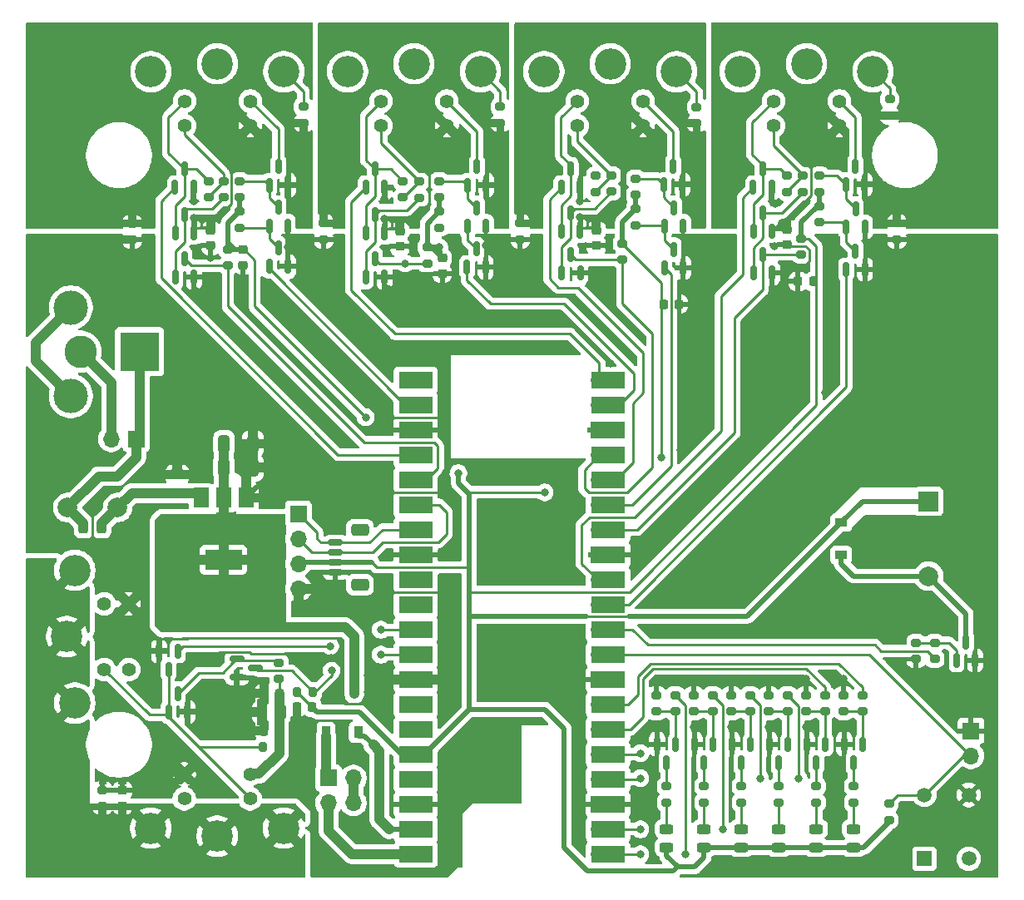
<source format=gtl>
G04 #@! TF.GenerationSoftware,KiCad,Pcbnew,9.0.4-9.0.4-0~ubuntu22.04.1*
G04 #@! TF.CreationDate,2025-10-28T06:57:13-06:00*
G04 #@! TF.ProjectId,hootswitch,686f6f74-7377-4697-9463-682e6b696361,rev?*
G04 #@! TF.SameCoordinates,Original*
G04 #@! TF.FileFunction,Copper,L1,Top*
G04 #@! TF.FilePolarity,Positive*
%FSLAX46Y46*%
G04 Gerber Fmt 4.6, Leading zero omitted, Abs format (unit mm)*
G04 Created by KiCad (PCBNEW 9.0.4-9.0.4-0~ubuntu22.04.1) date 2025-10-28 06:57:13*
%MOMM*%
%LPD*%
G01*
G04 APERTURE LIST*
G04 Aperture macros list*
%AMRoundRect*
0 Rectangle with rounded corners*
0 $1 Rounding radius*
0 $2 $3 $4 $5 $6 $7 $8 $9 X,Y pos of 4 corners*
0 Add a 4 corners polygon primitive as box body*
4,1,4,$2,$3,$4,$5,$6,$7,$8,$9,$2,$3,0*
0 Add four circle primitives for the rounded corners*
1,1,$1+$1,$2,$3*
1,1,$1+$1,$4,$5*
1,1,$1+$1,$6,$7*
1,1,$1+$1,$8,$9*
0 Add four rect primitives between the rounded corners*
20,1,$1+$1,$2,$3,$4,$5,0*
20,1,$1+$1,$4,$5,$6,$7,0*
20,1,$1+$1,$6,$7,$8,$9,0*
20,1,$1+$1,$8,$9,$2,$3,0*%
G04 Aperture macros list end*
G04 #@! TA.AperFunction,ComponentPad*
%ADD10O,1.700000X1.700000*%
G04 #@! TD*
G04 #@! TA.AperFunction,SMDPad,CuDef*
%ADD11R,3.500000X1.700000*%
G04 #@! TD*
G04 #@! TA.AperFunction,ComponentPad*
%ADD12R,1.700000X1.700000*%
G04 #@! TD*
G04 #@! TA.AperFunction,SMDPad,CuDef*
%ADD13RoundRect,0.250000X-0.325000X-0.650000X0.325000X-0.650000X0.325000X0.650000X-0.325000X0.650000X0*%
G04 #@! TD*
G04 #@! TA.AperFunction,ComponentPad*
%ADD14C,1.498000*%
G04 #@! TD*
G04 #@! TA.AperFunction,ComponentPad*
%ADD15R,1.498000X1.498000*%
G04 #@! TD*
G04 #@! TA.AperFunction,SMDPad,CuDef*
%ADD16RoundRect,0.200000X-0.275000X0.200000X-0.275000X-0.200000X0.275000X-0.200000X0.275000X0.200000X0*%
G04 #@! TD*
G04 #@! TA.AperFunction,SMDPad,CuDef*
%ADD17RoundRect,0.150000X0.150000X-0.587500X0.150000X0.587500X-0.150000X0.587500X-0.150000X-0.587500X0*%
G04 #@! TD*
G04 #@! TA.AperFunction,SMDPad,CuDef*
%ADD18RoundRect,0.200000X0.275000X-0.200000X0.275000X0.200000X-0.275000X0.200000X-0.275000X-0.200000X0*%
G04 #@! TD*
G04 #@! TA.AperFunction,SMDPad,CuDef*
%ADD19RoundRect,0.243750X-0.456250X0.243750X-0.456250X-0.243750X0.456250X-0.243750X0.456250X0.243750X0*%
G04 #@! TD*
G04 #@! TA.AperFunction,SMDPad,CuDef*
%ADD20RoundRect,0.225000X0.225000X0.250000X-0.225000X0.250000X-0.225000X-0.250000X0.225000X-0.250000X0*%
G04 #@! TD*
G04 #@! TA.AperFunction,SMDPad,CuDef*
%ADD21RoundRect,0.225000X-0.250000X0.225000X-0.250000X-0.225000X0.250000X-0.225000X0.250000X0.225000X0*%
G04 #@! TD*
G04 #@! TA.AperFunction,SMDPad,CuDef*
%ADD22RoundRect,0.218750X-0.256250X0.218750X-0.256250X-0.218750X0.256250X-0.218750X0.256250X0.218750X0*%
G04 #@! TD*
G04 #@! TA.AperFunction,SMDPad,CuDef*
%ADD23RoundRect,0.243750X0.243750X0.456250X-0.243750X0.456250X-0.243750X-0.456250X0.243750X-0.456250X0*%
G04 #@! TD*
G04 #@! TA.AperFunction,SMDPad,CuDef*
%ADD24RoundRect,0.150000X-0.150000X0.587500X-0.150000X-0.587500X0.150000X-0.587500X0.150000X0.587500X0*%
G04 #@! TD*
G04 #@! TA.AperFunction,ComponentPad*
%ADD25C,1.400000*%
G04 #@! TD*
G04 #@! TA.AperFunction,ComponentPad*
%ADD26C,3.200000*%
G04 #@! TD*
G04 #@! TA.AperFunction,SMDPad,CuDef*
%ADD27RoundRect,0.150000X-0.587500X-0.150000X0.587500X-0.150000X0.587500X0.150000X-0.587500X0.150000X0*%
G04 #@! TD*
G04 #@! TA.AperFunction,ComponentPad*
%ADD28R,4.000000X4.000000*%
G04 #@! TD*
G04 #@! TA.AperFunction,ComponentPad*
%ADD29C,3.300000*%
G04 #@! TD*
G04 #@! TA.AperFunction,ComponentPad*
%ADD30C,3.500000*%
G04 #@! TD*
G04 #@! TA.AperFunction,SMDPad,CuDef*
%ADD31R,1.500000X2.000000*%
G04 #@! TD*
G04 #@! TA.AperFunction,SMDPad,CuDef*
%ADD32R,3.800000X2.000000*%
G04 #@! TD*
G04 #@! TA.AperFunction,ComponentPad*
%ADD33R,2.000000X2.000000*%
G04 #@! TD*
G04 #@! TA.AperFunction,ComponentPad*
%ADD34C,2.000000*%
G04 #@! TD*
G04 #@! TA.AperFunction,SMDPad,CuDef*
%ADD35RoundRect,0.200000X-0.200000X-0.275000X0.200000X-0.275000X0.200000X0.275000X-0.200000X0.275000X0*%
G04 #@! TD*
G04 #@! TA.AperFunction,SMDPad,CuDef*
%ADD36RoundRect,0.200000X0.200000X0.275000X-0.200000X0.275000X-0.200000X-0.275000X0.200000X-0.275000X0*%
G04 #@! TD*
G04 #@! TA.AperFunction,SMDPad,CuDef*
%ADD37RoundRect,0.225000X-0.225000X-0.250000X0.225000X-0.250000X0.225000X0.250000X-0.225000X0.250000X0*%
G04 #@! TD*
G04 #@! TA.AperFunction,SMDPad,CuDef*
%ADD38RoundRect,0.150000X-0.625000X0.150000X-0.625000X-0.150000X0.625000X-0.150000X0.625000X0.150000X0*%
G04 #@! TD*
G04 #@! TA.AperFunction,SMDPad,CuDef*
%ADD39RoundRect,0.250000X-0.650000X0.350000X-0.650000X-0.350000X0.650000X-0.350000X0.650000X0.350000X0*%
G04 #@! TD*
G04 #@! TA.AperFunction,SMDPad,CuDef*
%ADD40R,0.900000X1.200000*%
G04 #@! TD*
G04 #@! TA.AperFunction,SMDPad,CuDef*
%ADD41RoundRect,0.250000X0.475000X-0.250000X0.475000X0.250000X-0.475000X0.250000X-0.475000X-0.250000X0*%
G04 #@! TD*
G04 #@! TA.AperFunction,SMDPad,CuDef*
%ADD42R,1.200000X0.900000*%
G04 #@! TD*
G04 #@! TA.AperFunction,SMDPad,CuDef*
%ADD43RoundRect,0.250000X0.250000X0.475000X-0.250000X0.475000X-0.250000X-0.475000X0.250000X-0.475000X0*%
G04 #@! TD*
G04 #@! TA.AperFunction,ViaPad*
%ADD44C,0.800000*%
G04 #@! TD*
G04 #@! TA.AperFunction,Conductor*
%ADD45C,0.250000*%
G04 #@! TD*
G04 #@! TA.AperFunction,Conductor*
%ADD46C,0.500000*%
G04 #@! TD*
G04 #@! TA.AperFunction,Conductor*
%ADD47C,1.000000*%
G04 #@! TD*
G04 APERTURE END LIST*
D10*
X118890000Y-145130000D03*
D11*
X119790000Y-145130000D03*
D10*
X118890000Y-142590000D03*
D11*
X119790000Y-142590000D03*
D12*
X118890000Y-140050000D03*
D11*
X119790000Y-140050000D03*
D10*
X118890000Y-137510000D03*
D11*
X119790000Y-137510000D03*
D10*
X118890000Y-134970000D03*
D11*
X119790000Y-134970000D03*
D10*
X118890000Y-132430000D03*
D11*
X119790000Y-132430000D03*
D10*
X118890000Y-129890000D03*
D11*
X119790000Y-129890000D03*
D12*
X118890000Y-127350000D03*
D11*
X119790000Y-127350000D03*
D10*
X118890000Y-124810000D03*
D11*
X119790000Y-124810000D03*
D10*
X118890000Y-122270000D03*
D11*
X119790000Y-122270000D03*
D10*
X118890000Y-119730000D03*
D11*
X119790000Y-119730000D03*
D10*
X118890000Y-117190000D03*
D11*
X119790000Y-117190000D03*
D12*
X118890000Y-114650000D03*
D11*
X119790000Y-114650000D03*
D10*
X118890000Y-112110000D03*
D11*
X119790000Y-112110000D03*
D10*
X118890000Y-109570000D03*
D11*
X119790000Y-109570000D03*
D10*
X118890000Y-107030000D03*
D11*
X119790000Y-107030000D03*
D10*
X118890000Y-104490000D03*
D11*
X119790000Y-104490000D03*
D12*
X118890000Y-101950000D03*
D11*
X119790000Y-101950000D03*
D10*
X118890000Y-99410000D03*
D11*
X119790000Y-99410000D03*
D10*
X118890000Y-96870000D03*
D11*
X119790000Y-96870000D03*
D10*
X101110000Y-96870000D03*
D11*
X100210000Y-96870000D03*
D10*
X101110000Y-99410000D03*
D11*
X100210000Y-99410000D03*
D12*
X101110000Y-101950000D03*
D11*
X100210000Y-101950000D03*
D10*
X101110000Y-104490000D03*
D11*
X100210000Y-104490000D03*
D10*
X101110000Y-107030000D03*
D11*
X100210000Y-107030000D03*
D10*
X101110000Y-109570000D03*
D11*
X100210000Y-109570000D03*
D10*
X101110000Y-112110000D03*
D11*
X100210000Y-112110000D03*
D12*
X101110000Y-114650000D03*
D11*
X100210000Y-114650000D03*
D10*
X101110000Y-117190000D03*
D11*
X100210000Y-117190000D03*
D10*
X101110000Y-119730000D03*
D11*
X100210000Y-119730000D03*
D10*
X101110000Y-122270000D03*
D11*
X100210000Y-122270000D03*
D10*
X101110000Y-124810000D03*
D11*
X100210000Y-124810000D03*
D12*
X101110000Y-127350000D03*
D11*
X100210000Y-127350000D03*
D10*
X101110000Y-129890000D03*
D11*
X100210000Y-129890000D03*
D10*
X101110000Y-132430000D03*
D11*
X100210000Y-132430000D03*
D10*
X101110000Y-134970000D03*
D11*
X100210000Y-134970000D03*
D10*
X101110000Y-137510000D03*
D11*
X100210000Y-137510000D03*
D12*
X101110000Y-140050000D03*
D11*
X100210000Y-140050000D03*
D10*
X101110000Y-142590000D03*
D11*
X100210000Y-142590000D03*
D10*
X101110000Y-145130000D03*
D11*
X100210000Y-145130000D03*
D13*
X80670000Y-105790000D03*
X83620000Y-105790000D03*
X80680000Y-103370000D03*
X83630000Y-103370000D03*
D14*
X156490000Y-145610000D03*
D15*
X151990000Y-145610000D03*
D14*
X156490000Y-139110000D03*
X151990000Y-139110000D03*
D16*
X138010000Y-76080000D03*
X138010000Y-77730000D03*
X108810000Y-69070000D03*
X108810000Y-70720000D03*
X71350000Y-80940000D03*
X71350000Y-82590000D03*
D17*
X144010000Y-85645000D03*
X145910000Y-85645000D03*
X144960000Y-83770000D03*
D18*
X120110000Y-77710000D03*
X120110000Y-76060000D03*
X125730000Y-139890000D03*
X125730000Y-138240000D03*
D16*
X79130000Y-76635000D03*
X79130000Y-78285000D03*
D17*
X125510000Y-85455000D03*
X127410000Y-85455000D03*
X126460000Y-83580000D03*
D16*
X82300000Y-76630000D03*
X82300000Y-78280000D03*
D19*
X133350000Y-142572500D03*
X133350000Y-144447500D03*
D16*
X118520000Y-76080000D03*
X118520000Y-77730000D03*
D17*
X134550000Y-77285000D03*
X136450000Y-77285000D03*
X135500000Y-75410000D03*
X115050000Y-86005000D03*
X116950000Y-86005000D03*
X116000000Y-84130000D03*
D16*
X132334000Y-128969000D03*
X132334000Y-130619000D03*
D18*
X137160000Y-139890000D03*
X137160000Y-138240000D03*
D20*
X86300000Y-128790000D03*
X84750000Y-128790000D03*
D21*
X98590000Y-81750000D03*
X98590000Y-83300000D03*
D16*
X136144000Y-128969000D03*
X136144000Y-130619000D03*
X68326000Y-138621000D03*
X68326000Y-140271000D03*
D22*
X70358000Y-138658500D03*
X70358000Y-140233500D03*
D16*
X148450000Y-68310000D03*
X148450000Y-69960000D03*
D23*
X68255000Y-111800000D03*
X66380000Y-111800000D03*
D17*
X125530000Y-81200000D03*
X127430000Y-81200000D03*
X126480000Y-79325000D03*
X95120000Y-86425000D03*
X97020000Y-86425000D03*
X96070000Y-84550000D03*
D16*
X90840000Y-80920000D03*
X90840000Y-82570000D03*
X139460000Y-82460000D03*
X139460000Y-84110000D03*
D17*
X75740000Y-81890000D03*
X77640000Y-81890000D03*
X76690000Y-80015000D03*
D24*
X75990000Y-124465000D03*
X74090000Y-124465000D03*
X75040000Y-126340000D03*
D20*
X140660000Y-86840000D03*
X139110000Y-86840000D03*
D17*
X155260000Y-125397500D03*
X157160000Y-125397500D03*
X156210000Y-123522500D03*
D24*
X134300000Y-133936500D03*
X132400000Y-133936500D03*
X133350000Y-135811500D03*
D16*
X122590000Y-79450000D03*
X122590000Y-81100000D03*
D18*
X129540000Y-139890000D03*
X129540000Y-138240000D03*
D16*
X128524000Y-128969000D03*
X128524000Y-130619000D03*
X102600000Y-79705000D03*
X102600000Y-81355000D03*
D18*
X134239000Y-130619000D03*
X134239000Y-128969000D03*
D25*
X68500000Y-126350000D03*
X68500000Y-119650000D03*
X71000000Y-126350000D03*
X71000000Y-119650000D03*
D26*
X65510000Y-129760000D03*
X64700000Y-123000000D03*
X65510000Y-116240000D03*
D24*
X126680000Y-133936500D03*
X124780000Y-133936500D03*
X125730000Y-135811500D03*
D27*
X82015000Y-125230000D03*
X82015000Y-127130000D03*
X83890000Y-126180000D03*
D21*
X79350000Y-81660000D03*
X79350000Y-83210000D03*
D25*
X136630000Y-68490000D03*
X143330000Y-68490000D03*
X136630000Y-70990000D03*
X143330000Y-70990000D03*
D26*
X133220000Y-65500000D03*
X139980000Y-64690000D03*
X146740000Y-65500000D03*
D19*
X140970000Y-142572500D03*
X140970000Y-144447500D03*
D17*
X95120000Y-77285000D03*
X97020000Y-77285000D03*
X96070000Y-75410000D03*
D12*
X156718000Y-132583000D03*
D10*
X156718000Y-135123000D03*
D18*
X80640000Y-78285000D03*
X80640000Y-76635000D03*
D25*
X76670000Y-68490000D03*
X83370000Y-68490000D03*
X76670000Y-70990000D03*
X83370000Y-70990000D03*
D26*
X73260000Y-65500000D03*
X80020000Y-64690000D03*
X86780000Y-65500000D03*
D19*
X125730000Y-142572500D03*
X125730000Y-144447500D03*
D18*
X126619000Y-130619000D03*
X126619000Y-128969000D03*
D17*
X134570000Y-86005000D03*
X136470000Y-86005000D03*
X135520000Y-84130000D03*
D28*
X72100000Y-94000000D03*
D29*
X66100000Y-94000000D03*
D30*
X65100000Y-89500000D03*
X65100000Y-98500000D03*
D16*
X81100000Y-83575000D03*
X81100000Y-85225000D03*
X82300000Y-79705000D03*
X82300000Y-81355000D03*
D20*
X86300000Y-132600000D03*
X84750000Y-132600000D03*
D16*
X153035000Y-123635000D03*
X153035000Y-125285000D03*
D17*
X75740000Y-86430000D03*
X77640000Y-86430000D03*
X76690000Y-84555000D03*
D31*
X82945000Y-108864000D03*
X80645000Y-108864000D03*
D32*
X80645000Y-115164000D03*
D31*
X78345000Y-108864000D03*
D16*
X151130000Y-123635000D03*
X151130000Y-125285000D03*
D33*
X152400000Y-109230000D03*
D34*
X152400000Y-116830000D03*
D16*
X102600000Y-76630000D03*
X102600000Y-78280000D03*
D35*
X88090000Y-128630000D03*
X89740000Y-128630000D03*
D20*
X89675000Y-130175000D03*
X88125000Y-130175000D03*
D36*
X86340000Y-134190000D03*
X84690000Y-134190000D03*
D24*
X138110000Y-133936500D03*
X136210000Y-133936500D03*
X137160000Y-135811500D03*
D17*
X144000000Y-76980000D03*
X145900000Y-76980000D03*
X144950000Y-75105000D03*
D16*
X121250000Y-83000000D03*
X121250000Y-84650000D03*
D12*
X88265000Y-110490000D03*
D10*
X88265000Y-113030000D03*
X88265000Y-115570000D03*
X88265000Y-118110000D03*
D37*
X125415000Y-89150000D03*
X126965000Y-89150000D03*
D17*
X105430000Y-85410000D03*
X107330000Y-85410000D03*
X106380000Y-83535000D03*
X105480000Y-81235000D03*
X107380000Y-81235000D03*
X106430000Y-79360000D03*
D18*
X100550000Y-78320000D03*
X100550000Y-76670000D03*
D17*
X95120000Y-81890000D03*
X97020000Y-81890000D03*
X96070000Y-80015000D03*
D16*
X128800000Y-69085000D03*
X128800000Y-70735000D03*
D18*
X138049000Y-130619000D03*
X138049000Y-128969000D03*
D17*
X85290000Y-77040000D03*
X87190000Y-77040000D03*
X86240000Y-75165000D03*
D16*
X101370000Y-83360000D03*
X101370000Y-85010000D03*
X141320000Y-76070000D03*
X141320000Y-77720000D03*
D21*
X138000000Y-81530000D03*
X138000000Y-83080000D03*
D25*
X96680000Y-68490000D03*
X103380000Y-68490000D03*
X96680000Y-70990000D03*
X103380000Y-70990000D03*
D26*
X93270000Y-65500000D03*
X100030000Y-64690000D03*
X106790000Y-65500000D03*
D17*
X115020000Y-81710000D03*
X116920000Y-81710000D03*
X115970000Y-79835000D03*
D16*
X148360000Y-140020000D03*
X148360000Y-141670000D03*
D17*
X75060000Y-130650000D03*
X76960000Y-130650000D03*
X76010000Y-128775000D03*
D18*
X140970000Y-139890000D03*
X140970000Y-138240000D03*
D17*
X85290000Y-81195000D03*
X87190000Y-81195000D03*
X86240000Y-79320000D03*
D18*
X133350000Y-139890000D03*
X133350000Y-138240000D03*
X139580000Y-77730000D03*
X139580000Y-76080000D03*
D17*
X85290000Y-85325000D03*
X87190000Y-85325000D03*
X86240000Y-83450000D03*
D25*
X116650000Y-68490000D03*
X123350000Y-68490000D03*
X116650000Y-70990000D03*
X123350000Y-70990000D03*
D26*
X113240000Y-65500000D03*
X120000000Y-64690000D03*
X126760000Y-65500000D03*
D34*
X64770000Y-109855000D03*
X69850000Y-109855000D03*
D38*
X92020000Y-113435000D03*
X92020000Y-114435000D03*
X92020000Y-115435000D03*
X92020000Y-116435000D03*
D39*
X94545000Y-112135000D03*
X94545000Y-117735000D03*
D16*
X88780000Y-69070000D03*
X88780000Y-70720000D03*
D21*
X118580000Y-81650000D03*
X118580000Y-83200000D03*
D16*
X141320000Y-79155000D03*
X141320000Y-80805000D03*
D17*
X105480000Y-77040000D03*
X107380000Y-77040000D03*
X106430000Y-75165000D03*
D40*
X94360000Y-132730000D03*
X91060000Y-132730000D03*
D24*
X130490000Y-133936500D03*
X128590000Y-133936500D03*
X129540000Y-135811500D03*
D16*
X143764000Y-128969000D03*
X143764000Y-130619000D03*
X124714000Y-128969000D03*
X124714000Y-130619000D03*
D25*
X83350000Y-139500000D03*
X76650000Y-139500000D03*
X83350000Y-137000000D03*
X76650000Y-137000000D03*
D26*
X86760000Y-142490000D03*
X80000000Y-143300000D03*
X73240000Y-142490000D03*
D16*
X110850000Y-80920000D03*
X110850000Y-82570000D03*
D21*
X102900000Y-84470000D03*
X102900000Y-86020000D03*
D41*
X75946000Y-108392000D03*
X75946000Y-106492000D03*
D18*
X144780000Y-139890000D03*
X144780000Y-138240000D03*
D17*
X125450000Y-76980000D03*
X127350000Y-76980000D03*
X126400000Y-75105000D03*
D42*
X143510000Y-111380000D03*
X143510000Y-114680000D03*
D18*
X130429000Y-130619000D03*
X130429000Y-128969000D03*
D24*
X145730000Y-133936500D03*
X143830000Y-133936500D03*
X144780000Y-135811500D03*
D18*
X141859000Y-130619000D03*
X141859000Y-128969000D03*
D17*
X134590000Y-81710000D03*
X136490000Y-81710000D03*
X135540000Y-79835000D03*
X115030000Y-77285000D03*
X116930000Y-77285000D03*
X115980000Y-75410000D03*
D16*
X98890000Y-76650000D03*
X98890000Y-78300000D03*
D12*
X91325000Y-137389000D03*
D10*
X93865000Y-137389000D03*
X91325000Y-139929000D03*
X93865000Y-139929000D03*
D17*
X144030000Y-81285000D03*
X145930000Y-81285000D03*
X144980000Y-79410000D03*
D12*
X71755000Y-102870000D03*
D10*
X69215000Y-102870000D03*
D16*
X122590000Y-76390000D03*
X122590000Y-78040000D03*
X139954000Y-128969000D03*
X139954000Y-130619000D03*
D17*
X75710000Y-77285000D03*
X77610000Y-77285000D03*
X76660000Y-75410000D03*
D21*
X82650000Y-83620000D03*
X82650000Y-85170000D03*
D18*
X145669000Y-130619000D03*
X145669000Y-128969000D03*
D19*
X129540000Y-142572500D03*
X129540000Y-144447500D03*
D18*
X86270000Y-127300000D03*
X86270000Y-125650000D03*
D16*
X149180000Y-80920000D03*
X149180000Y-82570000D03*
D24*
X141920000Y-133936500D03*
X140020000Y-133936500D03*
X140970000Y-135811500D03*
D19*
X137160000Y-142572500D03*
X137160000Y-144447500D03*
D43*
X86475000Y-130695000D03*
X84575000Y-130695000D03*
D19*
X144780000Y-142572500D03*
X144780000Y-144447500D03*
D44*
X115570000Y-93590000D03*
X95180000Y-99140000D03*
X95110000Y-100660000D03*
X103300000Y-106330000D03*
X82380000Y-104590000D03*
X84900000Y-103370000D03*
X84880000Y-105790000D03*
X97270000Y-83510000D03*
X113310000Y-109760000D03*
X128524000Y-127254000D03*
X106940000Y-117270000D03*
X97480000Y-87680000D03*
X110840000Y-83950000D03*
X107380000Y-83160000D03*
X95320000Y-126980000D03*
X71370000Y-83940000D03*
X124714000Y-127254000D03*
X116820000Y-144060000D03*
X139954000Y-132207000D03*
X83320000Y-132570000D03*
X123270000Y-92600000D03*
X89320000Y-135800000D03*
X136750000Y-83230000D03*
X91550000Y-125150000D03*
X83320000Y-128760000D03*
X117200000Y-83360000D03*
X90870000Y-84030000D03*
X119820000Y-83230000D03*
X77850000Y-87850000D03*
X93630000Y-103430000D03*
X95350000Y-128640000D03*
X78020000Y-83400000D03*
X113380000Y-107000000D03*
X141850000Y-98120000D03*
X82650000Y-86440000D03*
X92770000Y-135550000D03*
X72570000Y-123120000D03*
X61440000Y-82840000D03*
X149180000Y-83910000D03*
X92075000Y-118110000D03*
X88150000Y-131410000D03*
X123540000Y-119670000D03*
X97400000Y-108320000D03*
X102340000Y-93880000D03*
X128524000Y-132207000D03*
X143764000Y-132207000D03*
X104150000Y-83080000D03*
X109880000Y-131860000D03*
X136144000Y-132207000D03*
X87190000Y-83380000D03*
X127140000Y-103970000D03*
X120060000Y-95160000D03*
X99850000Y-83520000D03*
X75930000Y-105320000D03*
X139140000Y-88330000D03*
X136144000Y-127254000D03*
X98690000Y-86540000D03*
X92040000Y-128080000D03*
X143764000Y-127254000D03*
X84720000Y-107750000D03*
X79320000Y-84470000D03*
X137850000Y-86060000D03*
X118020000Y-86010000D03*
X157226000Y-127381000D03*
X127800000Y-83330000D03*
X128420000Y-89140000D03*
X139954000Y-127254000D03*
X102900000Y-87250000D03*
X96650000Y-126300000D03*
X157310000Y-92410000D03*
X122260000Y-94580000D03*
X146440000Y-83070000D03*
X84570000Y-108864000D03*
X97460000Y-123570000D03*
X151130000Y-126492000D03*
X78240000Y-130630000D03*
X132334000Y-132207000D03*
X92720000Y-134090000D03*
X83320000Y-130665000D03*
X145810000Y-87790000D03*
X96710000Y-120720000D03*
X74140000Y-106470000D03*
X91280000Y-146240000D03*
X123820000Y-122190000D03*
X132334000Y-127254000D03*
X141940000Y-83100000D03*
X89290000Y-134140000D03*
X79260000Y-125550000D03*
X124714000Y-132207000D03*
X82010000Y-128310000D03*
X106860000Y-129170000D03*
X93950000Y-127900000D03*
X91060000Y-134830000D03*
X91060000Y-133950000D03*
X91060000Y-135690000D03*
X93950000Y-126390000D03*
X93950000Y-127120000D03*
X93950000Y-128700000D03*
X91650000Y-126470000D03*
X96647000Y-124841000D03*
X136800000Y-78910000D03*
X137520000Y-80910000D03*
X116890000Y-78680000D03*
X116920000Y-80260000D03*
X97030000Y-78440000D03*
X97030000Y-80440000D03*
X77640000Y-80370000D03*
X77610000Y-78660000D03*
X91510000Y-123950000D03*
X96647000Y-122301000D03*
X104550000Y-106350000D03*
X102610000Y-83360000D03*
X113330000Y-108310000D03*
X125240000Y-104790000D03*
X127635000Y-145161000D03*
X123063000Y-145161000D03*
X131445000Y-142621000D03*
X123063000Y-142621000D03*
X135255000Y-137414000D03*
X123063000Y-137414000D03*
X123063000Y-134874000D03*
X139192000Y-137414000D03*
X99120000Y-85010000D03*
D45*
X103300000Y-106330000D02*
X103300000Y-102520000D01*
X103300000Y-102520000D02*
X103170000Y-102390000D01*
X96700000Y-100660000D02*
X102540000Y-100660000D01*
X95180000Y-99140000D02*
X96700000Y-100660000D01*
X81100000Y-85225000D02*
X81100000Y-89390000D01*
X101250000Y-107030000D02*
X101110000Y-107030000D01*
X81100000Y-89390000D02*
X94940000Y-103230000D01*
X94940000Y-103230000D02*
X102090000Y-103230000D01*
X102090000Y-103230000D02*
X102440000Y-103580000D01*
X102440000Y-103580000D02*
X102440000Y-105840000D01*
X102440000Y-105840000D02*
X101250000Y-107030000D01*
X95120000Y-77285000D02*
X93640000Y-78765000D01*
X93640000Y-78765000D02*
X93640000Y-87720000D01*
X93640000Y-87720000D02*
X98080000Y-92160000D01*
X98080000Y-92160000D02*
X115900000Y-92160000D01*
X115900000Y-92160000D02*
X118890000Y-95150000D01*
X118890000Y-95150000D02*
X118890000Y-96870000D01*
X82750000Y-83620000D02*
X82650000Y-83620000D01*
X95110000Y-100660000D02*
X83810000Y-89360000D01*
X83810000Y-84680000D02*
X82750000Y-83620000D01*
X83810000Y-89360000D02*
X83810000Y-84680000D01*
D46*
X105600000Y-108430000D02*
X105660000Y-108430000D01*
X104550000Y-106350000D02*
X104550000Y-107380000D01*
X104550000Y-107380000D02*
X105600000Y-108430000D01*
D47*
X74538800Y-108392000D02*
X77873000Y-108392000D01*
X77873000Y-108392000D02*
X78345000Y-108864000D01*
D46*
X84720000Y-107750000D02*
X84059000Y-107750000D01*
X84059000Y-107750000D02*
X82945000Y-108864000D01*
X84570000Y-108864000D02*
X82945000Y-108864000D01*
D47*
X82350000Y-103480000D02*
X82360000Y-103490000D01*
X82360000Y-103490000D02*
X82360000Y-106000000D01*
X82940000Y-103380000D02*
X82450000Y-103380000D01*
X82450000Y-103380000D02*
X82350000Y-103480000D01*
X82945000Y-103385000D02*
X82940000Y-103380000D01*
X82945000Y-108864000D02*
X82945000Y-103385000D01*
X80645000Y-108864000D02*
X80645000Y-103405000D01*
X80645000Y-103405000D02*
X80680000Y-103370000D01*
D46*
X75930000Y-105320000D02*
X75930000Y-106476000D01*
X75930000Y-106476000D02*
X75946000Y-106492000D01*
X74140000Y-106470000D02*
X75924000Y-106470000D01*
X75924000Y-106470000D02*
X75946000Y-106492000D01*
D45*
X151990000Y-139110000D02*
X155977000Y-135123000D01*
X155977000Y-135123000D02*
X156718000Y-135123000D01*
X151990000Y-139110000D02*
X149270000Y-139110000D01*
X149270000Y-139110000D02*
X148360000Y-140020000D01*
D46*
X148360000Y-141670000D02*
X148360000Y-141890000D01*
X148360000Y-141890000D02*
X145802500Y-144447500D01*
X145802500Y-144447500D02*
X144780000Y-144447500D01*
D47*
X61549999Y-93050001D02*
X61549999Y-94949999D01*
X65100000Y-89500000D02*
X61549999Y-93050001D01*
X61549999Y-94949999D02*
X65100000Y-98500000D01*
X83400000Y-136950000D02*
X83350000Y-137000000D01*
D46*
X83330000Y-136980000D02*
X83350000Y-137000000D01*
X83325000Y-136975000D02*
X83350000Y-137000000D01*
D47*
X86300000Y-128790000D02*
X86300000Y-134880000D01*
D45*
X86300000Y-128790000D02*
X86300000Y-127330000D01*
X86300000Y-127330000D02*
X86270000Y-127300000D01*
D47*
X93865000Y-137389000D02*
X93865000Y-139929000D01*
X84230000Y-136950000D02*
X83400000Y-136950000D01*
X86300000Y-134880000D02*
X84230000Y-136950000D01*
D46*
X132334000Y-128969000D02*
X132334000Y-127254000D01*
D45*
X94620000Y-129840000D02*
X95150000Y-129310000D01*
X92040000Y-128830000D02*
X92940000Y-129730000D01*
X97400000Y-108320000D02*
X103010000Y-108320000D01*
D47*
X101110000Y-127350000D02*
X103160000Y-127350000D01*
D45*
X118015000Y-86005000D02*
X118020000Y-86010000D01*
D46*
X157160000Y-127315000D02*
X157226000Y-127381000D01*
X139954000Y-128969000D02*
X139954000Y-127254000D01*
D47*
X103160000Y-127350000D02*
X103220000Y-127410000D01*
D45*
X92810000Y-127500000D02*
X92810000Y-126320000D01*
D46*
X92020000Y-116435000D02*
X92020000Y-118055000D01*
D45*
X103010000Y-108320000D02*
X103040000Y-108290000D01*
X92480000Y-127640000D02*
X92670000Y-127640000D01*
X92020000Y-131530000D02*
X90210000Y-131530000D01*
X92440000Y-124550000D02*
X92440000Y-124530000D01*
D46*
X92020000Y-118055000D02*
X92075000Y-118110000D01*
D45*
X91550000Y-125150000D02*
X91840000Y-125150000D01*
X151130000Y-125285000D02*
X151130000Y-126492000D01*
D46*
X97020000Y-86425000D02*
X97020000Y-87220000D01*
D45*
X93050000Y-129840000D02*
X94540000Y-129840000D01*
X73600000Y-123150000D02*
X73660000Y-123210000D01*
D46*
X87190000Y-85325000D02*
X87190000Y-81195000D01*
D45*
X139880000Y-83250000D02*
X140261000Y-83631000D01*
D46*
X77640000Y-86430000D02*
X77640000Y-87640000D01*
D47*
X97050000Y-127350000D02*
X97030000Y-127370000D01*
D45*
X72570000Y-123120000D02*
X73570000Y-123120000D01*
D46*
X136210000Y-133936500D02*
X136210000Y-132273000D01*
D45*
X97710000Y-118460000D02*
X97640000Y-118530000D01*
X92040000Y-128080000D02*
X92040000Y-128830000D01*
D46*
X128590000Y-132273000D02*
X128524000Y-132207000D01*
D45*
X103160000Y-127350000D02*
X103160000Y-118990000D01*
X92720000Y-132230000D02*
X92310000Y-131820000D01*
X73660000Y-123210000D02*
X77020000Y-123210000D01*
D46*
X72841500Y-138658500D02*
X74500000Y-137000000D01*
X143830000Y-132273000D02*
X143764000Y-132207000D01*
D45*
X83334000Y-124604000D02*
X83450000Y-124720000D01*
X73570000Y-123120000D02*
X73600000Y-123150000D01*
D46*
X143764000Y-128969000D02*
X143764000Y-127254000D01*
D45*
X94540000Y-129840000D02*
X94620000Y-129840000D01*
D46*
X74500000Y-137000000D02*
X76650000Y-137000000D01*
X88125000Y-130175000D02*
X88125000Y-131385000D01*
X136144000Y-128969000D02*
X136144000Y-127254000D01*
D45*
X91840000Y-125150000D02*
X92440000Y-124550000D01*
D46*
X124780000Y-133936500D02*
X124780000Y-132273000D01*
D45*
X92440000Y-124530000D02*
X92660000Y-124310000D01*
D46*
X88125000Y-131385000D02*
X88150000Y-131410000D01*
D45*
X92940000Y-129730000D02*
X93050000Y-129840000D01*
X107380000Y-85360000D02*
X107330000Y-85410000D01*
D46*
X77640000Y-87640000D02*
X77850000Y-87850000D01*
X128524000Y-128969000D02*
X128524000Y-127254000D01*
X124780000Y-132273000D02*
X124714000Y-132207000D01*
D45*
X83450000Y-124720000D02*
X89790000Y-124720000D01*
D46*
X136210000Y-132273000D02*
X136144000Y-132207000D01*
D45*
X107380000Y-83160000D02*
X107380000Y-85360000D01*
X138000000Y-83080000D02*
X138170000Y-83250000D01*
X116950000Y-86005000D02*
X118015000Y-86005000D01*
X92310000Y-131820000D02*
X92020000Y-131530000D01*
D46*
X140020000Y-132273000D02*
X139954000Y-132207000D01*
D45*
X92670000Y-127640000D02*
X92810000Y-127500000D01*
X138170000Y-83250000D02*
X139880000Y-83250000D01*
D46*
X70358000Y-138658500D02*
X72841500Y-138658500D01*
D45*
X92660000Y-123620000D02*
X92200000Y-123160000D01*
D46*
X140020000Y-133936500D02*
X140020000Y-132273000D01*
X157160000Y-125397500D02*
X157160000Y-127315000D01*
D45*
X92660000Y-124310000D02*
X92660000Y-123620000D01*
X80206000Y-124604000D02*
X83334000Y-124604000D01*
X87190000Y-81195000D02*
X87190000Y-83380000D01*
D46*
X128590000Y-133936500D02*
X128590000Y-132273000D01*
X132400000Y-133936500D02*
X132400000Y-132273000D01*
D45*
X67330000Y-112940000D02*
X67330000Y-110650000D01*
X92040000Y-128080000D02*
X92480000Y-127640000D01*
D46*
X97020000Y-87220000D02*
X97480000Y-87680000D01*
D45*
X140261000Y-83631000D02*
X140261000Y-84809000D01*
D46*
X143830000Y-133936500D02*
X143830000Y-132273000D01*
D45*
X92720000Y-134090000D02*
X92720000Y-132230000D01*
X127430000Y-81200000D02*
X127430000Y-82260000D01*
X107380000Y-81235000D02*
X107380000Y-83160000D01*
X102630000Y-118460000D02*
X97710000Y-118460000D01*
D46*
X70358000Y-138658500D02*
X68363500Y-138658500D01*
X68363500Y-138658500D02*
X68326000Y-138621000D01*
D45*
X103160000Y-118990000D02*
X102630000Y-118460000D01*
X92200000Y-123160000D02*
X90460000Y-123160000D01*
X140261000Y-84809000D02*
X139800000Y-85270000D01*
X79260000Y-125550000D02*
X80206000Y-124604000D01*
D46*
X124714000Y-128969000D02*
X124714000Y-127254000D01*
D45*
X127430000Y-82260000D02*
X127420000Y-82270000D01*
D47*
X101110000Y-127350000D02*
X97050000Y-127350000D01*
D45*
X87190000Y-83380000D02*
X87190000Y-85325000D01*
D46*
X132400000Y-132273000D02*
X132334000Y-132207000D01*
X152400000Y-116830000D02*
X144770000Y-116830000D01*
X143510000Y-115570000D02*
X143510000Y-114680000D01*
X156210000Y-120640000D02*
X152400000Y-116830000D01*
X144770000Y-116830000D02*
X143510000Y-115570000D01*
X156210000Y-123522500D02*
X156210000Y-120640000D01*
D47*
X91060000Y-133950000D02*
X91060000Y-134830000D01*
X80645000Y-117475000D02*
X85190000Y-122020000D01*
X93950000Y-122950000D02*
X93950000Y-128850000D01*
X91060000Y-133096000D02*
X91060000Y-133950000D01*
X93020000Y-122020000D02*
X93880000Y-122880000D01*
X85190000Y-122020000D02*
X90130000Y-122020000D01*
X80645000Y-115164000D02*
X80645000Y-117475000D01*
X90130000Y-122020000D02*
X93020000Y-122020000D01*
X91060000Y-135690000D02*
X91060000Y-137124000D01*
X91060000Y-137124000D02*
X91325000Y-137389000D01*
X93880000Y-122880000D02*
X93950000Y-122950000D01*
X91060000Y-134830000D02*
X91060000Y-135690000D01*
X74538800Y-108392000D02*
X71313000Y-108392000D01*
X68255000Y-111450000D02*
X69850000Y-109855000D01*
D46*
X75946000Y-108392000D02*
X77873000Y-108392000D01*
X75946000Y-108392000D02*
X74538800Y-108392000D01*
D47*
X71313000Y-108392000D02*
X69850000Y-109855000D01*
X68255000Y-111800000D02*
X68255000Y-111450000D01*
D45*
X125730000Y-139890000D02*
X125730000Y-142572500D01*
X96678000Y-124810000D02*
X96647000Y-124841000D01*
X91650000Y-126917000D02*
X89937000Y-128630000D01*
X101110000Y-124810000D02*
X96678000Y-124810000D01*
X91650000Y-126470000D02*
X91650000Y-126917000D01*
X89937000Y-128630000D02*
X89740000Y-128630000D01*
X87570000Y-126460000D02*
X89740000Y-128630000D01*
X84170000Y-126460000D02*
X87570000Y-126460000D01*
X83890000Y-126180000D02*
X84170000Y-126460000D01*
X129540000Y-139890000D02*
X129540000Y-142572500D01*
X133350000Y-142572500D02*
X133350000Y-139890000D01*
X137160000Y-142572500D02*
X137160000Y-139890000D01*
X140970000Y-142572500D02*
X140970000Y-139890000D01*
X144780000Y-142572500D02*
X144780000Y-139890000D01*
D46*
X94360000Y-133096000D02*
X94996000Y-133096000D01*
X94996000Y-133096000D02*
X95885000Y-133985000D01*
X101110000Y-142590000D02*
X97505000Y-142590000D01*
D47*
X96520000Y-141605000D02*
X96520000Y-134620000D01*
X97505000Y-142590000D02*
X96520000Y-141605000D01*
X96520000Y-134620000D02*
X95885000Y-133985000D01*
X71755000Y-104775000D02*
X69850000Y-106680000D01*
X72100000Y-94000000D02*
X72100000Y-102525000D01*
X64770000Y-109855000D02*
X67945000Y-106680000D01*
X72100000Y-102525000D02*
X71755000Y-102870000D01*
X71755000Y-102870000D02*
X71755000Y-104775000D01*
X66380000Y-111465000D02*
X64770000Y-109855000D01*
X67945000Y-106680000D02*
X69850000Y-106680000D01*
X66380000Y-111800000D02*
X66380000Y-111465000D01*
X69215000Y-97115000D02*
X69215000Y-102870000D01*
X69215000Y-97115000D02*
X66100000Y-94000000D01*
X91325000Y-139929000D02*
X91325000Y-142760000D01*
X91325000Y-142760000D02*
X93695000Y-145130000D01*
X93695000Y-145130000D02*
X101110000Y-145130000D01*
D45*
X92020000Y-114435000D02*
X89670000Y-114435000D01*
X102489000Y-113385600D02*
X103352600Y-112522000D01*
X103352600Y-110312200D02*
X102610400Y-109570000D01*
X103352600Y-112522000D02*
X103352600Y-110312200D01*
X95826200Y-114435000D02*
X96875600Y-113385600D01*
X92020000Y-114435000D02*
X95826200Y-114435000D01*
X102610400Y-109570000D02*
X101110000Y-109570000D01*
X89670000Y-114435000D02*
X88265000Y-113030000D01*
X96875600Y-113385600D02*
X102489000Y-113385600D01*
X96805000Y-112110000D02*
X101110000Y-112110000D01*
X92020000Y-113435000D02*
X90575000Y-113435000D01*
X92020000Y-113435000D02*
X95480000Y-113435000D01*
X90170000Y-113030000D02*
X90170000Y-112395000D01*
X90170000Y-112395000D02*
X88265000Y-110490000D01*
X95480000Y-113435000D02*
X96805000Y-112110000D01*
X90575000Y-113435000D02*
X90170000Y-113030000D01*
X148450000Y-67210000D02*
X148450000Y-68310000D01*
X146740000Y-65500000D02*
X148450000Y-67210000D01*
X140460000Y-77560000D02*
X140460000Y-74710000D01*
X138000000Y-81530000D02*
X136670000Y-81530000D01*
X140460000Y-78074418D02*
X140460000Y-77560000D01*
X137520000Y-80910000D02*
X137624418Y-80910000D01*
X140460000Y-74710000D02*
X140540000Y-74630000D01*
X136670000Y-81530000D02*
X136490000Y-81710000D01*
X136490000Y-81710000D02*
X137290000Y-80910000D01*
X137624418Y-80910000D02*
X140460000Y-78074418D01*
X137290000Y-80910000D02*
X137520000Y-80910000D01*
X128800000Y-67540000D02*
X126760000Y-65500000D01*
X128800000Y-69085000D02*
X128800000Y-67540000D01*
X117700000Y-81383999D02*
X116995104Y-81383999D01*
X117700000Y-80630000D02*
X117730000Y-80600000D01*
X118213999Y-81383999D02*
X117700000Y-81383999D01*
X117700000Y-81383999D02*
X117700000Y-80630000D01*
X116930000Y-77285000D02*
X116930000Y-78640000D01*
X116920000Y-80260000D02*
X116920000Y-81710000D01*
X118480000Y-81650000D02*
X118220000Y-81390000D01*
X118220000Y-81390000D02*
X118213999Y-81383999D01*
X116930000Y-78640000D02*
X116890000Y-78680000D01*
X118580000Y-81650000D02*
X118480000Y-81650000D01*
X101550000Y-78970000D02*
X101550000Y-75760000D01*
X98210000Y-81440000D02*
X97760000Y-81440000D01*
X100980000Y-79540000D02*
X101550000Y-78970000D01*
X98280000Y-81440000D02*
X98210000Y-81440000D01*
X97065735Y-81440000D02*
X97064483Y-81438748D01*
X97760000Y-81440000D02*
X97065735Y-81440000D01*
X100080000Y-80440000D02*
X100980000Y-79540000D01*
X97750000Y-80440000D02*
X100080000Y-80440000D01*
X97020000Y-81890000D02*
X97020000Y-80450000D01*
X97030000Y-80440000D02*
X97750000Y-80440000D01*
X97760000Y-80450000D02*
X97750000Y-80440000D01*
X97020000Y-78430000D02*
X97030000Y-78440000D01*
X98590000Y-81750000D02*
X98280000Y-81440000D01*
X97760000Y-81440000D02*
X97760000Y-80450000D01*
X97020000Y-80450000D02*
X97030000Y-80440000D01*
X97020000Y-77285000D02*
X97020000Y-78430000D01*
X108810000Y-67520000D02*
X108810000Y-69070000D01*
X106790000Y-65500000D02*
X108810000Y-67520000D01*
X79100000Y-81370000D02*
X78540000Y-81370000D01*
X79350000Y-81660000D02*
X79350000Y-81620000D01*
X80020000Y-80370000D02*
X81470000Y-78920000D01*
X78440000Y-80370000D02*
X80020000Y-80370000D01*
X79350000Y-81620000D02*
X79100000Y-81370000D01*
X78410000Y-81370000D02*
X78410000Y-80400000D01*
X78540000Y-81370000D02*
X78410000Y-81370000D01*
X78410000Y-80400000D02*
X78440000Y-80370000D01*
X77640000Y-80370000D02*
X78440000Y-80370000D01*
X81470000Y-72890000D02*
X83370000Y-70990000D01*
X81470000Y-78920000D02*
X81470000Y-72890000D01*
D46*
X77640000Y-81890000D02*
X77640000Y-80370000D01*
D45*
X77710493Y-81370000D02*
X77698270Y-81357777D01*
X78410000Y-81370000D02*
X77742772Y-81370000D01*
X77742772Y-81370000D02*
X77716715Y-81343943D01*
X88780000Y-67500000D02*
X86780000Y-65500000D01*
X88780000Y-69070000D02*
X88780000Y-67500000D01*
X125730000Y-138240000D02*
X125730000Y-135811500D01*
X126680000Y-133936500D02*
X126680000Y-130680000D01*
X126680000Y-130680000D02*
X126619000Y-130619000D01*
X124714000Y-130619000D02*
X126619000Y-130619000D01*
X129540000Y-138240000D02*
X129540000Y-135811500D01*
X128524000Y-130619000D02*
X130429000Y-130619000D01*
X130490000Y-133936500D02*
X130490000Y-130680000D01*
X130490000Y-130680000D02*
X130429000Y-130619000D01*
X134300000Y-133936500D02*
X134300000Y-130680000D01*
X132334000Y-130619000D02*
X134239000Y-130619000D01*
X134300000Y-130680000D02*
X134239000Y-130619000D01*
X133350000Y-138240000D02*
X133350000Y-135811500D01*
X137160000Y-138240000D02*
X137160000Y-135811500D01*
X138110000Y-130680000D02*
X138049000Y-130619000D01*
X138110000Y-133936500D02*
X138110000Y-130680000D01*
X136144000Y-130619000D02*
X138049000Y-130619000D01*
X141920000Y-133936500D02*
X141920000Y-130680000D01*
X141859000Y-130619000D02*
X139954000Y-130619000D01*
X141920000Y-130680000D02*
X141859000Y-130619000D01*
X140970000Y-138240000D02*
X140970000Y-135811500D01*
X145669000Y-130619000D02*
X143764000Y-130619000D01*
X145730000Y-133936500D02*
X145730000Y-130680000D01*
X145730000Y-130680000D02*
X145669000Y-130619000D01*
X144780000Y-138240000D02*
X144780000Y-135811500D01*
X151130000Y-123635000D02*
X153035000Y-123635000D01*
X155260000Y-125397500D02*
X155260000Y-124399000D01*
X154496000Y-123635000D02*
X153035000Y-123635000D01*
X155260000Y-124399000D02*
X154496000Y-123635000D01*
X143090000Y-76070000D02*
X144000000Y-76980000D01*
X141320000Y-76070000D02*
X143090000Y-76070000D01*
X144000000Y-78430000D02*
X144980000Y-79410000D01*
X144000000Y-76980000D02*
X144000000Y-78430000D01*
X76505000Y-123950000D02*
X91510000Y-123950000D01*
X75990000Y-124465000D02*
X76505000Y-123950000D01*
X96647000Y-122301000D02*
X101079000Y-122301000D01*
X101079000Y-122301000D02*
X101110000Y-122270000D01*
D46*
X105660000Y-115940000D02*
X105660000Y-108430000D01*
X139460000Y-80830000D02*
X141135000Y-79155000D01*
X121880000Y-120930000D02*
X133960000Y-120930000D01*
X105660000Y-120920000D02*
X105660000Y-118360000D01*
X125730000Y-145300000D02*
X126860000Y-146430000D01*
X81100000Y-80905000D02*
X82300000Y-79705000D01*
X102900000Y-84470000D02*
X102640000Y-84210000D01*
X105660000Y-118360000D02*
X105660000Y-115940000D01*
X126410000Y-146880000D02*
X126860000Y-146430000D01*
X102600000Y-79705000D02*
X102600000Y-78280000D01*
X81790000Y-83620000D02*
X81100000Y-82930000D01*
X125730000Y-144447500D02*
X125730000Y-145300000D01*
X105660000Y-130420000D02*
X113390000Y-130420000D01*
X81145000Y-83620000D02*
X81100000Y-83575000D01*
X105660000Y-130420000D02*
X105660000Y-120920000D01*
X101370000Y-83360000D02*
X101790000Y-83360000D01*
X113390000Y-130420000D02*
X115330000Y-132360000D01*
X98775000Y-134970000D02*
X101110000Y-134970000D01*
X92020000Y-115435000D02*
X90035000Y-115435000D01*
X82300000Y-79705000D02*
X82300000Y-78280000D01*
D45*
X140980000Y-99410000D02*
X121950000Y-118440000D01*
D46*
X101790000Y-83360000D02*
X102900000Y-84470000D01*
X90170000Y-130670000D02*
X94475000Y-130670000D01*
X101370000Y-83360000D02*
X102610000Y-83360000D01*
X102640000Y-84210000D02*
X102640000Y-83790000D01*
X82650000Y-83620000D02*
X81145000Y-83620000D01*
D45*
X140180000Y-82460000D02*
X140980000Y-83260000D01*
X81175000Y-83575000D02*
X81100000Y-83575000D01*
D46*
X105660000Y-120920000D02*
X105670000Y-120930000D01*
X139460000Y-82460000D02*
X139460000Y-80830000D01*
D45*
X121950000Y-118440000D02*
X105740000Y-118440000D01*
D46*
X115330000Y-144510000D02*
X117700000Y-146880000D01*
X144780000Y-144447500D02*
X129540000Y-144447500D01*
X101370000Y-83360000D02*
X101370000Y-80935000D01*
D45*
X105780000Y-108310000D02*
X105660000Y-108430000D01*
X121250000Y-83000000D02*
X125240000Y-86990000D01*
D46*
X94475000Y-130670000D02*
X98775000Y-134970000D01*
D45*
X140980000Y-83260000D02*
X140980000Y-99410000D01*
X105740000Y-118440000D02*
X105660000Y-118360000D01*
D46*
X133960000Y-120930000D02*
X143510000Y-111380000D01*
X81100000Y-83575000D02*
X81100000Y-82930000D01*
X82650000Y-83620000D02*
X81790000Y-83620000D01*
D45*
X121840000Y-120970000D02*
X117610000Y-120970000D01*
D46*
X92020000Y-115435000D02*
X95750000Y-115435000D01*
X117700000Y-146880000D02*
X126410000Y-146880000D01*
X126860000Y-146430000D02*
X128580445Y-146430000D01*
D45*
X125240000Y-93080000D02*
X125240000Y-104790000D01*
D46*
X145660000Y-109230000D02*
X143510000Y-111380000D01*
X105670000Y-120930000D02*
X117570000Y-120930000D01*
D45*
X121880000Y-120930000D02*
X121840000Y-120970000D01*
D46*
X90035000Y-115435000D02*
X88400000Y-115435000D01*
D45*
X125240000Y-86990000D02*
X125240000Y-93080000D01*
D46*
X101110000Y-134970000D02*
X105660000Y-130420000D01*
D45*
X139460000Y-82460000D02*
X140180000Y-82460000D01*
X96255000Y-115940000D02*
X105660000Y-115940000D01*
D46*
X121250000Y-80790000D02*
X122590000Y-79450000D01*
D45*
X88130000Y-128630000D02*
X89675000Y-130175000D01*
D46*
X88400000Y-115435000D02*
X88265000Y-115570000D01*
D45*
X117610000Y-120970000D02*
X117570000Y-120930000D01*
D46*
X121250000Y-83000000D02*
X121250000Y-80790000D01*
X115330000Y-132360000D02*
X115330000Y-144510000D01*
X102610000Y-83360000D02*
X102680000Y-83360000D01*
X81100000Y-82930000D02*
X81100000Y-80905000D01*
D45*
X95750000Y-115435000D02*
X96255000Y-115940000D01*
D46*
X89675000Y-130175000D02*
X90170000Y-130670000D01*
X128580445Y-146430000D02*
X129540000Y-145470445D01*
D45*
X88090000Y-128630000D02*
X88130000Y-128630000D01*
D46*
X141135000Y-79155000D02*
X141320000Y-79155000D01*
X101370000Y-80935000D02*
X102600000Y-79705000D01*
D45*
X113330000Y-108310000D02*
X105780000Y-108310000D01*
D46*
X129540000Y-145470445D02*
X129540000Y-144447500D01*
X141320000Y-77720000D02*
X141320000Y-79155000D01*
X122590000Y-78040000D02*
X122590000Y-79450000D01*
X152400000Y-109230000D02*
X145660000Y-109230000D01*
D45*
X127635000Y-145161000D02*
X127635000Y-129985000D01*
X127635000Y-129985000D02*
X126619000Y-128969000D01*
X118890000Y-145130000D02*
X123032000Y-145130000D01*
X123032000Y-145130000D02*
X123063000Y-145161000D01*
X131445000Y-129985000D02*
X130429000Y-128969000D01*
X131445000Y-142621000D02*
X131445000Y-129985000D01*
X118890000Y-142590000D02*
X123032000Y-142590000D01*
X123032000Y-142590000D02*
X123063000Y-142621000D01*
X122967000Y-137510000D02*
X123063000Y-137414000D01*
X135255000Y-137414000D02*
X135255000Y-129985000D01*
X135255000Y-129985000D02*
X134239000Y-128969000D01*
X118890000Y-137510000D02*
X122967000Y-137510000D01*
X139192000Y-137414000D02*
X139154000Y-137376000D01*
X122967000Y-134970000D02*
X123063000Y-134874000D01*
X139154000Y-137376000D02*
X139154000Y-130074000D01*
X139154000Y-130074000D02*
X138049000Y-128969000D01*
X118890000Y-134970000D02*
X122967000Y-134970000D01*
X123317000Y-131191000D02*
X123317000Y-127254000D01*
X118890000Y-132430000D02*
X122078000Y-132430000D01*
X139963305Y-126238000D02*
X141859000Y-128133695D01*
X141859000Y-128133695D02*
X141859000Y-128969000D01*
X123317000Y-127254000D02*
X124333000Y-126238000D01*
X124333000Y-126238000D02*
X139963305Y-126238000D01*
X122078000Y-132430000D02*
X123317000Y-131191000D01*
X122809000Y-128905000D02*
X122809000Y-127000000D01*
X124079000Y-125730000D02*
X143265305Y-125730000D01*
X143265305Y-125730000D02*
X145669000Y-128133695D01*
X121824000Y-129890000D02*
X122809000Y-128905000D01*
X145669000Y-128133695D02*
X145669000Y-128969000D01*
X118890000Y-129890000D02*
X121824000Y-129890000D01*
X122809000Y-127000000D02*
X124079000Y-125730000D01*
X144030000Y-81285000D02*
X144030000Y-82840000D01*
X144030000Y-82840000D02*
X144960000Y-83770000D01*
X141320000Y-80805000D02*
X143550000Y-80805000D01*
X143550000Y-80805000D02*
X144030000Y-81285000D01*
X135540000Y-82430000D02*
X135540000Y-79835000D01*
X137475000Y-79835000D02*
X139580000Y-77730000D01*
X135540000Y-79835000D02*
X137475000Y-79835000D01*
X134570000Y-83400000D02*
X135540000Y-82430000D01*
X134570000Y-86005000D02*
X134570000Y-83400000D01*
X115050000Y-83370000D02*
X115970000Y-82450000D01*
X116375000Y-79430000D02*
X118390000Y-79430000D01*
X118390000Y-79430000D02*
X120110000Y-77710000D01*
X115050000Y-86005000D02*
X115050000Y-83370000D01*
X115970000Y-82450000D02*
X115970000Y-79835000D01*
X115970000Y-79835000D02*
X116375000Y-79430000D01*
X124860000Y-76390000D02*
X125450000Y-76980000D01*
X122590000Y-76390000D02*
X124860000Y-76390000D01*
X125450000Y-76980000D02*
X125450000Y-78295000D01*
X125450000Y-78295000D02*
X126480000Y-79325000D01*
X122590000Y-81100000D02*
X125430000Y-81100000D01*
X125530000Y-82650000D02*
X126460000Y-83580000D01*
X125530000Y-81200000D02*
X125530000Y-82650000D01*
X125430000Y-81100000D02*
X125530000Y-81200000D01*
X95120000Y-83770000D02*
X96070000Y-82820000D01*
X95120000Y-86425000D02*
X95120000Y-83770000D01*
X96070000Y-82820000D02*
X96070000Y-80015000D01*
X96505000Y-79580000D02*
X99290000Y-79580000D01*
X99290000Y-79580000D02*
X100550000Y-78320000D01*
X96070000Y-80015000D02*
X96505000Y-79580000D01*
X105480000Y-77040000D02*
X105480000Y-78410000D01*
X102600000Y-76630000D02*
X105070000Y-76630000D01*
X105480000Y-78410000D02*
X106430000Y-79360000D01*
X105070000Y-76630000D02*
X105480000Y-77040000D01*
X105480000Y-81235000D02*
X105480000Y-82635000D01*
X105480000Y-82635000D02*
X106380000Y-83535000D01*
X79485000Y-79440000D02*
X80640000Y-78285000D01*
X76690000Y-79603537D02*
X76853537Y-79440000D01*
X75740000Y-86430000D02*
X75740000Y-83785000D01*
X76690000Y-82835000D02*
X76690000Y-80015000D01*
X75740000Y-83785000D02*
X76690000Y-82835000D01*
X76853537Y-79440000D02*
X79485000Y-79440000D01*
X76690000Y-80015000D02*
X76690000Y-79603537D01*
X146939000Y-123825000D02*
X123825000Y-123825000D01*
X147574000Y-124460000D02*
X146939000Y-123825000D01*
X123825000Y-123825000D02*
X122270000Y-122270000D01*
X152273000Y-124460000D02*
X147574000Y-124460000D01*
X122270000Y-122270000D02*
X118890000Y-122270000D01*
X153035000Y-125222000D02*
X152273000Y-124460000D01*
X153035000Y-125285000D02*
X153035000Y-125222000D01*
X82300000Y-76630000D02*
X84880000Y-76630000D01*
X85290000Y-78370000D02*
X86240000Y-79320000D01*
X85290000Y-77040000D02*
X85290000Y-78370000D01*
X84880000Y-76630000D02*
X85290000Y-77040000D01*
X85130000Y-81355000D02*
X85290000Y-81195000D01*
X85290000Y-82145000D02*
X85290000Y-82425000D01*
X82300000Y-81355000D02*
X85130000Y-81355000D01*
X85290000Y-82500000D02*
X85290000Y-82145000D01*
X85290000Y-81195000D02*
X85290000Y-82145000D01*
X86240000Y-83450000D02*
X85290000Y-82500000D01*
X146405000Y-124810000D02*
X156718000Y-135123000D01*
X118890000Y-124810000D02*
X146405000Y-124810000D01*
X92310000Y-104490000D02*
X101110000Y-104490000D01*
X74310000Y-78685000D02*
X74310000Y-86490000D01*
X75710000Y-77285000D02*
X74310000Y-78685000D01*
X74310000Y-86490000D02*
X92310000Y-104490000D01*
X99160000Y-99410000D02*
X101110000Y-99410000D01*
X85290000Y-85540000D02*
X99160000Y-99410000D01*
X85290000Y-85325000D02*
X85290000Y-85540000D01*
X77360000Y-85225000D02*
X76690000Y-84555000D01*
X81100000Y-85225000D02*
X77360000Y-85225000D01*
X120850000Y-99410000D02*
X122380000Y-97880000D01*
X118890000Y-99410000D02*
X120850000Y-99410000D01*
X105430000Y-86730000D02*
X105430000Y-85410000D01*
X107810000Y-89110000D02*
X105430000Y-86730000D01*
X122380000Y-96180000D02*
X115310000Y-89110000D01*
X122380000Y-97880000D02*
X122380000Y-96180000D01*
X115310000Y-89110000D02*
X107810000Y-89110000D01*
X96070000Y-84550000D02*
X96530000Y-85010000D01*
X99120000Y-85010000D02*
X101370000Y-85010000D01*
X96530000Y-85010000D02*
X99120000Y-85010000D01*
X116700000Y-87470000D02*
X123360000Y-94130000D01*
X115030000Y-77285000D02*
X113820000Y-78495000D01*
X113820000Y-78495000D02*
X113820000Y-86570000D01*
X114720000Y-87470000D02*
X116700000Y-87470000D01*
X120530000Y-107030000D02*
X118890000Y-107030000D01*
X123360000Y-98200000D02*
X122300000Y-99260000D01*
X122300000Y-105260000D02*
X120530000Y-107030000D01*
X113820000Y-86570000D02*
X114720000Y-87470000D01*
X122300000Y-99260000D02*
X122300000Y-105260000D01*
X123360000Y-94130000D02*
X123360000Y-98200000D01*
X122205000Y-109570000D02*
X118890000Y-109570000D01*
X125510000Y-85455000D02*
X126189999Y-86134999D01*
X126189999Y-86134999D02*
X126189999Y-105585001D01*
X126189999Y-105585001D02*
X122205000Y-109570000D01*
X121752000Y-108320000D02*
X124310000Y-105762000D01*
X117380000Y-107880000D02*
X117820000Y-108320000D01*
X124310000Y-105762000D02*
X124310000Y-92190000D01*
X117380000Y-106000000D02*
X117380000Y-107880000D01*
X116000000Y-84130000D02*
X116520000Y-84650000D01*
X124310000Y-92190000D02*
X121250000Y-89130000D01*
X116520000Y-84650000D02*
X121250000Y-84650000D01*
X117820000Y-108320000D02*
X121752000Y-108320000D01*
X121250000Y-89130000D02*
X121250000Y-84650000D01*
X118890000Y-104490000D02*
X117380000Y-106000000D01*
X131260000Y-88360000D02*
X133510000Y-86110000D01*
X117910000Y-110830000D02*
X122480000Y-110830000D01*
X118730000Y-117190000D02*
X117110000Y-115570000D01*
X133510000Y-78325000D02*
X134550000Y-77285000D01*
X131260000Y-102050000D02*
X131260000Y-88360000D01*
X117110000Y-111630000D02*
X117910000Y-110830000D01*
X133510000Y-86110000D02*
X133510000Y-78325000D01*
X122480000Y-110830000D02*
X131260000Y-102050000D01*
X117110000Y-115570000D02*
X117110000Y-111630000D01*
X118890000Y-117190000D02*
X118730000Y-117190000D01*
X121880000Y-119730000D02*
X144010000Y-97600000D01*
X118890000Y-119730000D02*
X121880000Y-119730000D01*
X144010000Y-97600000D02*
X144010000Y-85645000D01*
X136010000Y-84110000D02*
X139460000Y-84110000D01*
X135520000Y-84130000D02*
X135990000Y-84130000D01*
X132650000Y-102230000D02*
X132650000Y-90530000D01*
X135520000Y-87660000D02*
X135520000Y-84130000D01*
X118890000Y-112110000D02*
X122770000Y-112110000D01*
X122770000Y-112110000D02*
X132650000Y-102230000D01*
X135990000Y-84130000D02*
X136010000Y-84110000D01*
X132650000Y-90530000D02*
X135520000Y-87660000D01*
X139580000Y-75980000D02*
X136630000Y-73030000D01*
X139580000Y-76080000D02*
X139580000Y-75980000D01*
X138010000Y-77730000D02*
X138010000Y-77650000D01*
X136630000Y-73030000D02*
X136630000Y-70990000D01*
X138010000Y-77650000D02*
X139580000Y-76080000D01*
X135510000Y-75420000D02*
X135500000Y-75410000D01*
X134460000Y-70660000D02*
X134460000Y-73920000D01*
X134460000Y-73920000D02*
X135500000Y-74960000D01*
X135500000Y-78040000D02*
X135500000Y-75410000D01*
X134590000Y-78950000D02*
X135500000Y-78040000D01*
X138010000Y-76080000D02*
X137350000Y-75420000D01*
X137350000Y-75420000D02*
X135510000Y-75420000D01*
X135500000Y-74960000D02*
X135500000Y-75410000D01*
X134590000Y-81710000D02*
X134590000Y-78950000D01*
X136630000Y-68490000D02*
X134460000Y-70660000D01*
X144950000Y-70110000D02*
X144950000Y-75105000D01*
X143330000Y-68490000D02*
X144950000Y-70110000D01*
X116650000Y-72600000D02*
X120110000Y-76060000D01*
X118520000Y-77730000D02*
X118520000Y-77650000D01*
X118520000Y-77650000D02*
X120110000Y-76060000D01*
X116650000Y-70990000D02*
X116650000Y-72600000D01*
X116650000Y-68490000D02*
X115000000Y-70140000D01*
X115020000Y-81710000D02*
X115020000Y-79090000D01*
X115000000Y-74020000D02*
X115980000Y-75000000D01*
X115020000Y-79090000D02*
X115980000Y-78130000D01*
X115000000Y-70140000D02*
X115000000Y-74020000D01*
X115980000Y-75000000D02*
X115980000Y-75410000D01*
X115980000Y-78130000D02*
X115980000Y-75410000D01*
X123350000Y-68490000D02*
X126400000Y-71540000D01*
X126400000Y-71540000D02*
X126400000Y-75105000D01*
X103380000Y-68490000D02*
X106430000Y-71540000D01*
X106430000Y-71540000D02*
X106430000Y-75165000D01*
X97650000Y-75410000D02*
X98890000Y-76650000D01*
X95160000Y-70010000D02*
X95160000Y-74500000D01*
X95120000Y-81890000D02*
X95120000Y-79090000D01*
X96070000Y-78140000D02*
X96070000Y-75410000D01*
X96680000Y-68490000D02*
X95160000Y-70010000D01*
X95160000Y-74500000D02*
X96070000Y-75410000D01*
X95120000Y-79090000D02*
X96070000Y-78140000D01*
X96070000Y-75410000D02*
X97650000Y-75410000D01*
X96680000Y-70990000D02*
X96680000Y-72800000D01*
X98920000Y-78300000D02*
X100550000Y-76670000D01*
X98890000Y-78300000D02*
X98920000Y-78300000D01*
X96680000Y-72800000D02*
X100550000Y-76670000D01*
X86240000Y-71360000D02*
X83370000Y-68490000D01*
X86240000Y-75165000D02*
X86240000Y-71360000D01*
X76670000Y-71895000D02*
X76670000Y-70990000D01*
X76670000Y-71895000D02*
X80640000Y-75865000D01*
X80640000Y-75865000D02*
X80640000Y-76635000D01*
X79130000Y-78145000D02*
X80640000Y-76635000D01*
X79130000Y-78285000D02*
X79130000Y-78145000D01*
X77905000Y-75410000D02*
X79130000Y-76635000D01*
X75740000Y-81890000D02*
X75740000Y-79135000D01*
X75000000Y-70160000D02*
X75000000Y-73750000D01*
X76660000Y-75410000D02*
X77905000Y-75410000D01*
X76670000Y-68490000D02*
X75000000Y-70160000D01*
X76660000Y-78215000D02*
X76660000Y-75410000D01*
X75740000Y-79135000D02*
X76660000Y-78215000D01*
X75000000Y-73750000D02*
X76660000Y-75410000D01*
X74790000Y-130950000D02*
X78020000Y-134180000D01*
X83340000Y-139500000D02*
X83350000Y-139500000D01*
X78030000Y-134190000D02*
X78020000Y-134180000D01*
X78020000Y-134180000D02*
X83340000Y-139500000D01*
X75060000Y-130650000D02*
X75060000Y-126360000D01*
X68500000Y-126350000D02*
X73100000Y-130950000D01*
X84690000Y-134190000D02*
X78030000Y-134190000D01*
X73100000Y-130950000D02*
X74790000Y-130950000D01*
X75060000Y-126360000D02*
X75040000Y-126340000D01*
X82015000Y-125230000D02*
X81542500Y-125702500D01*
X78095000Y-126690000D02*
X80555000Y-126690000D01*
X81542500Y-125702500D02*
X80555000Y-126690000D01*
X76010000Y-128775000D02*
X78095000Y-126690000D01*
X86270000Y-125650000D02*
X86060000Y-125440000D01*
X81805000Y-125440000D02*
X81542500Y-125702500D01*
X86060000Y-125440000D02*
X81805000Y-125440000D01*
G04 #@! TA.AperFunction,Conductor*
G36*
X81332680Y-79165719D02*
G01*
X81363233Y-79229805D01*
X81359123Y-79287272D01*
X81330913Y-79377804D01*
X81324500Y-79448386D01*
X81324500Y-79566941D01*
X81304498Y-79635062D01*
X81287595Y-79656036D01*
X80517051Y-80426579D01*
X80517050Y-80426580D01*
X80507479Y-80440905D01*
X80486570Y-80472199D01*
X80434916Y-80549504D01*
X80378343Y-80686083D01*
X80378342Y-80686086D01*
X80349500Y-80831083D01*
X80349500Y-80843690D01*
X80329498Y-80911811D01*
X80275842Y-80958304D01*
X80205568Y-80968408D01*
X80140988Y-80938914D01*
X80134405Y-80932785D01*
X80057734Y-80856114D01*
X80057728Y-80856109D01*
X79911884Y-80766152D01*
X79800000Y-80729077D01*
X79800000Y-81500000D01*
X78235000Y-81500000D01*
X78235000Y-81336000D01*
X78255002Y-81267879D01*
X78308658Y-81221386D01*
X78361000Y-81210000D01*
X78900000Y-81210000D01*
X78900000Y-80729077D01*
X78899999Y-80729077D01*
X78788115Y-80766152D01*
X78788114Y-80766152D01*
X78642271Y-80856109D01*
X78536062Y-80962318D01*
X78473750Y-80996343D01*
X78402934Y-80991277D01*
X78346098Y-80948731D01*
X78338513Y-80937360D01*
X78314053Y-80896000D01*
X78314050Y-80895996D01*
X78196503Y-80778449D01*
X78196501Y-80778448D01*
X78053401Y-80693818D01*
X77940000Y-80660871D01*
X77940000Y-81500000D01*
X77340000Y-81500000D01*
X77340000Y-81069407D01*
X77357547Y-81005268D01*
X77419426Y-80900635D01*
X77441744Y-80862898D01*
X77487598Y-80705069D01*
X77490500Y-80668194D01*
X77490500Y-80191500D01*
X77510502Y-80123379D01*
X77564158Y-80076886D01*
X77616500Y-80065500D01*
X79546602Y-80065500D01*
X79546607Y-80065500D01*
X79607029Y-80053481D01*
X79667452Y-80041463D01*
X79720475Y-80019500D01*
X79781286Y-79994312D01*
X79837126Y-79957000D01*
X79883733Y-79925858D01*
X79970858Y-79838733D01*
X79981224Y-79828367D01*
X79981231Y-79828357D01*
X80587187Y-79222404D01*
X80649499Y-79188379D01*
X80676282Y-79185500D01*
X80971613Y-79185500D01*
X80971616Y-79185500D01*
X81042196Y-79179086D01*
X81201345Y-79129493D01*
X81272330Y-79128325D01*
X81332680Y-79165719D01*
G37*
G04 #@! TD.AperFunction*
G04 #@! TA.AperFunction,Conductor*
G36*
X89686621Y-60520002D02*
G01*
X89733114Y-60573658D01*
X89744500Y-60626000D01*
X89744500Y-68264652D01*
X89739745Y-68280844D01*
X89740084Y-68297719D01*
X89729949Y-68314205D01*
X89724498Y-68332773D01*
X89711742Y-68343825D01*
X89702905Y-68358203D01*
X89685467Y-68366593D01*
X89670842Y-68379266D01*
X89654136Y-68381667D01*
X89638929Y-68388985D01*
X89619724Y-68386615D01*
X89600568Y-68389370D01*
X89585215Y-68382358D01*
X89568467Y-68380292D01*
X89537914Y-68361512D01*
X89533479Y-68357822D01*
X89490185Y-68314528D01*
X89458204Y-68295194D01*
X89450914Y-68289129D01*
X89411340Y-68230184D01*
X89405500Y-68192269D01*
X89405500Y-67438395D01*
X89405499Y-67438388D01*
X89381464Y-67317550D01*
X89381463Y-67317549D01*
X89356153Y-67256443D01*
X89356151Y-67256440D01*
X89353587Y-67250249D01*
X89334312Y-67203714D01*
X89300084Y-67152490D01*
X89265858Y-67101267D01*
X89178733Y-67014142D01*
X89178732Y-67014141D01*
X89175571Y-67010980D01*
X89175556Y-67010966D01*
X88706275Y-66541685D01*
X88672249Y-66479373D01*
X88677314Y-66408558D01*
X88678961Y-66404372D01*
X88685730Y-66388031D01*
X88773295Y-66176632D01*
X88844560Y-65910666D01*
X88880500Y-65637674D01*
X88880500Y-65362326D01*
X88844560Y-65089334D01*
X88773295Y-64823368D01*
X88667923Y-64568979D01*
X88667922Y-64568977D01*
X88667916Y-64568966D01*
X88530251Y-64330524D01*
X88505483Y-64298246D01*
X88362628Y-64112072D01*
X88362627Y-64112071D01*
X88362618Y-64112061D01*
X88167938Y-63917381D01*
X88167928Y-63917372D01*
X88151804Y-63905000D01*
X87949479Y-63749751D01*
X87949478Y-63749750D01*
X87949475Y-63749748D01*
X87711033Y-63612083D01*
X87711022Y-63612077D01*
X87583826Y-63559391D01*
X87456632Y-63506705D01*
X87190666Y-63435440D01*
X87190659Y-63435438D01*
X86917676Y-63399500D01*
X86917674Y-63399500D01*
X86642326Y-63399500D01*
X86642323Y-63399500D01*
X86369340Y-63435438D01*
X86103368Y-63506705D01*
X85848977Y-63612077D01*
X85848966Y-63612083D01*
X85610524Y-63749748D01*
X85392071Y-63917372D01*
X85392061Y-63917381D01*
X85197381Y-64112061D01*
X85197372Y-64112071D01*
X85029748Y-64330524D01*
X84892083Y-64568966D01*
X84892077Y-64568977D01*
X84786705Y-64823368D01*
X84715438Y-65089340D01*
X84679500Y-65362323D01*
X84679500Y-65637676D01*
X84715438Y-65910659D01*
X84715440Y-65910666D01*
X84786705Y-66176632D01*
X84820289Y-66257710D01*
X84892077Y-66431022D01*
X84892083Y-66431033D01*
X85029748Y-66669475D01*
X85197372Y-66887928D01*
X85197381Y-66887938D01*
X85392061Y-67082618D01*
X85392071Y-67082627D01*
X85392072Y-67082628D01*
X85483118Y-67152490D01*
X85610524Y-67250251D01*
X85848966Y-67387916D01*
X85848977Y-67387922D01*
X85848979Y-67387923D01*
X86103368Y-67493295D01*
X86369334Y-67564560D01*
X86369338Y-67564560D01*
X86369340Y-67564561D01*
X86439696Y-67573823D01*
X86642326Y-67600500D01*
X86642333Y-67600500D01*
X86917667Y-67600500D01*
X86917674Y-67600500D01*
X87164391Y-67568019D01*
X87190659Y-67564561D01*
X87190659Y-67564560D01*
X87190666Y-67564560D01*
X87456632Y-67493295D01*
X87684373Y-67398960D01*
X87754962Y-67391372D01*
X87818449Y-67423151D01*
X87821685Y-67426275D01*
X88117595Y-67722185D01*
X88151621Y-67784497D01*
X88154500Y-67811280D01*
X88154500Y-68192269D01*
X88134498Y-68260390D01*
X88093687Y-68300096D01*
X88069813Y-68314528D01*
X87949532Y-68434809D01*
X87949528Y-68434814D01*
X87861521Y-68580396D01*
X87861520Y-68580397D01*
X87810913Y-68742806D01*
X87808341Y-68771118D01*
X87804500Y-68813384D01*
X87804500Y-69326616D01*
X87805953Y-69342600D01*
X87810913Y-69397193D01*
X87861520Y-69559602D01*
X87861521Y-69559603D01*
X87861522Y-69559606D01*
X87930761Y-69674140D01*
X87949528Y-69705185D01*
X87949532Y-69705190D01*
X88044944Y-69800602D01*
X88078970Y-69862914D01*
X88073905Y-69933729D01*
X88044944Y-69978792D01*
X87943586Y-70080149D01*
X87943578Y-70080159D01*
X87854633Y-70227293D01*
X87825745Y-70320000D01*
X88654000Y-70320000D01*
X88722121Y-70340002D01*
X88768614Y-70393658D01*
X88780000Y-70446000D01*
X88780000Y-70720000D01*
X89054000Y-70720000D01*
X89122121Y-70740002D01*
X89168614Y-70793658D01*
X89180000Y-70846000D01*
X89180000Y-71621841D01*
X89183556Y-71621518D01*
X89347706Y-71570366D01*
X89494840Y-71481421D01*
X89494850Y-71481413D01*
X89529405Y-71446859D01*
X89591717Y-71412833D01*
X89662532Y-71417898D01*
X89719368Y-71460445D01*
X89744179Y-71526965D01*
X89744500Y-71535954D01*
X89744500Y-79905355D01*
X89744841Y-79913942D01*
X89744846Y-79914040D01*
X89746101Y-79945542D01*
X89747392Y-79961724D01*
X89747488Y-79961716D01*
X89747578Y-79963341D01*
X89747521Y-79963346D01*
X89747708Y-79965689D01*
X89747712Y-79965745D01*
X89749601Y-79989404D01*
X89750000Y-79999428D01*
X89750000Y-81368500D01*
X89729998Y-81436621D01*
X89676342Y-81483114D01*
X89624000Y-81494500D01*
X88116500Y-81494500D01*
X88048379Y-81474498D01*
X88001886Y-81420842D01*
X87990500Y-81368500D01*
X87990500Y-80541806D01*
X87987598Y-80504932D01*
X87987598Y-80504931D01*
X87985025Y-80496075D01*
X87941744Y-80347102D01*
X87941742Y-80347098D01*
X87858082Y-80205636D01*
X87858076Y-80205629D01*
X87741870Y-80089423D01*
X87741863Y-80089417D01*
X87600401Y-80005757D01*
X87442568Y-79959901D01*
X87408595Y-79957228D01*
X87405694Y-79957000D01*
X87405693Y-79957000D01*
X87166500Y-79957000D01*
X87098379Y-79936998D01*
X87051886Y-79883342D01*
X87040500Y-79831000D01*
X87040500Y-78666806D01*
X87038713Y-78644105D01*
X87037598Y-78629931D01*
X86991744Y-78472102D01*
X86908081Y-78330635D01*
X86908080Y-78330634D01*
X86907546Y-78329731D01*
X86890967Y-78269127D01*
X87490000Y-78269127D01*
X87603401Y-78236181D01*
X87746501Y-78151551D01*
X87746503Y-78151550D01*
X87864050Y-78034003D01*
X87864051Y-78034001D01*
X87948681Y-77890901D01*
X87995065Y-77731249D01*
X87998000Y-77693956D01*
X87998000Y-77340000D01*
X87490000Y-77340000D01*
X87490000Y-78269127D01*
X86890967Y-78269127D01*
X86890000Y-78265592D01*
X86890000Y-77340000D01*
X86382001Y-77340000D01*
X86382001Y-77693956D01*
X86384934Y-77731250D01*
X86431318Y-77890902D01*
X86431888Y-77891865D01*
X86432104Y-77892718D01*
X86434467Y-77898178D01*
X86433616Y-77898546D01*
X86438046Y-77903658D01*
X86442188Y-77932471D01*
X86449345Y-77960682D01*
X86447176Y-77967164D01*
X86448150Y-77973932D01*
X86436057Y-78000410D01*
X86426825Y-78028013D01*
X86421495Y-78032295D01*
X86418656Y-78038512D01*
X86394175Y-78054244D01*
X86371479Y-78072480D01*
X86363270Y-78074106D01*
X86358930Y-78076896D01*
X86323432Y-78082000D01*
X86147854Y-78082000D01*
X86079733Y-78061998D01*
X86033240Y-78008342D01*
X86023136Y-77938068D01*
X86039401Y-77891859D01*
X86041742Y-77887901D01*
X86041744Y-77887898D01*
X86087598Y-77730069D01*
X86090500Y-77693194D01*
X86090500Y-76529000D01*
X86093091Y-76520174D01*
X86091782Y-76511068D01*
X86102937Y-76486642D01*
X86110502Y-76460879D01*
X86117455Y-76454854D01*
X86121276Y-76446488D01*
X86143861Y-76431973D01*
X86164158Y-76414386D01*
X86174844Y-76412061D01*
X86181002Y-76408104D01*
X86216500Y-76403000D01*
X86256000Y-76403000D01*
X86324121Y-76423002D01*
X86370614Y-76476658D01*
X86382000Y-76529000D01*
X86382000Y-76740000D01*
X86890000Y-76740000D01*
X87490000Y-76740000D01*
X87997999Y-76740000D01*
X87997999Y-76386043D01*
X87995065Y-76348749D01*
X87948681Y-76189099D01*
X87864051Y-76045998D01*
X87864050Y-76045996D01*
X87746503Y-75928449D01*
X87746501Y-75928448D01*
X87603401Y-75843818D01*
X87490000Y-75810871D01*
X87490000Y-76740000D01*
X86890000Y-76740000D01*
X86890000Y-76219407D01*
X86907547Y-76155268D01*
X86940191Y-76100069D01*
X86991744Y-76012898D01*
X87037598Y-75855069D01*
X87040500Y-75818194D01*
X87040500Y-74511806D01*
X87037598Y-74474931D01*
X86991744Y-74317102D01*
X86984246Y-74304423D01*
X86908082Y-74175636D01*
X86908076Y-74175629D01*
X86902405Y-74169958D01*
X86868379Y-74107646D01*
X86865500Y-74080863D01*
X86865500Y-71298398D01*
X86865500Y-71298394D01*
X86859305Y-71267251D01*
X86841463Y-71177549D01*
X86817626Y-71120000D01*
X87825745Y-71120000D01*
X87854633Y-71212706D01*
X87943578Y-71359840D01*
X87943586Y-71359850D01*
X88065149Y-71481413D01*
X88065159Y-71481421D01*
X88212293Y-71570366D01*
X88376445Y-71621518D01*
X88376442Y-71621518D01*
X88380000Y-71621841D01*
X88380000Y-71120000D01*
X87825745Y-71120000D01*
X86817626Y-71120000D01*
X86803157Y-71085068D01*
X86794313Y-71063717D01*
X86794312Y-71063715D01*
X86776946Y-71037725D01*
X86725858Y-70961267D01*
X86725853Y-70961261D01*
X86635587Y-70870995D01*
X86635556Y-70870966D01*
X84585621Y-68821031D01*
X84551595Y-68758719D01*
X84550267Y-68712228D01*
X84570500Y-68584481D01*
X84570500Y-68395519D01*
X84540940Y-68208882D01*
X84482547Y-68029168D01*
X84396760Y-67860801D01*
X84285690Y-67707927D01*
X84285688Y-67707924D01*
X84152075Y-67574311D01*
X83999202Y-67463242D01*
X83999201Y-67463241D01*
X83999199Y-67463240D01*
X83830832Y-67377453D01*
X83830831Y-67377452D01*
X83830828Y-67377451D01*
X83651123Y-67319061D01*
X83651119Y-67319060D01*
X83651118Y-67319060D01*
X83464481Y-67289500D01*
X83275519Y-67289500D01*
X83098416Y-67317550D01*
X83088876Y-67319061D01*
X82909171Y-67377451D01*
X82740797Y-67463242D01*
X82587924Y-67574311D01*
X82454311Y-67707924D01*
X82343242Y-67860797D01*
X82257451Y-68029171D01*
X82199061Y-68208876D01*
X82199060Y-68208881D01*
X82199060Y-68208882D01*
X82169500Y-68395519D01*
X82169500Y-68584481D01*
X82194576Y-68742804D01*
X82199061Y-68771123D01*
X82257451Y-68950828D01*
X82343242Y-69119202D01*
X82454311Y-69272075D01*
X82587924Y-69405688D01*
X82587927Y-69405690D01*
X82740801Y-69516760D01*
X82909168Y-69602547D01*
X82951262Y-69616224D01*
X83009865Y-69656295D01*
X83037503Y-69721692D01*
X83025397Y-69791649D01*
X82977391Y-69843955D01*
X82951262Y-69855889D01*
X82945023Y-69857916D01*
X82945023Y-69857917D01*
X83723553Y-70636446D01*
X83723554Y-70636447D01*
X84502081Y-71414975D01*
X84502082Y-71414975D01*
X84548253Y-71272878D01*
X84578000Y-71085068D01*
X84578000Y-70889977D01*
X84579469Y-70889977D01*
X84592696Y-70826938D01*
X84642527Y-70776367D01*
X84711787Y-70760764D01*
X84778489Y-70785084D01*
X84792821Y-70797411D01*
X85577595Y-71582185D01*
X85611621Y-71644497D01*
X85614500Y-71671280D01*
X85614500Y-74080863D01*
X85594498Y-74148984D01*
X85577595Y-74169958D01*
X85571923Y-74175629D01*
X85571917Y-74175636D01*
X85488257Y-74317098D01*
X85442401Y-74474931D01*
X85442401Y-74474932D01*
X85439500Y-74511806D01*
X85439500Y-75676000D01*
X85419498Y-75744121D01*
X85365842Y-75790614D01*
X85313500Y-75802000D01*
X85074306Y-75802000D01*
X85071405Y-75802228D01*
X85037432Y-75804901D01*
X85037431Y-75804901D01*
X84879598Y-75850757D01*
X84738136Y-75934417D01*
X84738134Y-75934419D01*
X84721547Y-75951006D01*
X84704958Y-75967595D01*
X84642649Y-76001620D01*
X84615864Y-76004500D01*
X83192348Y-76004500D01*
X83124227Y-75984498D01*
X83103253Y-75967595D01*
X83010190Y-75874532D01*
X83010185Y-75874528D01*
X82977994Y-75855068D01*
X82864606Y-75786522D01*
X82864603Y-75786521D01*
X82864602Y-75786520D01*
X82702193Y-75735913D01*
X82650855Y-75731248D01*
X82631616Y-75729500D01*
X81968384Y-75729500D01*
X81950747Y-75731102D01*
X81897806Y-75735913D01*
X81735397Y-75786520D01*
X81735396Y-75786521D01*
X81735394Y-75786521D01*
X81735394Y-75786522D01*
X81704992Y-75804901D01*
X81589814Y-75874528D01*
X81556593Y-75907749D01*
X81555129Y-75908547D01*
X81554294Y-75909990D01*
X81524094Y-75925493D01*
X81494281Y-75941773D01*
X81492617Y-75941653D01*
X81491135Y-75942415D01*
X81457337Y-75939130D01*
X81423465Y-75936707D01*
X81421598Y-75935656D01*
X81420471Y-75935547D01*
X81415122Y-75932012D01*
X81389443Y-75917562D01*
X81383637Y-75912980D01*
X81350185Y-75879528D01*
X81311981Y-75856432D01*
X81305821Y-75851571D01*
X81289635Y-75828760D01*
X81270743Y-75808129D01*
X81266869Y-75796674D01*
X81264737Y-75793669D01*
X81264561Y-75789849D01*
X81260298Y-75777242D01*
X81241463Y-75682548D01*
X81204144Y-75592452D01*
X81194312Y-75568715D01*
X81143221Y-75492253D01*
X81125858Y-75466267D01*
X81125854Y-75466262D01*
X81035587Y-75375995D01*
X81035556Y-75375966D01*
X77781671Y-72122081D01*
X82945023Y-72122081D01*
X83087123Y-72168254D01*
X83274931Y-72198000D01*
X83465069Y-72198000D01*
X83652878Y-72168253D01*
X83794975Y-72122082D01*
X83794975Y-72122080D01*
X83370001Y-71697106D01*
X83370000Y-71697106D01*
X82945023Y-72122081D01*
X77781671Y-72122081D01*
X77596968Y-71937378D01*
X77562942Y-71875066D01*
X77568007Y-71804251D01*
X77584128Y-71774221D01*
X77585685Y-71772077D01*
X77585690Y-71772073D01*
X77696760Y-71619199D01*
X77782547Y-71450832D01*
X77840940Y-71271118D01*
X77870500Y-71084481D01*
X77870500Y-70895519D01*
X77870407Y-70894931D01*
X82162000Y-70894931D01*
X82162000Y-71085068D01*
X82191746Y-71272879D01*
X82237916Y-71414975D01*
X82237917Y-71414975D01*
X82662894Y-70989999D01*
X82603651Y-70930756D01*
X82920000Y-70930756D01*
X82920000Y-71049244D01*
X82950667Y-71163694D01*
X83009910Y-71266306D01*
X83093694Y-71350090D01*
X83196306Y-71409333D01*
X83310756Y-71440000D01*
X83429244Y-71440000D01*
X83543694Y-71409333D01*
X83646306Y-71350090D01*
X83730090Y-71266306D01*
X83789333Y-71163694D01*
X83820000Y-71049244D01*
X83820000Y-70930756D01*
X83789333Y-70816306D01*
X83730090Y-70713694D01*
X83646306Y-70629910D01*
X83543694Y-70570667D01*
X83429244Y-70540000D01*
X83310756Y-70540000D01*
X83196306Y-70570667D01*
X83093694Y-70629910D01*
X83009910Y-70713694D01*
X82950667Y-70816306D01*
X82920000Y-70930756D01*
X82603651Y-70930756D01*
X82237918Y-70565023D01*
X82237916Y-70565023D01*
X82191746Y-70707120D01*
X82162000Y-70894931D01*
X77870407Y-70894931D01*
X77840940Y-70708882D01*
X77782547Y-70529168D01*
X77696760Y-70360801D01*
X77658651Y-70308349D01*
X77585688Y-70207924D01*
X77452075Y-70074311D01*
X77299202Y-69963242D01*
X77299201Y-69963241D01*
X77299199Y-69963240D01*
X77130832Y-69877453D01*
X77076602Y-69859832D01*
X77017997Y-69819760D01*
X76990360Y-69754363D01*
X77002467Y-69684406D01*
X77050473Y-69632100D01*
X77076601Y-69620167D01*
X77130832Y-69602547D01*
X77299199Y-69516760D01*
X77452073Y-69405690D01*
X77585690Y-69272073D01*
X77696760Y-69119199D01*
X77782547Y-68950832D01*
X77840940Y-68771118D01*
X77870500Y-68584481D01*
X77870500Y-68395519D01*
X77840940Y-68208882D01*
X77782547Y-68029168D01*
X77696760Y-67860801D01*
X77585690Y-67707927D01*
X77585688Y-67707924D01*
X77452075Y-67574311D01*
X77299202Y-67463242D01*
X77299201Y-67463241D01*
X77299199Y-67463240D01*
X77130832Y-67377453D01*
X77130831Y-67377452D01*
X77130828Y-67377451D01*
X76951123Y-67319061D01*
X76951119Y-67319060D01*
X76951118Y-67319060D01*
X76764481Y-67289500D01*
X76575519Y-67289500D01*
X76398416Y-67317550D01*
X76388876Y-67319061D01*
X76209171Y-67377451D01*
X76040797Y-67463242D01*
X75887924Y-67574311D01*
X75754311Y-67707924D01*
X75643242Y-67860797D01*
X75557451Y-68029171D01*
X75499061Y-68208876D01*
X75499060Y-68208881D01*
X75499060Y-68208882D01*
X75469500Y-68395519D01*
X75469500Y-68584481D01*
X75478528Y-68641483D01*
X75489732Y-68712223D01*
X75480632Y-68782634D01*
X75454379Y-68821028D01*
X74604345Y-69671063D01*
X74604338Y-69671070D01*
X74601269Y-69674140D01*
X74601267Y-69674142D01*
X74514142Y-69761267D01*
X74480253Y-69811986D01*
X74475789Y-69818666D01*
X74475786Y-69818670D01*
X74464891Y-69834976D01*
X74445688Y-69863714D01*
X74445686Y-69863716D01*
X74445686Y-69863718D01*
X74416781Y-69933503D01*
X74398539Y-69977542D01*
X74398537Y-69977549D01*
X74374500Y-70098388D01*
X74374500Y-73811609D01*
X74398537Y-73932451D01*
X74398540Y-73932460D01*
X74445687Y-74046286D01*
X74468792Y-74080863D01*
X74479915Y-74097509D01*
X74514142Y-74148733D01*
X74601267Y-74235858D01*
X74601269Y-74235859D01*
X74611399Y-74245989D01*
X75822595Y-75457185D01*
X75856621Y-75519497D01*
X75859500Y-75546280D01*
X75859500Y-75921000D01*
X75839498Y-75989121D01*
X75785842Y-76035614D01*
X75733500Y-76047000D01*
X75494306Y-76047000D01*
X75491405Y-76047228D01*
X75457432Y-76049901D01*
X75457431Y-76049901D01*
X75299598Y-76095757D01*
X75158136Y-76179417D01*
X75158129Y-76179423D01*
X75041923Y-76295629D01*
X75041917Y-76295636D01*
X74958257Y-76437098D01*
X74912401Y-76594931D01*
X74912401Y-76594932D01*
X74909500Y-76631806D01*
X74909500Y-77148719D01*
X74889498Y-77216840D01*
X74872595Y-77237814D01*
X73824146Y-78286262D01*
X73824141Y-78286268D01*
X73808483Y-78309703D01*
X73797719Y-78325812D01*
X73755688Y-78388714D01*
X73732372Y-78445005D01*
X73729785Y-78451248D01*
X73729784Y-78451252D01*
X73710401Y-78498049D01*
X73708537Y-78502548D01*
X73700345Y-78543733D01*
X73691735Y-78587022D01*
X73686423Y-78613728D01*
X73686422Y-78613733D01*
X73684500Y-78623391D01*
X73684500Y-81368500D01*
X73664498Y-81436621D01*
X73610842Y-81483114D01*
X73558500Y-81494500D01*
X72427351Y-81494500D01*
X72359230Y-81474498D01*
X72312737Y-81420842D01*
X72302633Y-81350568D01*
X72304843Y-81340797D01*
X72304256Y-81340000D01*
X70395744Y-81340000D01*
X70393150Y-81343525D01*
X70394114Y-81402002D01*
X70356719Y-81462352D01*
X70292633Y-81492905D01*
X70272649Y-81494500D01*
X60626000Y-81494500D01*
X60557879Y-81474498D01*
X60511386Y-81420842D01*
X60500000Y-81368500D01*
X60500000Y-80540000D01*
X70395745Y-80540000D01*
X70950000Y-80540000D01*
X71750000Y-80540000D01*
X72304255Y-80540000D01*
X72275366Y-80447293D01*
X72186421Y-80300159D01*
X72186413Y-80300149D01*
X72064850Y-80178586D01*
X72064840Y-80178578D01*
X71917706Y-80089633D01*
X71753553Y-80038481D01*
X71750000Y-80038157D01*
X71750000Y-80540000D01*
X70950000Y-80540000D01*
X70950000Y-80038157D01*
X70946446Y-80038481D01*
X70782293Y-80089633D01*
X70635159Y-80178578D01*
X70635149Y-80178586D01*
X70513586Y-80300149D01*
X70513578Y-80300159D01*
X70424633Y-80447293D01*
X70395745Y-80540000D01*
X60500000Y-80540000D01*
X60500000Y-73835393D01*
X66649500Y-73835393D01*
X66649500Y-74164606D01*
X66681765Y-74492198D01*
X66681768Y-74492219D01*
X66745986Y-74815073D01*
X66745989Y-74815084D01*
X66745990Y-74815087D01*
X66758306Y-74855687D01*
X66841550Y-75130106D01*
X66841551Y-75130109D01*
X66967531Y-75434251D01*
X67122715Y-75724581D01*
X67305602Y-75998291D01*
X67305613Y-75998306D01*
X67514443Y-76252765D01*
X67514461Y-76252785D01*
X67747214Y-76485538D01*
X67747234Y-76485556D01*
X67980341Y-76676863D01*
X68001702Y-76694393D01*
X68275421Y-76877286D01*
X68565749Y-77032469D01*
X68869889Y-77158448D01*
X69184913Y-77254010D01*
X69184922Y-77254011D01*
X69184926Y-77254013D01*
X69307551Y-77278404D01*
X69507787Y-77318233D01*
X69835400Y-77350500D01*
X69835409Y-77350500D01*
X70164591Y-77350500D01*
X70164600Y-77350500D01*
X70492213Y-77318233D01*
X70758906Y-77265185D01*
X70815073Y-77254013D01*
X70815075Y-77254012D01*
X70815087Y-77254010D01*
X71130111Y-77158448D01*
X71434251Y-77032469D01*
X71724579Y-76877286D01*
X71998298Y-76694393D01*
X72252772Y-76485551D01*
X72485551Y-76252772D01*
X72694393Y-75998298D01*
X72877286Y-75724579D01*
X73032469Y-75434251D01*
X73158448Y-75130111D01*
X73254010Y-74815087D01*
X73255313Y-74808539D01*
X73270354Y-74732921D01*
X73318233Y-74492213D01*
X73350500Y-74164600D01*
X73350500Y-73835400D01*
X73318233Y-73507787D01*
X73254010Y-73184913D01*
X73158448Y-72869889D01*
X73032469Y-72565749D01*
X72877286Y-72275421D01*
X72694393Y-72001702D01*
X72693879Y-72001076D01*
X72485556Y-71747234D01*
X72485538Y-71747214D01*
X72252785Y-71514461D01*
X72252765Y-71514443D01*
X71998306Y-71305613D01*
X71998291Y-71305602D01*
X71724581Y-71122715D01*
X71434251Y-70967531D01*
X71130109Y-70841551D01*
X71130106Y-70841550D01*
X70863790Y-70760764D01*
X70815087Y-70745990D01*
X70815084Y-70745989D01*
X70815073Y-70745986D01*
X70492219Y-70681768D01*
X70492215Y-70681767D01*
X70492213Y-70681767D01*
X70492209Y-70681766D01*
X70492198Y-70681765D01*
X70164606Y-70649500D01*
X70164600Y-70649500D01*
X69835400Y-70649500D01*
X69835393Y-70649500D01*
X69507801Y-70681765D01*
X69507780Y-70681768D01*
X69184926Y-70745986D01*
X68869893Y-70841550D01*
X68869890Y-70841551D01*
X68565748Y-70967531D01*
X68275418Y-71122715D01*
X68001708Y-71305602D01*
X68001693Y-71305613D01*
X67747234Y-71514443D01*
X67747214Y-71514461D01*
X67514461Y-71747214D01*
X67514443Y-71747234D01*
X67305613Y-72001693D01*
X67305602Y-72001708D01*
X67122715Y-72275418D01*
X66967531Y-72565748D01*
X66841551Y-72869890D01*
X66841550Y-72869893D01*
X66745986Y-73184926D01*
X66681768Y-73507780D01*
X66681765Y-73507801D01*
X66649500Y-73835393D01*
X60500000Y-73835393D01*
X60500000Y-65362323D01*
X71159500Y-65362323D01*
X71159500Y-65637676D01*
X71195438Y-65910659D01*
X71195440Y-65910666D01*
X71266705Y-66176632D01*
X71300289Y-66257710D01*
X71372077Y-66431022D01*
X71372083Y-66431033D01*
X71509748Y-66669475D01*
X71677372Y-66887928D01*
X71677381Y-66887938D01*
X71872061Y-67082618D01*
X71872071Y-67082627D01*
X71872072Y-67082628D01*
X71963118Y-67152490D01*
X72090524Y-67250251D01*
X72328966Y-67387916D01*
X72328977Y-67387922D01*
X72328979Y-67387923D01*
X72583368Y-67493295D01*
X72849334Y-67564560D01*
X72849338Y-67564560D01*
X72849340Y-67564561D01*
X72919696Y-67573823D01*
X73122326Y-67600500D01*
X73122333Y-67600500D01*
X73397667Y-67600500D01*
X73397674Y-67600500D01*
X73644391Y-67568019D01*
X73670659Y-67564561D01*
X73670659Y-67564560D01*
X73670666Y-67564560D01*
X73936632Y-67493295D01*
X74191021Y-67387923D01*
X74429479Y-67250249D01*
X74647928Y-67082628D01*
X74842628Y-66887928D01*
X75010249Y-66669479D01*
X75147923Y-66431021D01*
X75253295Y-66176632D01*
X75324560Y-65910666D01*
X75360500Y-65637674D01*
X75360500Y-65362326D01*
X75324560Y-65089334D01*
X75253295Y-64823368D01*
X75147923Y-64568979D01*
X75147918Y-64568970D01*
X75147916Y-64568966D01*
X75138307Y-64552323D01*
X77919500Y-64552323D01*
X77919500Y-64827676D01*
X77955438Y-65100659D01*
X77955440Y-65100666D01*
X78025550Y-65362323D01*
X78026705Y-65366631D01*
X78132077Y-65621022D01*
X78132083Y-65621033D01*
X78269748Y-65859475D01*
X78437372Y-66077928D01*
X78437381Y-66077938D01*
X78632061Y-66272618D01*
X78632071Y-66272627D01*
X78632072Y-66272628D01*
X78838510Y-66431033D01*
X78850524Y-66440251D01*
X79088966Y-66577916D01*
X79088977Y-66577922D01*
X79088979Y-66577923D01*
X79343368Y-66683295D01*
X79609334Y-66754560D01*
X79609338Y-66754560D01*
X79609340Y-66754561D01*
X79679696Y-66763823D01*
X79882326Y-66790500D01*
X79882333Y-66790500D01*
X80157667Y-66790500D01*
X80157674Y-66790500D01*
X80404391Y-66758019D01*
X80430659Y-66754561D01*
X80430659Y-66754560D01*
X80430666Y-66754560D01*
X80696632Y-66683295D01*
X80951021Y-66577923D01*
X81189479Y-66440249D01*
X81407928Y-66272628D01*
X81602628Y-66077928D01*
X81770249Y-65859479D01*
X81907923Y-65621021D01*
X82013295Y-65366632D01*
X82084560Y-65100666D01*
X82120500Y-64827674D01*
X82120500Y-64552326D01*
X82084560Y-64279334D01*
X82013295Y-64013368D01*
X81907923Y-63758979D01*
X81907922Y-63758977D01*
X81907916Y-63758966D01*
X81770251Y-63520524D01*
X81759647Y-63506705D01*
X81602628Y-63302072D01*
X81602627Y-63302071D01*
X81602618Y-63302061D01*
X81407938Y-63107381D01*
X81407928Y-63107372D01*
X81189475Y-62939748D01*
X80951033Y-62802083D01*
X80951022Y-62802077D01*
X80823826Y-62749391D01*
X80696632Y-62696705D01*
X80430666Y-62625440D01*
X80430659Y-62625438D01*
X80157676Y-62589500D01*
X80157674Y-62589500D01*
X79882326Y-62589500D01*
X79882323Y-62589500D01*
X79609340Y-62625438D01*
X79343368Y-62696705D01*
X79088977Y-62802077D01*
X79088966Y-62802083D01*
X78850524Y-62939748D01*
X78632071Y-63107372D01*
X78632061Y-63107381D01*
X78437381Y-63302061D01*
X78437372Y-63302071D01*
X78269748Y-63520524D01*
X78132083Y-63758966D01*
X78132077Y-63758977D01*
X78026705Y-64013368D01*
X77955438Y-64279340D01*
X77919500Y-64552323D01*
X75138307Y-64552323D01*
X75010251Y-64330524D01*
X74985483Y-64298246D01*
X74842628Y-64112072D01*
X74842627Y-64112071D01*
X74842618Y-64112061D01*
X74647938Y-63917381D01*
X74647928Y-63917372D01*
X74631804Y-63905000D01*
X74429479Y-63749751D01*
X74429478Y-63749750D01*
X74429475Y-63749748D01*
X74191033Y-63612083D01*
X74191022Y-63612077D01*
X74063826Y-63559391D01*
X73936632Y-63506705D01*
X73670666Y-63435440D01*
X73670659Y-63435438D01*
X73397676Y-63399500D01*
X73397674Y-63399500D01*
X73122326Y-63399500D01*
X73122323Y-63399500D01*
X72849340Y-63435438D01*
X72583368Y-63506705D01*
X72328977Y-63612077D01*
X72328966Y-63612083D01*
X72090524Y-63749748D01*
X71872071Y-63917372D01*
X71872061Y-63917381D01*
X71677381Y-64112061D01*
X71677372Y-64112071D01*
X71509748Y-64330524D01*
X71372083Y-64568966D01*
X71372077Y-64568977D01*
X71266705Y-64823368D01*
X71195438Y-65089340D01*
X71159500Y-65362323D01*
X60500000Y-65362323D01*
X60500000Y-60626000D01*
X60520002Y-60557879D01*
X60573658Y-60511386D01*
X60626000Y-60500000D01*
X89618500Y-60500000D01*
X89686621Y-60520002D01*
G37*
G04 #@! TD.AperFunction*
G04 #@! TA.AperFunction,Conductor*
G36*
X77852121Y-77305002D02*
G01*
X77898614Y-77358658D01*
X77910000Y-77411000D01*
X77910000Y-78514127D01*
X77998975Y-78488277D01*
X78069972Y-78488480D01*
X78129588Y-78527033D01*
X78158897Y-78591698D01*
X78159612Y-78597872D01*
X78160913Y-78612191D01*
X78160913Y-78612193D01*
X78160914Y-78612196D01*
X78166441Y-78629932D01*
X78173011Y-78651017D01*
X78174179Y-78722004D01*
X78136783Y-78782354D01*
X78072697Y-78812905D01*
X78052715Y-78814500D01*
X77247439Y-78814500D01*
X77179318Y-78794498D01*
X77132825Y-78740842D01*
X77122721Y-78670568D01*
X77142674Y-78618499D01*
X77176996Y-78567132D01*
X77231472Y-78521604D01*
X77301915Y-78512755D01*
X77309539Y-78514473D01*
X77310000Y-78514127D01*
X77310000Y-77411000D01*
X77330002Y-77342879D01*
X77383658Y-77296386D01*
X77436000Y-77285000D01*
X77784000Y-77285000D01*
X77852121Y-77305002D01*
G37*
G04 #@! TD.AperFunction*
G04 #@! TA.AperFunction,Conductor*
G36*
X68039168Y-127462547D02*
G01*
X68218882Y-127520940D01*
X68405519Y-127550500D01*
X68405522Y-127550500D01*
X68594478Y-127550500D01*
X68594481Y-127550500D01*
X68722227Y-127530267D01*
X68792636Y-127539367D01*
X68831030Y-127565620D01*
X72614141Y-131348732D01*
X72614142Y-131348733D01*
X72701267Y-131435858D01*
X72781299Y-131489334D01*
X72803714Y-131504311D01*
X72917548Y-131551463D01*
X73038393Y-131575500D01*
X73038394Y-131575500D01*
X74282280Y-131575500D01*
X74350401Y-131595502D01*
X74386811Y-131633290D01*
X74387058Y-131633099D01*
X74388839Y-131635396D01*
X74390735Y-131637363D01*
X74391920Y-131639366D01*
X74391920Y-131639367D01*
X74508129Y-131755576D01*
X74508136Y-131755582D01*
X74649598Y-131839242D01*
X74649599Y-131839242D01*
X74649602Y-131839244D01*
X74807431Y-131885098D01*
X74807443Y-131885098D01*
X74809236Y-131885427D01*
X74810152Y-131885888D01*
X74813614Y-131886894D01*
X74813427Y-131887536D01*
X74872654Y-131917343D01*
X74875692Y-131920282D01*
X77534143Y-134578733D01*
X77544139Y-134588729D01*
X77544142Y-134588733D01*
X77631267Y-134675858D01*
X77631270Y-134675860D01*
X80955410Y-138000000D01*
X76942895Y-138000000D01*
X76650001Y-137707106D01*
X76650000Y-137707106D01*
X76357105Y-138000000D01*
X71196886Y-138000000D01*
X71188204Y-137985925D01*
X71188199Y-137985919D01*
X71068080Y-137865800D01*
X71068074Y-137865795D01*
X70923475Y-137776605D01*
X70795500Y-137734198D01*
X70795500Y-138000000D01*
X69920500Y-138000000D01*
X69920500Y-137734199D01*
X69920499Y-137734198D01*
X69792524Y-137776605D01*
X69647925Y-137865795D01*
X69647919Y-137865800D01*
X69527800Y-137985919D01*
X69527793Y-137985928D01*
X69519113Y-138000000D01*
X69173811Y-138000000D01*
X69162421Y-137981159D01*
X69162413Y-137981149D01*
X69040850Y-137859586D01*
X69040840Y-137859578D01*
X68893706Y-137770633D01*
X68729553Y-137719481D01*
X68726000Y-137719157D01*
X68726000Y-138000000D01*
X68000000Y-138000000D01*
X68000000Y-136692996D01*
X68001702Y-136694393D01*
X68275421Y-136877286D01*
X68565749Y-137032469D01*
X68869889Y-137158448D01*
X69184913Y-137254010D01*
X69184922Y-137254011D01*
X69184926Y-137254013D01*
X69315788Y-137280042D01*
X69507787Y-137318233D01*
X69835400Y-137350500D01*
X69835409Y-137350500D01*
X70164591Y-137350500D01*
X70164600Y-137350500D01*
X70492213Y-137318233D01*
X70747059Y-137267541D01*
X70815073Y-137254013D01*
X70815075Y-137254012D01*
X70815087Y-137254010D01*
X71130111Y-137158448D01*
X71434251Y-137032469D01*
X71672859Y-136904931D01*
X75442000Y-136904931D01*
X75442000Y-137095068D01*
X75471746Y-137282879D01*
X75517916Y-137424975D01*
X75517917Y-137424975D01*
X75942894Y-136999999D01*
X75883651Y-136940756D01*
X76200000Y-136940756D01*
X76200000Y-137059244D01*
X76230667Y-137173694D01*
X76289910Y-137276306D01*
X76373694Y-137360090D01*
X76476306Y-137419333D01*
X76590756Y-137450000D01*
X76709244Y-137450000D01*
X76823694Y-137419333D01*
X76926306Y-137360090D01*
X77010090Y-137276306D01*
X77069333Y-137173694D01*
X77100000Y-137059244D01*
X77100000Y-136999999D01*
X77357106Y-136999999D01*
X77357106Y-137000001D01*
X77782080Y-137424975D01*
X77782082Y-137424975D01*
X77828253Y-137282878D01*
X77858000Y-137095068D01*
X77858000Y-136904931D01*
X77828254Y-136717123D01*
X77782081Y-136575023D01*
X77357106Y-136999999D01*
X77100000Y-136999999D01*
X77100000Y-136940756D01*
X77069333Y-136826306D01*
X77010090Y-136723694D01*
X76926306Y-136639910D01*
X76823694Y-136580667D01*
X76709244Y-136550000D01*
X76590756Y-136550000D01*
X76476306Y-136580667D01*
X76373694Y-136639910D01*
X76289910Y-136723694D01*
X76230667Y-136826306D01*
X76200000Y-136940756D01*
X75883651Y-136940756D01*
X75517918Y-136575023D01*
X75517916Y-136575023D01*
X75471746Y-136717120D01*
X75442000Y-136904931D01*
X71672859Y-136904931D01*
X71724579Y-136877286D01*
X71998298Y-136694393D01*
X72252772Y-136485551D01*
X72485551Y-136252772D01*
X72694393Y-135998298D01*
X72781511Y-135867916D01*
X76225023Y-135867916D01*
X76225023Y-135867918D01*
X76649999Y-136292894D01*
X76650000Y-136292894D01*
X77074975Y-135867917D01*
X77074975Y-135867916D01*
X76932877Y-135821746D01*
X76932881Y-135821746D01*
X76745069Y-135792000D01*
X76554931Y-135792000D01*
X76367120Y-135821746D01*
X76225023Y-135867916D01*
X72781511Y-135867916D01*
X72877286Y-135724579D01*
X73032469Y-135434251D01*
X73158448Y-135130111D01*
X73254010Y-134815087D01*
X73318233Y-134492213D01*
X73350500Y-134164600D01*
X73350500Y-133835400D01*
X73318233Y-133507787D01*
X73278439Y-133307728D01*
X73254013Y-133184926D01*
X73254011Y-133184922D01*
X73254010Y-133184913D01*
X73158448Y-132869889D01*
X73032469Y-132565749D01*
X72877286Y-132275421D01*
X72694393Y-132001702D01*
X72681787Y-131986342D01*
X72485556Y-131747234D01*
X72485538Y-131747214D01*
X72252785Y-131514461D01*
X72252765Y-131514443D01*
X71998306Y-131305613D01*
X71998291Y-131305602D01*
X71724581Y-131122715D01*
X71434251Y-130967531D01*
X71130109Y-130841551D01*
X71130106Y-130841550D01*
X70921593Y-130778298D01*
X70815087Y-130745990D01*
X70815084Y-130745989D01*
X70815073Y-130745986D01*
X70492219Y-130681768D01*
X70492215Y-130681767D01*
X70492213Y-130681767D01*
X70492209Y-130681766D01*
X70492198Y-130681765D01*
X70164606Y-130649500D01*
X70164600Y-130649500D01*
X69835400Y-130649500D01*
X69835393Y-130649500D01*
X69507801Y-130681765D01*
X69507780Y-130681768D01*
X69184926Y-130745986D01*
X68869893Y-130841550D01*
X68869890Y-130841551D01*
X68565748Y-130967531D01*
X68275418Y-131122715D01*
X68001708Y-131305602D01*
X68001693Y-131305613D01*
X68000000Y-131307002D01*
X68000000Y-127442589D01*
X68039168Y-127462547D01*
G37*
G04 #@! TD.AperFunction*
G04 #@! TA.AperFunction,Conductor*
G36*
X88517121Y-130195002D02*
G01*
X88563614Y-130248658D01*
X88575000Y-130301000D01*
X88575000Y-131122635D01*
X88661891Y-131093843D01*
X88807728Y-131003890D01*
X88816204Y-130995414D01*
X88878515Y-130961386D01*
X88949331Y-130966449D01*
X88994398Y-130995411D01*
X88996949Y-130997962D01*
X88996955Y-130997967D01*
X88996956Y-130997968D01*
X89141303Y-131087003D01*
X89302292Y-131140349D01*
X89401655Y-131150500D01*
X89536939Y-131150499D01*
X89561253Y-131157638D01*
X89586420Y-131160621D01*
X89597942Y-131168411D01*
X89605060Y-131170501D01*
X89617062Y-131179255D01*
X89621747Y-131183115D01*
X89691584Y-131252952D01*
X89765270Y-131302186D01*
X89770522Y-131305695D01*
X89770523Y-131305696D01*
X89814505Y-131335084D01*
X89814507Y-131335085D01*
X89871078Y-131358517D01*
X89871079Y-131358518D01*
X89899366Y-131370234D01*
X89951088Y-131391659D01*
X90067241Y-131414763D01*
X90096082Y-131420500D01*
X90096083Y-131420500D01*
X90096087Y-131420500D01*
X90381678Y-131420500D01*
X90449799Y-131440502D01*
X90496292Y-131494158D01*
X90506396Y-131564432D01*
X90476902Y-131629012D01*
X90425710Y-131664556D01*
X90367671Y-131686202D01*
X90367670Y-131686203D01*
X90252453Y-131772453D01*
X90166203Y-131887670D01*
X90166201Y-131887673D01*
X90115909Y-132022515D01*
X90109500Y-132082121D01*
X90109500Y-132751214D01*
X90099910Y-132799430D01*
X90097950Y-132804161D01*
X90059500Y-132997455D01*
X90059500Y-136216932D01*
X90039498Y-136285053D01*
X90034370Y-136292439D01*
X90031202Y-136296669D01*
X89980909Y-136431515D01*
X89974500Y-136491121D01*
X89974500Y-136491127D01*
X89974500Y-137360090D01*
X89974501Y-138000000D01*
X84016031Y-138000000D01*
X84051040Y-137974563D01*
X84117907Y-137950706D01*
X84125101Y-137950500D01*
X84328536Y-137950500D01*
X84328540Y-137950500D01*
X84328541Y-137950500D01*
X84425188Y-137931275D01*
X84521836Y-137912051D01*
X84583205Y-137886631D01*
X84703914Y-137836632D01*
X84867782Y-137727139D01*
X85007139Y-137587782D01*
X85007140Y-137587779D01*
X85014316Y-137580604D01*
X85014322Y-137580596D01*
X86930596Y-135664322D01*
X86930604Y-135664316D01*
X86937779Y-135657140D01*
X86937782Y-135657139D01*
X87077139Y-135517782D01*
X87186632Y-135353914D01*
X87262051Y-135171835D01*
X87300500Y-134978541D01*
X87300500Y-131702294D01*
X87319258Y-131636148D01*
X87400577Y-131504310D01*
X87409815Y-131489333D01*
X87464997Y-131322803D01*
X87464999Y-131322797D01*
X87475500Y-131220009D01*
X87475499Y-131219999D01*
X87475698Y-131218062D01*
X87502520Y-131152327D01*
X87560623Y-131111528D01*
X87631560Y-131108619D01*
X87640679Y-131111264D01*
X87674999Y-131122636D01*
X87675000Y-131122636D01*
X87675000Y-130301000D01*
X87695002Y-130232879D01*
X87748658Y-130186386D01*
X87801000Y-130175000D01*
X88449000Y-130175000D01*
X88517121Y-130195002D01*
G37*
G04 #@! TD.AperFunction*
G04 #@! TA.AperFunction,Conductor*
G36*
X82594121Y-126085502D02*
G01*
X82640614Y-126139158D01*
X82652000Y-126191500D01*
X82652000Y-126196000D01*
X82631998Y-126264121D01*
X82578342Y-126310614D01*
X82526000Y-126322000D01*
X82315000Y-126322000D01*
X82315000Y-126830000D01*
X82835593Y-126830000D01*
X82899732Y-126847547D01*
X83042098Y-126931742D01*
X83042099Y-126931742D01*
X83042102Y-126931744D01*
X83199931Y-126977598D01*
X83236806Y-126980500D01*
X83784890Y-126980500D01*
X83796903Y-126983250D01*
X83805524Y-126982201D01*
X83823647Y-126989372D01*
X83839708Y-126993049D01*
X83847600Y-126996862D01*
X83873715Y-127014312D01*
X83940397Y-127041932D01*
X83987548Y-127061463D01*
X84047971Y-127073481D01*
X84108393Y-127085500D01*
X84108394Y-127085500D01*
X85168500Y-127085500D01*
X85236621Y-127105502D01*
X85283114Y-127159158D01*
X85294500Y-127211500D01*
X85294500Y-127556613D01*
X85300913Y-127627192D01*
X85314300Y-127670156D01*
X85315468Y-127741143D01*
X85278072Y-127801492D01*
X85214878Y-127831617D01*
X85200000Y-127842362D01*
X85200000Y-129779000D01*
X85179998Y-129847121D01*
X85126342Y-129893614D01*
X85075276Y-129904722D01*
X85075000Y-129904999D01*
X85075000Y-131485001D01*
X85075414Y-131485415D01*
X85142121Y-131505002D01*
X85188614Y-131558658D01*
X85200000Y-131611000D01*
X85200000Y-132474000D01*
X85179998Y-132542121D01*
X85126342Y-132588614D01*
X85074000Y-132600000D01*
X84750000Y-132600000D01*
X84750000Y-132924000D01*
X84729998Y-132992121D01*
X84676342Y-133038614D01*
X84624000Y-133050000D01*
X83819078Y-133050000D01*
X83856152Y-133161884D01*
X83946110Y-133307728D01*
X83947436Y-133309406D01*
X83947987Y-133310772D01*
X83949962Y-133313974D01*
X83949414Y-133314311D01*
X83973996Y-133375248D01*
X83960742Y-133444997D01*
X83951187Y-133460707D01*
X83945100Y-133469242D01*
X83934528Y-133479815D01*
X83917632Y-133507763D01*
X83914859Y-133511653D01*
X83890548Y-133530746D01*
X83867739Y-133551634D01*
X83862365Y-133552880D01*
X83859024Y-133555505D01*
X83845534Y-133556784D01*
X83812270Y-133564500D01*
X78341280Y-133564500D01*
X78273159Y-133544498D01*
X78252185Y-133527595D01*
X76696905Y-131972315D01*
X76662879Y-131910003D01*
X76660000Y-131883220D01*
X76660000Y-131879127D01*
X77260000Y-131879127D01*
X77373401Y-131846181D01*
X77516501Y-131761551D01*
X77516503Y-131761550D01*
X77634050Y-131644003D01*
X77634051Y-131644001D01*
X77718681Y-131500901D01*
X77765065Y-131341249D01*
X77768000Y-131303956D01*
X77768000Y-131220516D01*
X83567000Y-131220516D01*
X83577605Y-131324318D01*
X83577606Y-131324321D01*
X83633342Y-131492525D01*
X83726365Y-131643339D01*
X83726370Y-131643345D01*
X83851654Y-131768629D01*
X83851660Y-131768634D01*
X83868079Y-131778761D01*
X83915558Y-131831546D01*
X83926962Y-131901621D01*
X83909176Y-131952149D01*
X83856152Y-132038116D01*
X83819077Y-132149999D01*
X83819078Y-132150000D01*
X84300000Y-132150000D01*
X84300000Y-132060000D01*
X84201000Y-132060000D01*
X84132879Y-132039998D01*
X84086386Y-131986342D01*
X84075000Y-131934000D01*
X84075000Y-131195000D01*
X83567000Y-131195000D01*
X83567000Y-131220516D01*
X77768000Y-131220516D01*
X77768000Y-130950000D01*
X77260000Y-130950000D01*
X77260000Y-131879127D01*
X76660000Y-131879127D01*
X76660000Y-130950000D01*
X76152001Y-130950000D01*
X76152001Y-131123221D01*
X76145662Y-131144808D01*
X76144057Y-131167253D01*
X76135855Y-131178209D01*
X76131999Y-131191342D01*
X76114993Y-131206077D01*
X76101510Y-131224089D01*
X76088687Y-131228871D01*
X76078343Y-131237835D01*
X76056070Y-131241037D01*
X76034990Y-131248900D01*
X76021617Y-131245991D01*
X76008069Y-131247939D01*
X75987602Y-131238591D01*
X75965616Y-131233809D01*
X75947602Y-131220323D01*
X75943489Y-131218445D01*
X75936906Y-131212316D01*
X75897405Y-131172815D01*
X75863379Y-131110503D01*
X75860500Y-131083720D01*
X75860500Y-130139000D01*
X75880502Y-130070879D01*
X75934158Y-130024386D01*
X75986500Y-130013000D01*
X76026000Y-130013000D01*
X76094121Y-130033002D01*
X76140614Y-130086658D01*
X76152000Y-130139000D01*
X76152000Y-130350000D01*
X76660000Y-130350000D01*
X77260000Y-130350000D01*
X77767999Y-130350000D01*
X77767999Y-130169483D01*
X83567000Y-130169483D01*
X83567000Y-130195000D01*
X84075000Y-130195000D01*
X84075000Y-129456000D01*
X84095002Y-129387879D01*
X84148658Y-129341386D01*
X84201000Y-129330000D01*
X84300000Y-129330000D01*
X84300000Y-129240000D01*
X83819078Y-129240000D01*
X83856152Y-129351884D01*
X83909175Y-129437848D01*
X83927912Y-129506328D01*
X83906653Y-129574067D01*
X83868086Y-129611233D01*
X83851662Y-129621364D01*
X83851654Y-129621370D01*
X83726370Y-129746654D01*
X83726365Y-129746660D01*
X83633342Y-129897474D01*
X83577606Y-130065678D01*
X83577605Y-130065681D01*
X83567000Y-130169483D01*
X77767999Y-130169483D01*
X77767999Y-129996043D01*
X77765065Y-129958749D01*
X77718681Y-129799099D01*
X77634051Y-129655998D01*
X77634050Y-129655996D01*
X77516503Y-129538449D01*
X77516501Y-129538448D01*
X77373401Y-129453818D01*
X77260000Y-129420871D01*
X77260000Y-130350000D01*
X76660000Y-130350000D01*
X76660000Y-129829407D01*
X76677547Y-129765268D01*
X76761742Y-129622901D01*
X76761741Y-129622901D01*
X76761744Y-129622898D01*
X76807598Y-129465069D01*
X76810500Y-129428194D01*
X76810500Y-128911280D01*
X76830502Y-128843159D01*
X76847405Y-128822185D01*
X77329591Y-128339999D01*
X83819077Y-128339999D01*
X83819078Y-128340000D01*
X84300000Y-128340000D01*
X84300000Y-127842362D01*
X84299999Y-127842361D01*
X84213115Y-127871152D01*
X84067271Y-127961109D01*
X84067265Y-127961114D01*
X83946114Y-128082265D01*
X83946109Y-128082271D01*
X83856152Y-128228115D01*
X83819077Y-128339999D01*
X77329591Y-128339999D01*
X78317185Y-127352405D01*
X78379497Y-127318379D01*
X78406280Y-127315500D01*
X80616606Y-127315500D01*
X80616607Y-127315500D01*
X80631834Y-127312471D01*
X80702548Y-127318796D01*
X80758616Y-127362349D01*
X80777416Y-127400895D01*
X80818818Y-127543401D01*
X80903448Y-127686501D01*
X80903449Y-127686503D01*
X81020996Y-127804050D01*
X81020998Y-127804051D01*
X81164098Y-127888681D01*
X81323751Y-127935065D01*
X81323749Y-127935065D01*
X81361043Y-127937999D01*
X81715000Y-127937999D01*
X82315000Y-127937999D01*
X82668956Y-127937999D01*
X82706250Y-127935065D01*
X82865900Y-127888681D01*
X83009001Y-127804051D01*
X83009003Y-127804050D01*
X83126550Y-127686503D01*
X83126551Y-127686501D01*
X83211181Y-127543401D01*
X83244128Y-127430000D01*
X82315000Y-127430000D01*
X82315000Y-127937999D01*
X81715000Y-127937999D01*
X81715000Y-126466780D01*
X81735002Y-126398659D01*
X81751902Y-126377687D01*
X82027186Y-126102404D01*
X82089498Y-126068379D01*
X82116281Y-126065500D01*
X82526000Y-126065500D01*
X82594121Y-126085502D01*
G37*
G04 #@! TD.AperFunction*
G04 #@! TA.AperFunction,Conductor*
G36*
X60642774Y-95470231D02*
G01*
X60643932Y-95470065D01*
X60675229Y-95484358D01*
X60706800Y-95498101D01*
X60707829Y-95499247D01*
X60708512Y-95499559D01*
X60730765Y-95524782D01*
X60772853Y-95587772D01*
X60772857Y-95587777D01*
X60772860Y-95587781D01*
X60912217Y-95727138D01*
X60919399Y-95734320D01*
X60919406Y-95734326D01*
X62912026Y-97726946D01*
X62946052Y-97789258D01*
X62944638Y-97848651D01*
X62888005Y-98060011D01*
X62849500Y-98352491D01*
X62849500Y-98647508D01*
X62888005Y-98939985D01*
X62888006Y-98939991D01*
X62888007Y-98939993D01*
X62964361Y-99224952D01*
X63077257Y-99497507D01*
X63077258Y-99497508D01*
X63077263Y-99497519D01*
X63224759Y-99752990D01*
X63224764Y-99752997D01*
X63404346Y-99987033D01*
X63404365Y-99987054D01*
X63612945Y-100195634D01*
X63612966Y-100195653D01*
X63847002Y-100375235D01*
X63847009Y-100375240D01*
X64102480Y-100522736D01*
X64102484Y-100522737D01*
X64102493Y-100522743D01*
X64375048Y-100635639D01*
X64660007Y-100711993D01*
X64660013Y-100711993D01*
X64660014Y-100711994D01*
X64693574Y-100716412D01*
X64952494Y-100750500D01*
X64952501Y-100750500D01*
X65247499Y-100750500D01*
X65247506Y-100750500D01*
X65539993Y-100711993D01*
X65824952Y-100635639D01*
X66097507Y-100522743D01*
X66352994Y-100375238D01*
X66587042Y-100195646D01*
X66795646Y-99987042D01*
X66975238Y-99752994D01*
X67122743Y-99497507D01*
X67235639Y-99224952D01*
X67311993Y-98939993D01*
X67350500Y-98647506D01*
X67350500Y-98352494D01*
X67311993Y-98060007D01*
X67235639Y-97775048D01*
X67122743Y-97502493D01*
X67122737Y-97502484D01*
X67122736Y-97502480D01*
X66975240Y-97247009D01*
X66975235Y-97247002D01*
X66795653Y-97012966D01*
X66795634Y-97012945D01*
X66587054Y-96804365D01*
X66587033Y-96804346D01*
X66352997Y-96624764D01*
X66352990Y-96624759D01*
X66097519Y-96477263D01*
X66097511Y-96477259D01*
X66097507Y-96477257D01*
X65889814Y-96391228D01*
X65834535Y-96346681D01*
X65812114Y-96279317D01*
X65829672Y-96210526D01*
X65881634Y-96162148D01*
X65951503Y-96149542D01*
X65954421Y-96149890D01*
X65959049Y-96150500D01*
X65959056Y-96150500D01*
X66240944Y-96150500D01*
X66240951Y-96150500D01*
X66520442Y-96113704D01*
X66669696Y-96073711D01*
X66740672Y-96075400D01*
X66791402Y-96106322D01*
X68177595Y-97492515D01*
X68211621Y-97554827D01*
X68214500Y-97581610D01*
X68214500Y-101909062D01*
X68194498Y-101977183D01*
X68187799Y-101986198D01*
X68187806Y-101986203D01*
X68059951Y-102162180D01*
X67963444Y-102351586D01*
X67963443Y-102351588D01*
X67947497Y-102400666D01*
X67897754Y-102553757D01*
X67864500Y-102763713D01*
X67864500Y-102976287D01*
X67897754Y-103186243D01*
X67963443Y-103388412D01*
X68059949Y-103577816D01*
X68184896Y-103749792D01*
X68184898Y-103749794D01*
X68184900Y-103749797D01*
X68335202Y-103900099D01*
X68335205Y-103900101D01*
X68335208Y-103900104D01*
X68507184Y-104025051D01*
X68696588Y-104121557D01*
X68898757Y-104187246D01*
X69108713Y-104220500D01*
X69108716Y-104220500D01*
X69321284Y-104220500D01*
X69321287Y-104220500D01*
X69531243Y-104187246D01*
X69733412Y-104121557D01*
X69922816Y-104025051D01*
X70094792Y-103900104D01*
X70206127Y-103788768D01*
X70268437Y-103754745D01*
X70339253Y-103759809D01*
X70396089Y-103802356D01*
X70413277Y-103833833D01*
X70461202Y-103962328D01*
X70461203Y-103962329D01*
X70547452Y-104077544D01*
X70547453Y-104077544D01*
X70547454Y-104077546D01*
X70662669Y-104163796D01*
X70672528Y-104167473D01*
X70690543Y-104180957D01*
X70711012Y-104190306D01*
X70718409Y-104201816D01*
X70729365Y-104210017D01*
X70737230Y-104231102D01*
X70749396Y-104250032D01*
X70752597Y-104272296D01*
X70754179Y-104276537D01*
X70754500Y-104285530D01*
X70754500Y-104308390D01*
X70734498Y-104376511D01*
X70717595Y-104397485D01*
X69472485Y-105642595D01*
X69410173Y-105676621D01*
X69383390Y-105679500D01*
X67846453Y-105679500D01*
X67749811Y-105698723D01*
X67749812Y-105698724D01*
X67653164Y-105717949D01*
X67653163Y-105717949D01*
X67653160Y-105717950D01*
X67607047Y-105737050D01*
X67607048Y-105737051D01*
X67471085Y-105793368D01*
X67307222Y-105902858D01*
X67307215Y-105902863D01*
X67218079Y-105992000D01*
X67167861Y-106042218D01*
X67167858Y-106042221D01*
X66011867Y-107198213D01*
X64892485Y-108317595D01*
X64830173Y-108351620D01*
X64803390Y-108354500D01*
X64651908Y-108354500D01*
X64418632Y-108391447D01*
X64418629Y-108391447D01*
X64418628Y-108391448D01*
X64194008Y-108464432D01*
X64194006Y-108464433D01*
X63983563Y-108571659D01*
X63792487Y-108710484D01*
X63625484Y-108877487D01*
X63486659Y-109068563D01*
X63379433Y-109279006D01*
X63379432Y-109279008D01*
X63340877Y-109397669D01*
X63306447Y-109503632D01*
X63269500Y-109736908D01*
X63269500Y-109973092D01*
X63306447Y-110206368D01*
X63379432Y-110430992D01*
X63379433Y-110430993D01*
X63486659Y-110641436D01*
X63625484Y-110832512D01*
X63792487Y-110999515D01*
X63837913Y-111032519D01*
X63983567Y-111138343D01*
X64194008Y-111245568D01*
X64418632Y-111318553D01*
X64651908Y-111355500D01*
X64803390Y-111355500D01*
X64871511Y-111375502D01*
X64892485Y-111392405D01*
X65347724Y-111847644D01*
X65356932Y-111864507D01*
X65370276Y-111878336D01*
X65380850Y-111908309D01*
X65381750Y-111909956D01*
X65382208Y-111912156D01*
X65389579Y-111949210D01*
X65392000Y-111973793D01*
X65392000Y-112305856D01*
X65394814Y-112333395D01*
X65402413Y-112407775D01*
X65442500Y-112528750D01*
X65457138Y-112572925D01*
X65548474Y-112721003D01*
X65548479Y-112721009D01*
X65671490Y-112844020D01*
X65671496Y-112844025D01*
X65671497Y-112844026D01*
X65819575Y-112935362D01*
X65984725Y-112990087D01*
X66086643Y-113000499D01*
X66086643Y-113000500D01*
X66086652Y-113000500D01*
X66673357Y-113000500D01*
X66673356Y-113000499D01*
X66775275Y-112990087D01*
X66940425Y-112935362D01*
X67088503Y-112844026D01*
X67211526Y-112721003D01*
X67211530Y-112720995D01*
X67216076Y-112715248D01*
X67217601Y-112716453D01*
X67263040Y-112675581D01*
X67333114Y-112664174D01*
X67398231Y-112692464D01*
X67418360Y-112715693D01*
X67418924Y-112715248D01*
X67423479Y-112721009D01*
X67546490Y-112844020D01*
X67546496Y-112844025D01*
X67546497Y-112844026D01*
X67694575Y-112935362D01*
X67859725Y-112990087D01*
X67961643Y-113000499D01*
X67961643Y-113000500D01*
X67961652Y-113000500D01*
X68548357Y-113000500D01*
X68548356Y-113000499D01*
X68650275Y-112990087D01*
X68815425Y-112935362D01*
X68963503Y-112844026D01*
X69086526Y-112721003D01*
X69177862Y-112572925D01*
X69232587Y-112407775D01*
X69242999Y-112305856D01*
X69243000Y-112305856D01*
X69243000Y-111973793D01*
X69245421Y-111949211D01*
X69256516Y-111893433D01*
X69289424Y-111830524D01*
X69290941Y-111828978D01*
X69727517Y-111392404D01*
X69789829Y-111358379D01*
X69816612Y-111355500D01*
X69968089Y-111355500D01*
X69968092Y-111355500D01*
X70201368Y-111318553D01*
X70425992Y-111245568D01*
X70636433Y-111138343D01*
X70827510Y-110999517D01*
X70994517Y-110832510D01*
X71133343Y-110641433D01*
X71240568Y-110430992D01*
X71313553Y-110206368D01*
X71350500Y-109973092D01*
X71350500Y-109821610D01*
X71370502Y-109753490D01*
X71387405Y-109732515D01*
X71690517Y-109429404D01*
X71752829Y-109395379D01*
X71779612Y-109392500D01*
X74440259Y-109392500D01*
X75420991Y-109392500D01*
X76968501Y-109392500D01*
X77036622Y-109412502D01*
X77083115Y-109466158D01*
X77094501Y-109518500D01*
X77094501Y-109860120D01*
X77074499Y-109928241D01*
X77020843Y-109974734D01*
X76968047Y-109986119D01*
X74349305Y-109976691D01*
X74349288Y-109976691D01*
X74293452Y-109979533D01*
X74266247Y-109982410D01*
X74266201Y-109982416D01*
X74211075Y-109991299D01*
X74211074Y-109991300D01*
X74074138Y-110042372D01*
X74074133Y-110042374D01*
X74074132Y-110042375D01*
X74050766Y-110055133D01*
X74011813Y-110076402D01*
X73894816Y-110163985D01*
X73894814Y-110163987D01*
X73333798Y-110725002D01*
X73297066Y-110765895D01*
X73297037Y-110765929D01*
X73280164Y-110786869D01*
X73280159Y-110786876D01*
X73248019Y-110831448D01*
X73187302Y-110964397D01*
X73167302Y-111032512D01*
X73167300Y-111032519D01*
X73167300Y-111032521D01*
X73152086Y-111138343D01*
X73146500Y-111177193D01*
X73146500Y-121867826D01*
X73149439Y-121922670D01*
X73149443Y-121922722D01*
X73152318Y-121949464D01*
X73152320Y-121949475D01*
X73161114Y-122003744D01*
X73161117Y-122003756D01*
X73212190Y-122140685D01*
X73212194Y-122140695D01*
X73246221Y-122203008D01*
X73333802Y-122319999D01*
X73333812Y-122320011D01*
X73894980Y-122881179D01*
X73894989Y-122881187D01*
X73894996Y-122881194D01*
X73935877Y-122917917D01*
X73956851Y-122934820D01*
X73956865Y-122934830D01*
X74001446Y-122966979D01*
X74001448Y-122966980D01*
X74001451Y-122966982D01*
X74134400Y-123027698D01*
X74202521Y-123047700D01*
X74281933Y-123059117D01*
X74346511Y-123088609D01*
X74384896Y-123148334D01*
X74390000Y-123183834D01*
X74390000Y-124165000D01*
X74897999Y-124165000D01*
X74897999Y-123811043D01*
X74895065Y-123773749D01*
X74848681Y-123614099D01*
X74764051Y-123470998D01*
X74764050Y-123470996D01*
X74646503Y-123353449D01*
X74646496Y-123353443D01*
X74561121Y-123302953D01*
X74512668Y-123251061D01*
X74499963Y-123181210D01*
X74527038Y-123115579D01*
X74585299Y-123075005D01*
X74625260Y-123068500D01*
X75469474Y-123068500D01*
X75537595Y-123088502D01*
X75584088Y-123142158D01*
X75594192Y-123212432D01*
X75564698Y-123277012D01*
X75533613Y-123302953D01*
X75438136Y-123359417D01*
X75438129Y-123359423D01*
X75321923Y-123475629D01*
X75321917Y-123475636D01*
X75238257Y-123617098D01*
X75192401Y-123774931D01*
X75192401Y-123774932D01*
X75189500Y-123811806D01*
X75189500Y-124976000D01*
X75186908Y-124984825D01*
X75188218Y-124993932D01*
X75177062Y-125018357D01*
X75169498Y-125044121D01*
X75162544Y-125050145D01*
X75158724Y-125058512D01*
X75136138Y-125073026D01*
X75115842Y-125090614D01*
X75105155Y-125092938D01*
X75098998Y-125096896D01*
X75063500Y-125102000D01*
X75024000Y-125102000D01*
X74955879Y-125081998D01*
X74909386Y-125028342D01*
X74898000Y-124976000D01*
X74898000Y-124765000D01*
X74390000Y-124765000D01*
X74390000Y-125285592D01*
X74372454Y-125349731D01*
X74288256Y-125492101D01*
X74242401Y-125649931D01*
X74242401Y-125649932D01*
X74239500Y-125686806D01*
X74239500Y-126993193D01*
X74242401Y-127030067D01*
X74242401Y-127030068D01*
X74288257Y-127187901D01*
X74371917Y-127329363D01*
X74371918Y-127329363D01*
X74371919Y-127329365D01*
X74397595Y-127355041D01*
X74431620Y-127417351D01*
X74434500Y-127444136D01*
X74434500Y-129565863D01*
X74414498Y-129633984D01*
X74397595Y-129654958D01*
X74391923Y-129660629D01*
X74391917Y-129660636D01*
X74308257Y-129802098D01*
X74262401Y-129959931D01*
X74262401Y-129959932D01*
X74259500Y-129996806D01*
X74259500Y-130198500D01*
X74239498Y-130266621D01*
X74185842Y-130313114D01*
X74133500Y-130324500D01*
X73411281Y-130324500D01*
X73343160Y-130304498D01*
X73322186Y-130287595D01*
X70798995Y-127764404D01*
X70764969Y-127702092D01*
X70770034Y-127631277D01*
X70812581Y-127574441D01*
X70879101Y-127549630D01*
X70900551Y-127550553D01*
X70900586Y-127550112D01*
X70905515Y-127550500D01*
X70905519Y-127550500D01*
X71094478Y-127550500D01*
X71094481Y-127550500D01*
X71281118Y-127520940D01*
X71460832Y-127462547D01*
X71629199Y-127376760D01*
X71782073Y-127265690D01*
X71915690Y-127132073D01*
X72026760Y-126979199D01*
X72112547Y-126810832D01*
X72170940Y-126631118D01*
X72200500Y-126444481D01*
X72200500Y-126255519D01*
X72170940Y-126068882D01*
X72117914Y-125905687D01*
X72112548Y-125889171D01*
X72112547Y-125889169D01*
X72112547Y-125889168D01*
X72026760Y-125720801D01*
X71915690Y-125567927D01*
X71915688Y-125567924D01*
X71782075Y-125434311D01*
X71629202Y-125323242D01*
X71629201Y-125323241D01*
X71629199Y-125323240D01*
X71460832Y-125237453D01*
X71460831Y-125237452D01*
X71460828Y-125237451D01*
X71281123Y-125179061D01*
X71281119Y-125179060D01*
X71281118Y-125179060D01*
X71094481Y-125149500D01*
X70905519Y-125149500D01*
X70718882Y-125179060D01*
X70718876Y-125179061D01*
X70539171Y-125237451D01*
X70370797Y-125323242D01*
X70217924Y-125434311D01*
X70084311Y-125567924D01*
X69973242Y-125720797D01*
X69887452Y-125889169D01*
X69869833Y-125943397D01*
X69829759Y-126002002D01*
X69764363Y-126029639D01*
X69694406Y-126017532D01*
X69642100Y-125969526D01*
X69630167Y-125943397D01*
X69627551Y-125935346D01*
X69612547Y-125889168D01*
X69526760Y-125720801D01*
X69415690Y-125567927D01*
X69415688Y-125567924D01*
X69282075Y-125434311D01*
X69129202Y-125323242D01*
X69129201Y-125323241D01*
X69129199Y-125323240D01*
X68960832Y-125237453D01*
X68960831Y-125237452D01*
X68960828Y-125237451D01*
X68781123Y-125179061D01*
X68781119Y-125179060D01*
X68781118Y-125179060D01*
X68594481Y-125149500D01*
X68405519Y-125149500D01*
X68218882Y-125179060D01*
X68218876Y-125179061D01*
X68039170Y-125237452D01*
X68039166Y-125237453D01*
X68000000Y-125257409D01*
X68000000Y-125118956D01*
X73282001Y-125118956D01*
X73284934Y-125156250D01*
X73331318Y-125315900D01*
X73415948Y-125459001D01*
X73415949Y-125459003D01*
X73533496Y-125576550D01*
X73533498Y-125576551D01*
X73676598Y-125661181D01*
X73790000Y-125694127D01*
X73790000Y-124765000D01*
X73282001Y-124765000D01*
X73282001Y-125118956D01*
X68000000Y-125118956D01*
X68000000Y-123811043D01*
X73282000Y-123811043D01*
X73282000Y-124165000D01*
X73790000Y-124165000D01*
X73790000Y-123235871D01*
X73676598Y-123268818D01*
X73533498Y-123353448D01*
X73533496Y-123353449D01*
X73415949Y-123470996D01*
X73415948Y-123470998D01*
X73331318Y-123614098D01*
X73284934Y-123773750D01*
X73282000Y-123811043D01*
X68000000Y-123811043D01*
X68000000Y-120742589D01*
X68039168Y-120762547D01*
X68218882Y-120820940D01*
X68405519Y-120850500D01*
X68405522Y-120850500D01*
X68594478Y-120850500D01*
X68594481Y-120850500D01*
X68781118Y-120820940D01*
X68900713Y-120782081D01*
X70575023Y-120782081D01*
X70717123Y-120828254D01*
X70904931Y-120858000D01*
X71095069Y-120858000D01*
X71282878Y-120828253D01*
X71424975Y-120782082D01*
X71424975Y-120782080D01*
X71000001Y-120357106D01*
X71000000Y-120357106D01*
X70575023Y-120782081D01*
X68900713Y-120782081D01*
X68960832Y-120762547D01*
X69129199Y-120676760D01*
X69282073Y-120565690D01*
X69415690Y-120432073D01*
X69526760Y-120279199D01*
X69612547Y-120110832D01*
X69626224Y-120068737D01*
X69666297Y-120010132D01*
X69731694Y-119982495D01*
X69801650Y-119994602D01*
X69853957Y-120042607D01*
X69865890Y-120068738D01*
X69867916Y-120074975D01*
X69867917Y-120074975D01*
X70292894Y-119649999D01*
X70233651Y-119590756D01*
X70550000Y-119590756D01*
X70550000Y-119709244D01*
X70580667Y-119823694D01*
X70639910Y-119926306D01*
X70723694Y-120010090D01*
X70826306Y-120069333D01*
X70940756Y-120100000D01*
X71059244Y-120100000D01*
X71173694Y-120069333D01*
X71276306Y-120010090D01*
X71360090Y-119926306D01*
X71419333Y-119823694D01*
X71450000Y-119709244D01*
X71450000Y-119649999D01*
X71707106Y-119649999D01*
X71707106Y-119650001D01*
X72132080Y-120074975D01*
X72132082Y-120074975D01*
X72178253Y-119932878D01*
X72208000Y-119745068D01*
X72208000Y-119554931D01*
X72178254Y-119367123D01*
X72132081Y-119225023D01*
X71707106Y-119649999D01*
X71450000Y-119649999D01*
X71450000Y-119590756D01*
X71419333Y-119476306D01*
X71360090Y-119373694D01*
X71276306Y-119289910D01*
X71173694Y-119230667D01*
X71059244Y-119200000D01*
X70940756Y-119200000D01*
X70826306Y-119230667D01*
X70723694Y-119289910D01*
X70639910Y-119373694D01*
X70580667Y-119476306D01*
X70550000Y-119590756D01*
X70233651Y-119590756D01*
X69867918Y-119225023D01*
X69867916Y-119225023D01*
X69865889Y-119231262D01*
X69825814Y-119289867D01*
X69760417Y-119317503D01*
X69690461Y-119305395D01*
X69638155Y-119257389D01*
X69626226Y-119231268D01*
X69612547Y-119189168D01*
X69526760Y-119020801D01*
X69415690Y-118867927D01*
X69415688Y-118867924D01*
X69282075Y-118734311D01*
X69178506Y-118659064D01*
X69129199Y-118623240D01*
X68960832Y-118537453D01*
X68960831Y-118537452D01*
X68960828Y-118537451D01*
X68900706Y-118517916D01*
X70575023Y-118517916D01*
X70575023Y-118517918D01*
X70999999Y-118942894D01*
X71000000Y-118942894D01*
X71424975Y-118517917D01*
X71424975Y-118517916D01*
X71282877Y-118471746D01*
X71282881Y-118471746D01*
X71095069Y-118442000D01*
X70904931Y-118442000D01*
X70717120Y-118471746D01*
X70575023Y-118517916D01*
X68900706Y-118517916D01*
X68781123Y-118479061D01*
X68781119Y-118479060D01*
X68781118Y-118479060D01*
X68594481Y-118449500D01*
X68405519Y-118449500D01*
X68218882Y-118479060D01*
X68218876Y-118479061D01*
X68039170Y-118537452D01*
X68039166Y-118537453D01*
X68000000Y-118557409D01*
X68000000Y-114000000D01*
X60500000Y-114000000D01*
X60500000Y-95594783D01*
X60509696Y-95561758D01*
X60518803Y-95528565D01*
X60519672Y-95527783D01*
X60520002Y-95526662D01*
X60546031Y-95504107D01*
X60571621Y-95481122D01*
X60572773Y-95480935D01*
X60573658Y-95480169D01*
X60607746Y-95475267D01*
X60641703Y-95469765D01*
X60642774Y-95470231D01*
G37*
G04 #@! TD.AperFunction*
G04 #@! TA.AperFunction,Conductor*
G36*
X91000000Y-129919500D02*
G01*
X90743661Y-129919500D01*
X90675540Y-129899498D01*
X90629047Y-129845842D01*
X90618313Y-129806305D01*
X90615349Y-129777295D01*
X90615349Y-129777292D01*
X90562003Y-129616303D01*
X90483502Y-129489034D01*
X90464764Y-129420555D01*
X90486023Y-129352816D01*
X90491561Y-129345175D01*
X90495463Y-129340193D01*
X90495472Y-129340185D01*
X90583478Y-129194606D01*
X90634086Y-129032196D01*
X90640500Y-128961616D01*
X90640500Y-128863280D01*
X90660502Y-128795159D01*
X90677405Y-128774185D01*
X91000000Y-128451590D01*
X91000000Y-129919500D01*
G37*
G04 #@! TD.AperFunction*
G04 #@! TA.AperFunction,Conductor*
G36*
X90839728Y-124584284D02*
G01*
X90870198Y-124590913D01*
X90875292Y-124594727D01*
X90877932Y-124595502D01*
X90898902Y-124612401D01*
X90919880Y-124633379D01*
X90935965Y-124649464D01*
X91000000Y-124692251D01*
X91000000Y-125846499D01*
X90950540Y-125895959D01*
X90950535Y-125895965D01*
X90851987Y-126043453D01*
X90784108Y-126207328D01*
X90784106Y-126207333D01*
X90749500Y-126381306D01*
X90749500Y-126558693D01*
X90784106Y-126732665D01*
X90784108Y-126732672D01*
X90800402Y-126772011D01*
X90807989Y-126842601D01*
X90776209Y-126906087D01*
X90773088Y-126909321D01*
X90064812Y-127617596D01*
X90002502Y-127651620D01*
X89975719Y-127654500D01*
X89701281Y-127654500D01*
X89633160Y-127634498D01*
X89612186Y-127617595D01*
X88065996Y-126071406D01*
X88055859Y-126061269D01*
X88055858Y-126061267D01*
X87968733Y-125974142D01*
X87917509Y-125939915D01*
X87866286Y-125905688D01*
X87866287Y-125905688D01*
X87866285Y-125905687D01*
X87784460Y-125871795D01*
X87784459Y-125871794D01*
X87776594Y-125868537D01*
X87752452Y-125858537D01*
X87681881Y-125844500D01*
X87678086Y-125843745D01*
X87678078Y-125843743D01*
X87631609Y-125834500D01*
X87631607Y-125834500D01*
X87631606Y-125834500D01*
X87371500Y-125834500D01*
X87303379Y-125814498D01*
X87256886Y-125760842D01*
X87245500Y-125708500D01*
X87245500Y-125393386D01*
X87239126Y-125323240D01*
X87239086Y-125322804D01*
X87188478Y-125160394D01*
X87100472Y-125014815D01*
X87100471Y-125014814D01*
X87100467Y-125014809D01*
X86980190Y-124894532D01*
X86980185Y-124894528D01*
X86907354Y-124850500D01*
X86839246Y-124809327D01*
X86791299Y-124756969D01*
X86779269Y-124686999D01*
X86806978Y-124621633D01*
X86865628Y-124581624D01*
X86904432Y-124575500D01*
X90809811Y-124575500D01*
X90839728Y-124584284D01*
G37*
G04 #@! TD.AperFunction*
G04 #@! TA.AperFunction,Conductor*
G36*
X80817337Y-124595502D02*
G01*
X80863830Y-124649158D01*
X80873934Y-124719432D01*
X80857669Y-124765640D01*
X80825756Y-124819600D01*
X80779901Y-124977431D01*
X80779901Y-124977432D01*
X80777000Y-125014306D01*
X80777000Y-125445693D01*
X80779901Y-125482568D01*
X80781163Y-125486911D01*
X80780954Y-125557907D01*
X80749259Y-125611149D01*
X80332815Y-126027595D01*
X80270503Y-126061620D01*
X80243719Y-126064500D01*
X78033390Y-126064500D01*
X78002289Y-126070686D01*
X77991922Y-126072749D01*
X77912548Y-126088537D01*
X77879071Y-126102404D01*
X77798712Y-126135690D01*
X77696271Y-126204139D01*
X77696264Y-126204144D01*
X77609139Y-126291270D01*
X76391149Y-127509259D01*
X76328837Y-127543285D01*
X76266902Y-127541161D01*
X76262569Y-127539902D01*
X76262568Y-127539901D01*
X76262565Y-127539901D01*
X76229491Y-127537298D01*
X76225694Y-127537000D01*
X75811500Y-127537000D01*
X75802674Y-127534408D01*
X75793568Y-127535718D01*
X75769142Y-127524562D01*
X75743379Y-127516998D01*
X75737354Y-127510044D01*
X75728988Y-127506224D01*
X75714473Y-127483638D01*
X75696886Y-127463342D01*
X75694561Y-127452655D01*
X75690604Y-127446498D01*
X75685500Y-127411000D01*
X75685500Y-127401614D01*
X75704612Y-127336522D01*
X75704046Y-127336188D01*
X75705366Y-127333955D01*
X75705502Y-127333493D01*
X75706342Y-127332304D01*
X75708078Y-127329367D01*
X75708081Y-127329365D01*
X75791744Y-127187898D01*
X75837598Y-127030069D01*
X75840500Y-126993194D01*
X75840500Y-125829000D01*
X75860502Y-125760879D01*
X75914158Y-125714386D01*
X75966500Y-125703000D01*
X76205693Y-125703000D01*
X76205694Y-125703000D01*
X76242569Y-125700098D01*
X76400398Y-125654244D01*
X76541865Y-125570581D01*
X76658081Y-125454365D01*
X76741744Y-125312898D01*
X76787598Y-125155069D01*
X76790500Y-125118194D01*
X76790500Y-124701500D01*
X76810502Y-124633379D01*
X76864158Y-124586886D01*
X76916500Y-124575500D01*
X80749216Y-124575500D01*
X80817337Y-124595502D01*
G37*
G04 #@! TD.AperFunction*
G04 #@! TA.AperFunction,Conductor*
G36*
X90897914Y-123030202D02*
G01*
X90931092Y-123039305D01*
X90931871Y-123040172D01*
X90932993Y-123040502D01*
X90955555Y-123066541D01*
X90978534Y-123092123D01*
X90978720Y-123093274D01*
X90979486Y-123094158D01*
X90984390Y-123128270D01*
X90989889Y-123162206D01*
X90989423Y-123163275D01*
X90989590Y-123164432D01*
X90975287Y-123195749D01*
X90961552Y-123227302D01*
X90960407Y-123228330D01*
X90960096Y-123229012D01*
X90940498Y-123246302D01*
X90940750Y-123246609D01*
X90935965Y-123250535D01*
X90917683Y-123268818D01*
X90898905Y-123287595D01*
X90836596Y-123321620D01*
X90809811Y-123324500D01*
X76517290Y-123324500D01*
X76501132Y-123320079D01*
X76486307Y-123320631D01*
X76453153Y-123306955D01*
X76446389Y-123302955D01*
X76397936Y-123251063D01*
X76385229Y-123181213D01*
X76412302Y-123115581D01*
X76470562Y-123075006D01*
X76510526Y-123068500D01*
X86883994Y-123068500D01*
X86884000Y-123068500D01*
X86993149Y-123056766D01*
X86993158Y-123056764D01*
X86993159Y-123056764D01*
X87017642Y-123051438D01*
X87045491Y-123045380D01*
X87100870Y-123026948D01*
X87140661Y-123020500D01*
X90031459Y-123020500D01*
X90864872Y-123020500D01*
X90897914Y-123030202D01*
G37*
G04 #@! TD.AperFunction*
G04 #@! TA.AperFunction,Conductor*
G36*
X91000000Y-116735000D02*
G01*
X90753372Y-116735000D01*
X90786318Y-116848401D01*
X90870948Y-116991501D01*
X90870949Y-116991503D01*
X90988496Y-117109050D01*
X90988498Y-117109051D01*
X91000000Y-117115853D01*
X91000000Y-121019500D01*
X87649500Y-121019500D01*
X87581379Y-120999498D01*
X87534886Y-120945842D01*
X87523500Y-120893500D01*
X87523500Y-119461919D01*
X87543502Y-119393798D01*
X87597158Y-119347305D01*
X87667432Y-119337201D01*
X87706704Y-119349653D01*
X87743706Y-119368507D01*
X87743708Y-119368508D01*
X87764999Y-119375425D01*
X87765000Y-119375425D01*
X88765000Y-119375425D01*
X88786289Y-119368508D01*
X88976749Y-119271464D01*
X89149679Y-119145822D01*
X89300822Y-118994679D01*
X89426463Y-118821750D01*
X89523508Y-118631289D01*
X89530426Y-118610000D01*
X88765000Y-118610000D01*
X88765000Y-119375425D01*
X87765000Y-119375425D01*
X87765000Y-118236000D01*
X87773430Y-118207288D01*
X87799075Y-118302993D01*
X87864901Y-118417007D01*
X87957993Y-118510099D01*
X88072007Y-118575925D01*
X88199174Y-118610000D01*
X88330826Y-118610000D01*
X88457993Y-118575925D01*
X88572007Y-118510099D01*
X88665099Y-118417007D01*
X88730925Y-118302993D01*
X88765000Y-118175826D01*
X88765000Y-118044174D01*
X88730925Y-117917007D01*
X88665099Y-117802993D01*
X88572007Y-117709901D01*
X88457993Y-117644075D01*
X88357788Y-117617224D01*
X88391000Y-117610000D01*
X89530426Y-117610000D01*
X89530425Y-117609999D01*
X89523508Y-117588710D01*
X89426463Y-117398249D01*
X89300822Y-117225320D01*
X89149679Y-117074177D01*
X88976749Y-116948535D01*
X88975818Y-116948061D01*
X88975526Y-116947785D01*
X88972529Y-116945949D01*
X88972914Y-116945319D01*
X88924200Y-116899317D01*
X88907129Y-116830403D01*
X88930026Y-116763200D01*
X88969458Y-116729039D01*
X88968598Y-116727636D01*
X88972814Y-116725052D01*
X88972813Y-116725052D01*
X88972816Y-116725051D01*
X89144792Y-116600104D01*
X89295104Y-116449792D01*
X89420051Y-116277816D01*
X89432033Y-116254298D01*
X89480781Y-116202683D01*
X89544301Y-116185500D01*
X89961082Y-116185500D01*
X91000000Y-116185500D01*
X91000000Y-116735000D01*
G37*
G04 #@! TD.AperFunction*
G04 #@! TA.AperFunction,Conductor*
G36*
X70310438Y-82007847D02*
G01*
X70337936Y-82012265D01*
X70344008Y-82017704D01*
X70351833Y-82020002D01*
X70370075Y-82041055D01*
X70390818Y-82059636D01*
X70392985Y-82067494D01*
X70398326Y-82073658D01*
X70402290Y-82101230D01*
X70409695Y-82128077D01*
X70407824Y-82139720D01*
X70408430Y-82143932D01*
X70404007Y-82163486D01*
X70395745Y-82190000D01*
X71000000Y-82190000D01*
X71000000Y-82990000D01*
X70395745Y-82990000D01*
X70424633Y-83082706D01*
X70513578Y-83229840D01*
X70513586Y-83229850D01*
X70635149Y-83351413D01*
X70635159Y-83351421D01*
X70782293Y-83440366D01*
X70946447Y-83491518D01*
X71000000Y-83496383D01*
X71000000Y-85500000D01*
X76000000Y-90500000D01*
X91000000Y-105500000D01*
X91000000Y-112762858D01*
X90986312Y-112770954D01*
X90984642Y-112768131D01*
X90932521Y-112788539D01*
X90862911Y-112774572D01*
X90811904Y-112725188D01*
X90795500Y-112663022D01*
X90795500Y-112333395D01*
X90795499Y-112333388D01*
X90792159Y-112316599D01*
X90771463Y-112212548D01*
X90745641Y-112150208D01*
X90724312Y-112098715D01*
X90703754Y-112067949D01*
X90655858Y-111996267D01*
X90655855Y-111996264D01*
X90655851Y-111996259D01*
X90565587Y-111905995D01*
X90565556Y-111905966D01*
X89652404Y-110992814D01*
X89618378Y-110930502D01*
X89615499Y-110903719D01*
X89615499Y-109592135D01*
X89615499Y-109592128D01*
X89609091Y-109532517D01*
X89584341Y-109466158D01*
X89558798Y-109397673D01*
X89558796Y-109397670D01*
X89558796Y-109397669D01*
X89515671Y-109340061D01*
X89472546Y-109282453D01*
X89395591Y-109224845D01*
X89357331Y-109196204D01*
X89357329Y-109196203D01*
X89357326Y-109196201D01*
X89222483Y-109145909D01*
X89222486Y-109145909D01*
X89162873Y-109139500D01*
X87367135Y-109139500D01*
X87367114Y-109139502D01*
X87307519Y-109145908D01*
X87307518Y-109145908D01*
X87172673Y-109196201D01*
X87172670Y-109196203D01*
X87057453Y-109282453D01*
X86971203Y-109397670D01*
X86971201Y-109397673D01*
X86920909Y-109532515D01*
X86914500Y-109592121D01*
X86914500Y-109850750D01*
X86894498Y-109918871D01*
X86840842Y-109965364D01*
X86785000Y-109975441D01*
X86785000Y-109976500D01*
X84329000Y-109976500D01*
X84260879Y-109956498D01*
X84214386Y-109902842D01*
X84203000Y-109850500D01*
X84203000Y-109364000D01*
X83071000Y-109364000D01*
X83002879Y-109343998D01*
X82956386Y-109290342D01*
X82945000Y-109238000D01*
X82945000Y-108864000D01*
X82571000Y-108864000D01*
X82502879Y-108843998D01*
X82456386Y-108790342D01*
X82445000Y-108738000D01*
X82445000Y-107339036D01*
X82431379Y-107314092D01*
X82428500Y-107287309D01*
X82428500Y-106982926D01*
X82428500Y-106982921D01*
X82422596Y-106925612D01*
X82435512Y-106855805D01*
X82484121Y-106804059D01*
X82552990Y-106786807D01*
X82620253Y-106809526D01*
X82655174Y-106846558D01*
X82696365Y-106913339D01*
X82696370Y-106913345D01*
X82821654Y-107038629D01*
X82821660Y-107038634D01*
X82972474Y-107131657D01*
X83140678Y-107187393D01*
X83140681Y-107187394D01*
X83244483Y-107197999D01*
X83244483Y-107198000D01*
X83319000Y-107198000D01*
X83387121Y-107218002D01*
X83433614Y-107271658D01*
X83445000Y-107324000D01*
X83445000Y-108364000D01*
X84203000Y-108364000D01*
X84203000Y-107815414D01*
X84202999Y-107815402D01*
X84196494Y-107754906D01*
X84145444Y-107618035D01*
X84145444Y-107618034D01*
X84057904Y-107501095D01*
X83952515Y-107422202D01*
X83909968Y-107365366D01*
X83904904Y-107294550D01*
X83938929Y-107232238D01*
X84001241Y-107198213D01*
X84015218Y-107195986D01*
X84099324Y-107187393D01*
X84267525Y-107131657D01*
X84418339Y-107038634D01*
X84418345Y-107038629D01*
X84543629Y-106913345D01*
X84543634Y-106913339D01*
X84636657Y-106762525D01*
X84692393Y-106594321D01*
X84692394Y-106594318D01*
X84702999Y-106490516D01*
X84703000Y-106490516D01*
X84703000Y-106290000D01*
X82537000Y-106290000D01*
X82537000Y-106490509D01*
X82542309Y-106542478D01*
X82529333Y-106612279D01*
X82480680Y-106663984D01*
X82411797Y-106681177D01*
X82344553Y-106658400D01*
X82309764Y-106621500D01*
X82298547Y-106603341D01*
X82253020Y-106548865D01*
X82253015Y-106548859D01*
X82144290Y-106451198D01*
X82144285Y-106451194D01*
X82080381Y-106408495D01*
X82080382Y-106408495D01*
X81974366Y-106354263D01*
X81974363Y-106354262D01*
X81919989Y-106334004D01*
X81919985Y-106334003D01*
X81841491Y-106314755D01*
X81780094Y-106279105D01*
X81747717Y-106215921D01*
X81745499Y-106192381D01*
X81745499Y-105099636D01*
X81745499Y-105089992D01*
X81745447Y-105089483D01*
X82537000Y-105089483D01*
X82537000Y-105290000D01*
X83120000Y-105290000D01*
X83120000Y-104883314D01*
X84120000Y-104883314D01*
X84120000Y-105290000D01*
X84703000Y-105290000D01*
X84703000Y-105089483D01*
X84692394Y-104985681D01*
X84692393Y-104985678D01*
X84636657Y-104817474D01*
X84543633Y-104666658D01*
X84541066Y-104663412D01*
X84539998Y-104660766D01*
X84539782Y-104660415D01*
X84539842Y-104660377D01*
X84514505Y-104597571D01*
X84527757Y-104527822D01*
X84550812Y-104496161D01*
X84553634Y-104493338D01*
X84646657Y-104342525D01*
X84702393Y-104174321D01*
X84702394Y-104174318D01*
X84712999Y-104070516D01*
X84713000Y-104070516D01*
X84713000Y-103870000D01*
X84130000Y-103870000D01*
X84130000Y-104847809D01*
X84121216Y-104877724D01*
X84120000Y-104883314D01*
X83120000Y-104883314D01*
X83120000Y-104312191D01*
X83130000Y-104278133D01*
X83130000Y-103870000D01*
X82547000Y-103870000D01*
X82547000Y-104070516D01*
X82557605Y-104174318D01*
X82557606Y-104174321D01*
X82613342Y-104342525D01*
X82706365Y-104493339D01*
X82708935Y-104496589D01*
X82710002Y-104499236D01*
X82710218Y-104499585D01*
X82710158Y-104499621D01*
X82735495Y-104562430D01*
X82722242Y-104632179D01*
X82699198Y-104663827D01*
X82696368Y-104666656D01*
X82696365Y-104666660D01*
X82603342Y-104817474D01*
X82547606Y-104985678D01*
X82547605Y-104985681D01*
X82537000Y-105089483D01*
X81745447Y-105089483D01*
X81734999Y-104987203D01*
X81697701Y-104874647D01*
X81696251Y-104867820D01*
X81696724Y-104861618D01*
X81693500Y-104841636D01*
X81693500Y-104348541D01*
X81699896Y-104308908D01*
X81744997Y-104172803D01*
X81744996Y-104172803D01*
X81744999Y-104172797D01*
X81755500Y-104070009D01*
X81755499Y-102669992D01*
X81755447Y-102669483D01*
X82547000Y-102669483D01*
X82547000Y-102870000D01*
X83130000Y-102870000D01*
X84130000Y-102870000D01*
X84713000Y-102870000D01*
X84713000Y-102669483D01*
X84702394Y-102565681D01*
X84702393Y-102565678D01*
X84646657Y-102397474D01*
X84553634Y-102246660D01*
X84553629Y-102246654D01*
X84428345Y-102121370D01*
X84428339Y-102121365D01*
X84277521Y-102028340D01*
X84130000Y-101979456D01*
X84130000Y-102870000D01*
X83130000Y-102870000D01*
X83130000Y-101979457D01*
X83129999Y-101979456D01*
X82982478Y-102028340D01*
X82831660Y-102121365D01*
X82831654Y-102121370D01*
X82706370Y-102246654D01*
X82706365Y-102246660D01*
X82613342Y-102397474D01*
X82557606Y-102565678D01*
X82557605Y-102565681D01*
X82547000Y-102669483D01*
X81755447Y-102669483D01*
X81744999Y-102567203D01*
X81740544Y-102553757D01*
X81689814Y-102400665D01*
X81597711Y-102251343D01*
X81597706Y-102251337D01*
X81473662Y-102127293D01*
X81473656Y-102127288D01*
X81324334Y-102035185D01*
X81157803Y-101980002D01*
X81157791Y-101980000D01*
X81055017Y-101969500D01*
X80304990Y-101969500D01*
X80202202Y-101980000D01*
X80035665Y-102035185D01*
X79886343Y-102127288D01*
X79886337Y-102127293D01*
X79762293Y-102251337D01*
X79762288Y-102251343D01*
X79670185Y-102400665D01*
X79615002Y-102567196D01*
X79615000Y-102567208D01*
X79604500Y-102669982D01*
X79604500Y-104070009D01*
X79615000Y-104172795D01*
X79615001Y-104172797D01*
X79630808Y-104220500D01*
X79638104Y-104242515D01*
X79644500Y-104282149D01*
X79644500Y-104847671D01*
X79638104Y-104887304D01*
X79605002Y-104987196D01*
X79605000Y-104987208D01*
X79594500Y-105089982D01*
X79594500Y-106490009D01*
X79605000Y-106592795D01*
X79638104Y-106692693D01*
X79644500Y-106732327D01*
X79644500Y-107059820D01*
X79641620Y-107086604D01*
X79617069Y-107199457D01*
X79617069Y-107199460D01*
X79612004Y-107270275D01*
X79612004Y-107270286D01*
X79618806Y-107365366D01*
X79619190Y-107370736D01*
X79604099Y-107440110D01*
X79553898Y-107490313D01*
X79484524Y-107505405D01*
X79418003Y-107480595D01*
X79418002Y-107480594D01*
X79350351Y-107429951D01*
X79337331Y-107420204D01*
X79337329Y-107420203D01*
X79337326Y-107420201D01*
X79202483Y-107369909D01*
X79202486Y-107369909D01*
X79142873Y-107363500D01*
X77547135Y-107363500D01*
X77547114Y-107363502D01*
X77487520Y-107369908D01*
X77487515Y-107369909D01*
X77450927Y-107383556D01*
X77406895Y-107391500D01*
X77136736Y-107391500D01*
X77068615Y-107371498D01*
X77022122Y-107317842D01*
X77012018Y-107247568D01*
X77029495Y-107199353D01*
X77112657Y-107064525D01*
X77136689Y-106992000D01*
X74755311Y-106992000D01*
X74779342Y-107064525D01*
X74862505Y-107199353D01*
X74881242Y-107267833D01*
X74859983Y-107335571D01*
X74805475Y-107381063D01*
X74755264Y-107391500D01*
X71214456Y-107391500D01*
X71021163Y-107429949D01*
X71021157Y-107429951D01*
X70945745Y-107461187D01*
X70945745Y-107461188D01*
X70906326Y-107477516D01*
X70839085Y-107505368D01*
X70705713Y-107594483D01*
X70705704Y-107594490D01*
X70675218Y-107614861D01*
X70620569Y-107669509D01*
X70620561Y-107669517D01*
X70420407Y-107869672D01*
X69972482Y-108317596D01*
X69910172Y-108351620D01*
X69883389Y-108354500D01*
X69731908Y-108354500D01*
X69498632Y-108391447D01*
X69498629Y-108391447D01*
X69498628Y-108391448D01*
X69274008Y-108464432D01*
X69274006Y-108464433D01*
X69063563Y-108571659D01*
X68872487Y-108710484D01*
X68705484Y-108877487D01*
X68566659Y-109068563D01*
X68459433Y-109279006D01*
X68459432Y-109279008D01*
X68420877Y-109397669D01*
X68386447Y-109503632D01*
X68381873Y-109532515D01*
X68349500Y-109736911D01*
X68349500Y-109888389D01*
X68329498Y-109956510D01*
X68312595Y-109977484D01*
X67618775Y-110671303D01*
X67618761Y-110671317D01*
X67617220Y-110672859D01*
X67617218Y-110672861D01*
X67477861Y-110812218D01*
X67454127Y-110847736D01*
X67447155Y-110855208D01*
X67446271Y-110855731D01*
X67444135Y-110858334D01*
X67423477Y-110878993D01*
X67418925Y-110884751D01*
X67417401Y-110883546D01*
X67371948Y-110924424D01*
X67301873Y-110935823D01*
X67236759Y-110907527D01*
X67216638Y-110884307D01*
X67216076Y-110884752D01*
X67211520Y-110878990D01*
X67088505Y-110755975D01*
X67082748Y-110751423D01*
X67083231Y-110750810D01*
X67071286Y-110741365D01*
X67017782Y-110687861D01*
X67017778Y-110687858D01*
X66307404Y-109977484D01*
X66273379Y-109915173D01*
X66270500Y-109888390D01*
X66270500Y-109821610D01*
X66290502Y-109753489D01*
X66307405Y-109732515D01*
X68322515Y-107717405D01*
X68384827Y-107683379D01*
X68411610Y-107680500D01*
X69948536Y-107680500D01*
X69948540Y-107680500D01*
X69948541Y-107680500D01*
X70045188Y-107661275D01*
X70141836Y-107642051D01*
X70207478Y-107614861D01*
X70323914Y-107566632D01*
X70487782Y-107457139D01*
X70627139Y-107317782D01*
X70627140Y-107317779D01*
X70634316Y-107310604D01*
X70634322Y-107310596D01*
X71952918Y-105992000D01*
X74755311Y-105992000D01*
X75446000Y-105992000D01*
X76446000Y-105992000D01*
X77136689Y-105992000D01*
X77112657Y-105919474D01*
X77019634Y-105768660D01*
X77019629Y-105768654D01*
X76894345Y-105643370D01*
X76894339Y-105643365D01*
X76743525Y-105550342D01*
X76575321Y-105494606D01*
X76575318Y-105494605D01*
X76471516Y-105484000D01*
X76446000Y-105484000D01*
X76446000Y-105992000D01*
X75446000Y-105992000D01*
X75446000Y-105484000D01*
X75420483Y-105484000D01*
X75316681Y-105494605D01*
X75316678Y-105494606D01*
X75148474Y-105550342D01*
X74997660Y-105643365D01*
X74997654Y-105643370D01*
X74872370Y-105768654D01*
X74872365Y-105768660D01*
X74779342Y-105919474D01*
X74755311Y-105992000D01*
X71952918Y-105992000D01*
X72385596Y-105559322D01*
X72385604Y-105559316D01*
X72392779Y-105552140D01*
X72392782Y-105552139D01*
X72532139Y-105412782D01*
X72641632Y-105248914D01*
X72717051Y-105066835D01*
X72717052Y-105066830D01*
X72717053Y-105066828D01*
X72721533Y-105044309D01*
X72736275Y-104970190D01*
X72736275Y-104970188D01*
X72755500Y-104873541D01*
X72755500Y-104285530D01*
X72775502Y-104217409D01*
X72829158Y-104170916D01*
X72837472Y-104167473D01*
X72847331Y-104163796D01*
X72962546Y-104077546D01*
X73048796Y-103962331D01*
X73099091Y-103827483D01*
X73105500Y-103767873D01*
X73105499Y-101972128D01*
X73101221Y-101932340D01*
X73100500Y-101918873D01*
X73100500Y-96626499D01*
X73120502Y-96558378D01*
X73174158Y-96511885D01*
X73226500Y-96500499D01*
X74147865Y-96500499D01*
X74147872Y-96500499D01*
X74207483Y-96494091D01*
X74342331Y-96443796D01*
X74457546Y-96357546D01*
X74543796Y-96242331D01*
X74594091Y-96107483D01*
X74600500Y-96047873D01*
X74600499Y-91952128D01*
X74594091Y-91892517D01*
X74544018Y-91758263D01*
X74543798Y-91757673D01*
X74543796Y-91757670D01*
X74543796Y-91757669D01*
X74480203Y-91672720D01*
X74457546Y-91642453D01*
X74380591Y-91584845D01*
X74342331Y-91556204D01*
X74342329Y-91556203D01*
X74342326Y-91556201D01*
X74207483Y-91505909D01*
X74207486Y-91505909D01*
X74147873Y-91499500D01*
X70052135Y-91499500D01*
X70052114Y-91499502D01*
X69992519Y-91505908D01*
X69992518Y-91505908D01*
X69857673Y-91556201D01*
X69857670Y-91556203D01*
X69742453Y-91642453D01*
X69656203Y-91757670D01*
X69656201Y-91757673D01*
X69605909Y-91892515D01*
X69599500Y-91952121D01*
X69599500Y-95780390D01*
X69579498Y-95848511D01*
X69525842Y-95895004D01*
X69455568Y-95905108D01*
X69390988Y-95875614D01*
X69384405Y-95869485D01*
X68206322Y-94691402D01*
X68172296Y-94629090D01*
X68173711Y-94569695D01*
X68213704Y-94420442D01*
X68250500Y-94140951D01*
X68250500Y-93859049D01*
X68213704Y-93579558D01*
X68140742Y-93307261D01*
X68032863Y-93046817D01*
X68032857Y-93046808D01*
X68032856Y-93046804D01*
X67891914Y-92802686D01*
X67891909Y-92802679D01*
X67720307Y-92579043D01*
X67720288Y-92579022D01*
X67520977Y-92379711D01*
X67520956Y-92379692D01*
X67297320Y-92208090D01*
X67297313Y-92208085D01*
X67053195Y-92067143D01*
X67053187Y-92067139D01*
X67053183Y-92067137D01*
X66792739Y-91959258D01*
X66520442Y-91886296D01*
X66520440Y-91886295D01*
X66520434Y-91886294D01*
X66240953Y-91849500D01*
X66240951Y-91849500D01*
X65959049Y-91849500D01*
X65959047Y-91849500D01*
X65954468Y-91850103D01*
X65884321Y-91839156D01*
X65831227Y-91792023D01*
X65812043Y-91723668D01*
X65832861Y-91655792D01*
X65887070Y-91609946D01*
X65889713Y-91608814D01*
X66097507Y-91522743D01*
X66352994Y-91375238D01*
X66587042Y-91195646D01*
X66795646Y-90987042D01*
X66975238Y-90752994D01*
X67122743Y-90497507D01*
X67235639Y-90224952D01*
X67311993Y-89939993D01*
X67350500Y-89647506D01*
X67350500Y-89352494D01*
X67311993Y-89060007D01*
X67235639Y-88775048D01*
X67122743Y-88502493D01*
X67122737Y-88502484D01*
X67122736Y-88502480D01*
X66975240Y-88247009D01*
X66975235Y-88247002D01*
X66795653Y-88012966D01*
X66795634Y-88012945D01*
X66587054Y-87804365D01*
X66587033Y-87804346D01*
X66352997Y-87624764D01*
X66352990Y-87624759D01*
X66097519Y-87477263D01*
X66097511Y-87477259D01*
X66097507Y-87477257D01*
X65824952Y-87364361D01*
X65539993Y-87288007D01*
X65539991Y-87288006D01*
X65539985Y-87288005D01*
X65247508Y-87249500D01*
X65247506Y-87249500D01*
X64952494Y-87249500D01*
X64952491Y-87249500D01*
X64660014Y-87288005D01*
X64375048Y-87364361D01*
X64102491Y-87477258D01*
X64102480Y-87477263D01*
X63847009Y-87624759D01*
X63847002Y-87624764D01*
X63612966Y-87804346D01*
X63612945Y-87804365D01*
X63404365Y-88012945D01*
X63404346Y-88012966D01*
X63224764Y-88247002D01*
X63224759Y-88247009D01*
X63077263Y-88502480D01*
X63077258Y-88502491D01*
X62964361Y-88775048D01*
X62888005Y-89060014D01*
X62849500Y-89352491D01*
X62849500Y-89647508D01*
X62888005Y-89939988D01*
X62944638Y-90151347D01*
X62942948Y-90222323D01*
X62912026Y-90273052D01*
X60912219Y-92272860D01*
X60772862Y-92412216D01*
X60772857Y-92412223D01*
X60730765Y-92475218D01*
X60676288Y-92520746D01*
X60605845Y-92529594D01*
X60541801Y-92498952D01*
X60504489Y-92438550D01*
X60500000Y-92405216D01*
X60500000Y-82126000D01*
X60520002Y-82057879D01*
X60573658Y-82011386D01*
X60626000Y-82000000D01*
X70283712Y-82000000D01*
X70310438Y-82007847D01*
G37*
G04 #@! TD.AperFunction*
G04 #@! TA.AperFunction,Conductor*
G36*
X129686621Y-60520002D02*
G01*
X129733114Y-60573658D01*
X129744500Y-60626000D01*
X129744500Y-68259652D01*
X129740276Y-68274037D01*
X129741032Y-68289011D01*
X129730475Y-68307415D01*
X129724498Y-68327773D01*
X129713167Y-68337590D01*
X129705708Y-68350596D01*
X129686877Y-68360371D01*
X129670842Y-68374266D01*
X129656001Y-68376399D01*
X129642696Y-68383307D01*
X129621570Y-68381350D01*
X129600568Y-68384370D01*
X129586930Y-68378141D01*
X129572002Y-68376759D01*
X129540893Y-68358915D01*
X129534837Y-68354180D01*
X129510185Y-68329528D01*
X129479850Y-68311189D01*
X129473893Y-68306532D01*
X129457441Y-68283566D01*
X129438366Y-68262736D01*
X129437054Y-68255109D01*
X129432547Y-68248817D01*
X129425500Y-68207269D01*
X129425500Y-67607840D01*
X129425501Y-67607819D01*
X129425501Y-67478393D01*
X129425500Y-67478390D01*
X129422487Y-67463242D01*
X129401463Y-67357549D01*
X129393178Y-67337548D01*
X129385520Y-67319060D01*
X129373973Y-67291181D01*
X129354313Y-67243717D01*
X129354312Y-67243715D01*
X129285858Y-67141267D01*
X129032519Y-66887928D01*
X128686273Y-66541682D01*
X128652250Y-66479372D01*
X128657314Y-66408557D01*
X128658944Y-66404412D01*
X128753295Y-66176632D01*
X128824560Y-65910666D01*
X128860500Y-65637674D01*
X128860500Y-65362326D01*
X128824560Y-65089334D01*
X128753295Y-64823368D01*
X128647923Y-64568979D01*
X128647922Y-64568977D01*
X128647916Y-64568966D01*
X128510251Y-64330524D01*
X128485483Y-64298246D01*
X128342628Y-64112072D01*
X128342627Y-64112071D01*
X128342618Y-64112061D01*
X128147938Y-63917381D01*
X128147928Y-63917372D01*
X128131804Y-63905000D01*
X127929479Y-63749751D01*
X127929478Y-63749750D01*
X127929475Y-63749748D01*
X127691033Y-63612083D01*
X127691022Y-63612077D01*
X127563826Y-63559391D01*
X127436632Y-63506705D01*
X127170666Y-63435440D01*
X127170659Y-63435438D01*
X126897676Y-63399500D01*
X126897674Y-63399500D01*
X126622326Y-63399500D01*
X126622323Y-63399500D01*
X126349340Y-63435438D01*
X126083368Y-63506705D01*
X125828977Y-63612077D01*
X125828966Y-63612083D01*
X125590524Y-63749748D01*
X125372071Y-63917372D01*
X125372061Y-63917381D01*
X125177381Y-64112061D01*
X125177372Y-64112071D01*
X125009748Y-64330524D01*
X124872083Y-64568966D01*
X124872077Y-64568977D01*
X124766705Y-64823368D01*
X124695438Y-65089340D01*
X124659500Y-65362323D01*
X124659500Y-65637676D01*
X124695438Y-65910659D01*
X124695440Y-65910666D01*
X124766705Y-66176632D01*
X124784375Y-66219291D01*
X124872077Y-66431022D01*
X124872083Y-66431033D01*
X125009748Y-66669475D01*
X125177372Y-66887928D01*
X125177381Y-66887938D01*
X125372061Y-67082618D01*
X125372071Y-67082627D01*
X125372072Y-67082628D01*
X125582008Y-67243717D01*
X125590524Y-67250251D01*
X125828966Y-67387916D01*
X125828977Y-67387922D01*
X125828979Y-67387923D01*
X126083368Y-67493295D01*
X126349334Y-67564560D01*
X126349338Y-67564560D01*
X126349340Y-67564561D01*
X126419696Y-67573823D01*
X126622326Y-67600500D01*
X126622333Y-67600500D01*
X126897667Y-67600500D01*
X126897674Y-67600500D01*
X127150879Y-67567165D01*
X127170659Y-67564561D01*
X127170659Y-67564560D01*
X127170666Y-67564560D01*
X127436632Y-67493295D01*
X127664374Y-67398960D01*
X127734959Y-67391372D01*
X127798446Y-67423151D01*
X127801683Y-67426274D01*
X128137595Y-67762185D01*
X128171620Y-67824498D01*
X128174500Y-67851281D01*
X128174500Y-68207269D01*
X128154498Y-68275390D01*
X128113687Y-68315096D01*
X128089813Y-68329528D01*
X127969532Y-68449809D01*
X127969528Y-68449814D01*
X127969000Y-68450688D01*
X127888121Y-68584479D01*
X127881521Y-68595396D01*
X127881520Y-68595397D01*
X127830913Y-68757806D01*
X127825956Y-68812366D01*
X127824500Y-68828384D01*
X127824500Y-69341616D01*
X127826248Y-69360855D01*
X127830913Y-69412193D01*
X127881520Y-69574602D01*
X127881521Y-69574603D01*
X127881522Y-69574606D01*
X127938080Y-69668164D01*
X127969528Y-69720185D01*
X127969532Y-69720190D01*
X128064944Y-69815602D01*
X128098970Y-69877914D01*
X128093905Y-69948729D01*
X128064944Y-69993792D01*
X127963586Y-70095149D01*
X127963578Y-70095159D01*
X127874633Y-70242293D01*
X127845745Y-70335000D01*
X128674000Y-70335000D01*
X128742121Y-70355002D01*
X128788614Y-70408658D01*
X128800000Y-70461000D01*
X128800000Y-70735000D01*
X129074000Y-70735000D01*
X129142121Y-70755002D01*
X129188614Y-70808658D01*
X129200000Y-70861000D01*
X129200000Y-71636840D01*
X129203556Y-71636518D01*
X129367706Y-71585366D01*
X129514840Y-71496421D01*
X129514850Y-71496413D01*
X129529405Y-71481859D01*
X129591717Y-71447833D01*
X129662532Y-71452898D01*
X129719368Y-71495445D01*
X129744179Y-71561965D01*
X129744500Y-71570954D01*
X129744500Y-81368500D01*
X129724498Y-81436621D01*
X129670842Y-81483114D01*
X129618500Y-81494500D01*
X128356500Y-81494500D01*
X128288379Y-81474498D01*
X128241886Y-81420842D01*
X128230500Y-81368500D01*
X128230500Y-80546806D01*
X128227904Y-80513818D01*
X128227598Y-80509931D01*
X128181744Y-80352102D01*
X128181029Y-80350893D01*
X128098082Y-80210636D01*
X128098076Y-80210629D01*
X127981870Y-80094423D01*
X127981863Y-80094417D01*
X127840401Y-80010757D01*
X127822241Y-80005481D01*
X127816212Y-80003729D01*
X127682568Y-79964901D01*
X127648595Y-79962228D01*
X127645694Y-79962000D01*
X127645693Y-79962000D01*
X127406500Y-79962000D01*
X127338379Y-79941998D01*
X127291886Y-79888342D01*
X127280500Y-79836000D01*
X127280500Y-78671806D01*
X127277598Y-78634931D01*
X127271664Y-78614507D01*
X127231744Y-78477102D01*
X127229042Y-78472533D01*
X127148082Y-78335636D01*
X127148076Y-78335629D01*
X127086905Y-78274458D01*
X127052879Y-78212146D01*
X127052554Y-78209127D01*
X127650000Y-78209127D01*
X127763401Y-78176181D01*
X127906501Y-78091551D01*
X127906503Y-78091550D01*
X128024050Y-77974003D01*
X128024051Y-77974001D01*
X128108681Y-77830901D01*
X128155065Y-77671249D01*
X128158000Y-77633956D01*
X128158000Y-77280000D01*
X127650000Y-77280000D01*
X127650000Y-78209127D01*
X127052554Y-78209127D01*
X127050000Y-78185363D01*
X127050000Y-77280000D01*
X126542001Y-77280000D01*
X126542001Y-77633956D01*
X126544934Y-77671250D01*
X126591318Y-77830900D01*
X126630327Y-77896861D01*
X126632008Y-77903489D01*
X126636487Y-77908658D01*
X126640629Y-77937468D01*
X126647786Y-77965677D01*
X126645617Y-77972161D01*
X126646591Y-77978932D01*
X126634499Y-78005408D01*
X126625269Y-78033009D01*
X126619937Y-78037292D01*
X126617097Y-78043512D01*
X126592616Y-78059244D01*
X126569924Y-78077478D01*
X126561713Y-78079104D01*
X126557371Y-78081896D01*
X126521873Y-78087000D01*
X126269413Y-78087000D01*
X126201292Y-78066998D01*
X126154799Y-78013342D01*
X126144695Y-77943068D01*
X126160960Y-77896860D01*
X126179927Y-77864789D01*
X126201744Y-77827898D01*
X126247598Y-77670069D01*
X126250500Y-77633194D01*
X126250500Y-76469000D01*
X126253091Y-76460174D01*
X126251782Y-76451068D01*
X126262937Y-76426642D01*
X126270502Y-76400879D01*
X126277455Y-76394854D01*
X126281276Y-76386488D01*
X126303861Y-76371973D01*
X126324158Y-76354386D01*
X126334844Y-76352061D01*
X126341002Y-76348104D01*
X126376500Y-76343000D01*
X126416000Y-76343000D01*
X126484121Y-76363002D01*
X126530614Y-76416658D01*
X126542000Y-76469000D01*
X126542000Y-76680000D01*
X127050000Y-76680000D01*
X127650000Y-76680000D01*
X128157999Y-76680000D01*
X128157999Y-76326043D01*
X128155065Y-76288749D01*
X128108681Y-76129099D01*
X128024051Y-75985998D01*
X128024050Y-75985996D01*
X127906503Y-75868449D01*
X127906501Y-75868448D01*
X127763401Y-75783818D01*
X127650000Y-75750871D01*
X127650000Y-76680000D01*
X127050000Y-76680000D01*
X127050000Y-76159407D01*
X127067547Y-76095268D01*
X127111327Y-76021239D01*
X127151744Y-75952898D01*
X127197598Y-75795069D01*
X127200500Y-75758194D01*
X127200500Y-74451806D01*
X127197598Y-74414931D01*
X127151744Y-74257102D01*
X127140850Y-74238681D01*
X127068082Y-74115636D01*
X127068076Y-74115629D01*
X127062405Y-74109958D01*
X127028379Y-74047646D01*
X127025500Y-74020863D01*
X127025500Y-71478395D01*
X127025499Y-71478388D01*
X127018413Y-71442763D01*
X127001463Y-71357548D01*
X126954311Y-71243714D01*
X126885858Y-71141267D01*
X126879591Y-71135000D01*
X127845745Y-71135000D01*
X127874633Y-71227706D01*
X127963578Y-71374840D01*
X127963586Y-71374850D01*
X128085149Y-71496413D01*
X128085159Y-71496421D01*
X128232293Y-71585366D01*
X128396445Y-71636518D01*
X128396442Y-71636518D01*
X128400000Y-71636841D01*
X128400000Y-71135000D01*
X127845745Y-71135000D01*
X126879591Y-71135000D01*
X126798733Y-71054142D01*
X126798732Y-71054141D01*
X124565620Y-68821030D01*
X124531596Y-68758719D01*
X124530267Y-68712228D01*
X124550500Y-68584481D01*
X124550500Y-68395519D01*
X124520940Y-68208882D01*
X124462547Y-68029168D01*
X124376760Y-67860801D01*
X124305111Y-67762185D01*
X124265688Y-67707924D01*
X124132075Y-67574311D01*
X123979202Y-67463242D01*
X123979201Y-67463241D01*
X123979199Y-67463240D01*
X123810832Y-67377453D01*
X123810831Y-67377452D01*
X123810828Y-67377451D01*
X123631123Y-67319061D01*
X123631119Y-67319060D01*
X123631118Y-67319060D01*
X123444481Y-67289500D01*
X123255519Y-67289500D01*
X123068882Y-67319060D01*
X123068876Y-67319061D01*
X122889171Y-67377451D01*
X122720797Y-67463242D01*
X122567924Y-67574311D01*
X122434311Y-67707924D01*
X122323242Y-67860797D01*
X122237451Y-68029171D01*
X122179061Y-68208876D01*
X122179060Y-68208881D01*
X122179060Y-68208882D01*
X122149500Y-68395519D01*
X122149500Y-68584481D01*
X122176952Y-68757806D01*
X122179061Y-68771123D01*
X122237451Y-68950828D01*
X122237452Y-68950831D01*
X122237453Y-68950832D01*
X122305518Y-69084418D01*
X122323242Y-69119202D01*
X122434311Y-69272075D01*
X122567924Y-69405688D01*
X122642008Y-69459513D01*
X122720801Y-69516760D01*
X122889168Y-69602547D01*
X122931262Y-69616224D01*
X122989865Y-69656295D01*
X123017503Y-69721692D01*
X123005397Y-69791649D01*
X122957391Y-69843955D01*
X122931262Y-69855889D01*
X122925023Y-69857916D01*
X122925023Y-69857917D01*
X123703553Y-70636446D01*
X123703554Y-70636447D01*
X124482081Y-71414975D01*
X124482082Y-71414975D01*
X124528253Y-71272878D01*
X124558000Y-71085068D01*
X124558000Y-70889977D01*
X124559469Y-70889977D01*
X124572696Y-70826938D01*
X124622527Y-70776367D01*
X124691787Y-70760764D01*
X124758489Y-70785084D01*
X124772821Y-70797411D01*
X125737595Y-71762185D01*
X125771621Y-71824497D01*
X125774500Y-71851280D01*
X125774500Y-74020863D01*
X125754498Y-74088984D01*
X125737595Y-74109958D01*
X125731923Y-74115629D01*
X125731917Y-74115636D01*
X125648257Y-74257098D01*
X125602401Y-74414931D01*
X125602401Y-74414932D01*
X125599500Y-74451806D01*
X125599500Y-75616000D01*
X125579498Y-75684121D01*
X125525842Y-75730614D01*
X125473500Y-75742000D01*
X125234306Y-75742000D01*
X125231616Y-75742211D01*
X125197431Y-75744901D01*
X125074843Y-75780516D01*
X125015110Y-75783098D01*
X124982029Y-75776518D01*
X124921611Y-75764500D01*
X124921607Y-75764500D01*
X124921606Y-75764500D01*
X123482348Y-75764500D01*
X123414227Y-75744498D01*
X123393253Y-75727595D01*
X123300190Y-75634532D01*
X123300185Y-75634528D01*
X123269536Y-75616000D01*
X123154606Y-75546522D01*
X123154603Y-75546521D01*
X123154602Y-75546520D01*
X122992193Y-75495913D01*
X122940855Y-75491248D01*
X122921616Y-75489500D01*
X122258384Y-75489500D01*
X122240747Y-75491102D01*
X122187806Y-75495913D01*
X122025397Y-75546520D01*
X122025396Y-75546521D01*
X121879814Y-75634528D01*
X121879809Y-75634532D01*
X121759532Y-75754809D01*
X121759528Y-75754814D01*
X121702136Y-75849752D01*
X121673272Y-75897500D01*
X121671521Y-75900396D01*
X121671520Y-75900397D01*
X121620913Y-76062806D01*
X121615814Y-76118926D01*
X121614890Y-76129099D01*
X121614500Y-76133386D01*
X121614500Y-76646613D01*
X121620913Y-76717193D01*
X121671520Y-76879602D01*
X121671521Y-76879603D01*
X121671522Y-76879606D01*
X121743171Y-76998127D01*
X121759528Y-77025185D01*
X121759532Y-77025190D01*
X121860247Y-77125905D01*
X121894273Y-77188217D01*
X121889208Y-77259032D01*
X121860247Y-77304095D01*
X121759532Y-77404809D01*
X121759528Y-77404814D01*
X121671521Y-77550396D01*
X121671520Y-77550397D01*
X121620913Y-77712806D01*
X121619100Y-77732761D01*
X121614500Y-77783384D01*
X121614500Y-78296616D01*
X121615069Y-78302874D01*
X121620913Y-78367193D01*
X121671520Y-78529602D01*
X121671521Y-78529603D01*
X121671522Y-78529606D01*
X121754203Y-78666376D01*
X121762327Y-78679815D01*
X121780451Y-78748460D01*
X121762327Y-78810185D01*
X121759528Y-78814814D01*
X121759528Y-78814815D01*
X121676985Y-78951358D01*
X121671521Y-78960396D01*
X121671520Y-78960397D01*
X121620913Y-79122806D01*
X121614500Y-79193386D01*
X121614500Y-79311941D01*
X121594498Y-79380062D01*
X121577595Y-79401036D01*
X120667051Y-80311579D01*
X120667045Y-80311587D01*
X120619612Y-80382578D01*
X120619611Y-80382579D01*
X120584918Y-80434500D01*
X120584916Y-80434504D01*
X120528343Y-80571083D01*
X120528342Y-80571086D01*
X120517989Y-80623136D01*
X120499925Y-80713948D01*
X120499500Y-80716083D01*
X120499500Y-81368500D01*
X120479498Y-81436621D01*
X120425842Y-81483114D01*
X120373500Y-81494500D01*
X119688774Y-81494500D01*
X119620653Y-81474498D01*
X119574160Y-81420842D01*
X119564002Y-81379278D01*
X119563327Y-81379348D01*
X119552744Y-81275770D01*
X119552742Y-81275758D01*
X119498847Y-81113115D01*
X119408890Y-80967271D01*
X119408885Y-80967265D01*
X119287734Y-80846114D01*
X119287728Y-80846109D01*
X119141884Y-80756152D01*
X119030000Y-80719077D01*
X119030000Y-81500000D01*
X116620000Y-81500000D01*
X116620000Y-81410000D01*
X117220000Y-81410000D01*
X117465000Y-81410000D01*
X117465000Y-81326000D01*
X117485002Y-81257879D01*
X117538658Y-81211386D01*
X117591000Y-81200000D01*
X118130000Y-81200000D01*
X118130000Y-80719077D01*
X118129999Y-80719077D01*
X118018115Y-80756152D01*
X118018114Y-80756152D01*
X117872271Y-80846109D01*
X117860655Y-80857725D01*
X117798342Y-80891748D01*
X117727526Y-80886681D01*
X117670692Y-80844133D01*
X117663108Y-80832766D01*
X117594051Y-80715998D01*
X117594050Y-80715996D01*
X117476503Y-80598449D01*
X117476501Y-80598448D01*
X117333401Y-80513818D01*
X117220000Y-80480871D01*
X117220000Y-81410000D01*
X116620000Y-81410000D01*
X116620000Y-80889407D01*
X116637547Y-80825268D01*
X116700348Y-80719077D01*
X116721744Y-80682898D01*
X116767598Y-80525069D01*
X116770500Y-80488194D01*
X116770500Y-80181500D01*
X116790502Y-80113379D01*
X116844158Y-80066886D01*
X116896500Y-80055500D01*
X118451606Y-80055500D01*
X118451607Y-80055500D01*
X118532046Y-80039500D01*
X118572452Y-80031463D01*
X118615869Y-80013479D01*
X118686286Y-79984312D01*
X118750595Y-79941341D01*
X118788733Y-79915858D01*
X118875858Y-79828733D01*
X118875858Y-79828731D01*
X118886227Y-79818363D01*
X118886230Y-79818358D01*
X120057187Y-78647404D01*
X120119499Y-78613379D01*
X120146282Y-78610500D01*
X120441613Y-78610500D01*
X120441616Y-78610500D01*
X120512196Y-78604086D01*
X120674606Y-78553478D01*
X120820185Y-78465472D01*
X120940472Y-78345185D01*
X121028478Y-78199606D01*
X121079086Y-78037196D01*
X121085500Y-77966616D01*
X121085500Y-77453384D01*
X121079086Y-77382804D01*
X121028478Y-77220394D01*
X120940472Y-77074815D01*
X120940471Y-77074814D01*
X120940467Y-77074809D01*
X120839753Y-76974095D01*
X120805727Y-76911783D01*
X120810792Y-76840968D01*
X120839753Y-76795905D01*
X120940467Y-76695190D01*
X120940472Y-76695185D01*
X121028478Y-76549606D01*
X121079086Y-76387196D01*
X121085500Y-76316616D01*
X121085500Y-75803384D01*
X121079086Y-75732804D01*
X121028478Y-75570394D01*
X120940472Y-75424815D01*
X120940471Y-75424814D01*
X120940467Y-75424809D01*
X120820190Y-75304532D01*
X120820185Y-75304528D01*
X120793491Y-75288391D01*
X120674606Y-75216522D01*
X120674603Y-75216521D01*
X120674602Y-75216520D01*
X120512193Y-75165913D01*
X120460855Y-75161248D01*
X120441616Y-75159500D01*
X120441613Y-75159500D01*
X120146280Y-75159500D01*
X120078159Y-75139498D01*
X120057185Y-75122595D01*
X117312405Y-72377815D01*
X117297460Y-72350446D01*
X117280604Y-72324218D01*
X117279698Y-72317919D01*
X117278379Y-72315503D01*
X117275500Y-72288720D01*
X117275500Y-72122081D01*
X122925023Y-72122081D01*
X123067123Y-72168254D01*
X123254931Y-72198000D01*
X123445069Y-72198000D01*
X123632878Y-72168253D01*
X123774975Y-72122082D01*
X123774975Y-72122080D01*
X123350001Y-71697106D01*
X123350000Y-71697106D01*
X122925023Y-72122081D01*
X117275500Y-72122081D01*
X117275500Y-72083647D01*
X117278872Y-72072162D01*
X117277835Y-72064950D01*
X117286670Y-72045604D01*
X117295502Y-72015526D01*
X117304999Y-72005470D01*
X117307329Y-72000370D01*
X117326017Y-71983216D01*
X117327442Y-71981709D01*
X117328495Y-71980944D01*
X117432073Y-71905690D01*
X117565690Y-71772073D01*
X117676760Y-71619199D01*
X117762547Y-71450832D01*
X117820940Y-71271118D01*
X117850500Y-71084481D01*
X117850500Y-70895519D01*
X117850407Y-70894931D01*
X122142000Y-70894931D01*
X122142000Y-71085068D01*
X122171746Y-71272879D01*
X122217916Y-71414975D01*
X122217917Y-71414975D01*
X122642894Y-70989999D01*
X122583651Y-70930756D01*
X122900000Y-70930756D01*
X122900000Y-71049244D01*
X122930667Y-71163694D01*
X122989910Y-71266306D01*
X123073694Y-71350090D01*
X123176306Y-71409333D01*
X123290756Y-71440000D01*
X123409244Y-71440000D01*
X123523694Y-71409333D01*
X123626306Y-71350090D01*
X123710090Y-71266306D01*
X123769333Y-71163694D01*
X123800000Y-71049244D01*
X123800000Y-70930756D01*
X123769333Y-70816306D01*
X123710090Y-70713694D01*
X123626306Y-70629910D01*
X123523694Y-70570667D01*
X123409244Y-70540000D01*
X123290756Y-70540000D01*
X123176306Y-70570667D01*
X123073694Y-70629910D01*
X122989910Y-70713694D01*
X122930667Y-70816306D01*
X122900000Y-70930756D01*
X122583651Y-70930756D01*
X122217918Y-70565023D01*
X122217916Y-70565023D01*
X122171746Y-70707120D01*
X122142000Y-70894931D01*
X117850407Y-70894931D01*
X117820940Y-70708882D01*
X117762547Y-70529168D01*
X117676760Y-70360801D01*
X117622707Y-70286404D01*
X117565688Y-70207924D01*
X117432075Y-70074311D01*
X117279202Y-69963242D01*
X117279201Y-69963241D01*
X117279199Y-69963240D01*
X117110832Y-69877453D01*
X117056602Y-69859832D01*
X116997997Y-69819760D01*
X116970360Y-69754363D01*
X116982467Y-69684406D01*
X117030473Y-69632100D01*
X117056601Y-69620167D01*
X117110832Y-69602547D01*
X117279199Y-69516760D01*
X117432073Y-69405690D01*
X117565690Y-69272073D01*
X117676760Y-69119199D01*
X117762547Y-68950832D01*
X117820940Y-68771118D01*
X117850500Y-68584481D01*
X117850500Y-68395519D01*
X117820940Y-68208882D01*
X117762547Y-68029168D01*
X117676760Y-67860801D01*
X117605111Y-67762185D01*
X117565688Y-67707924D01*
X117432075Y-67574311D01*
X117279202Y-67463242D01*
X117279201Y-67463241D01*
X117279199Y-67463240D01*
X117110832Y-67377453D01*
X117110831Y-67377452D01*
X117110828Y-67377451D01*
X116931123Y-67319061D01*
X116931119Y-67319060D01*
X116931118Y-67319060D01*
X116744481Y-67289500D01*
X116555519Y-67289500D01*
X116368882Y-67319060D01*
X116368876Y-67319061D01*
X116189171Y-67377451D01*
X116020797Y-67463242D01*
X115867924Y-67574311D01*
X115734311Y-67707924D01*
X115623242Y-67860797D01*
X115537451Y-68029171D01*
X115479061Y-68208876D01*
X115479060Y-68208881D01*
X115479060Y-68208882D01*
X115449500Y-68395519D01*
X115449500Y-68584481D01*
X115460312Y-68652747D01*
X115469732Y-68712223D01*
X115460632Y-68782634D01*
X115434379Y-68821028D01*
X114795896Y-69459513D01*
X114601269Y-69654140D01*
X114601267Y-69654142D01*
X114571003Y-69684406D01*
X114514145Y-69741263D01*
X114514142Y-69741266D01*
X114514142Y-69741267D01*
X114481914Y-69789500D01*
X114445688Y-69843714D01*
X114445686Y-69843716D01*
X114445686Y-69843718D01*
X114416265Y-69914748D01*
X114398536Y-69957548D01*
X114398535Y-69957550D01*
X114374500Y-70078388D01*
X114374500Y-74081609D01*
X114385139Y-74135095D01*
X114386068Y-74139764D01*
X114398537Y-74202452D01*
X114410527Y-74231399D01*
X114413542Y-74238679D01*
X114413543Y-74238681D01*
X114445686Y-74316283D01*
X114468158Y-74349914D01*
X114514141Y-74418732D01*
X114514146Y-74418738D01*
X114605656Y-74510248D01*
X114605678Y-74510268D01*
X115142595Y-75047185D01*
X115176621Y-75109497D01*
X115179500Y-75136280D01*
X115179500Y-75921000D01*
X115159498Y-75989121D01*
X115105842Y-76035614D01*
X115053500Y-76047000D01*
X114814306Y-76047000D01*
X114811405Y-76047228D01*
X114777432Y-76049901D01*
X114777431Y-76049901D01*
X114619598Y-76095757D01*
X114478136Y-76179417D01*
X114478129Y-76179423D01*
X114361923Y-76295629D01*
X114361917Y-76295636D01*
X114278257Y-76437098D01*
X114232401Y-76594931D01*
X114232401Y-76594932D01*
X114229500Y-76631806D01*
X114229500Y-77148719D01*
X114209498Y-77216840D01*
X114192595Y-77237814D01*
X113334146Y-78096262D01*
X113334141Y-78096268D01*
X113317978Y-78120457D01*
X113317974Y-78120463D01*
X113314648Y-78125442D01*
X113265688Y-78198714D01*
X113234353Y-78274365D01*
X113231909Y-78280264D01*
X113231907Y-78280269D01*
X113218601Y-78312395D01*
X113218537Y-78312548D01*
X113218536Y-78312551D01*
X113194599Y-78432898D01*
X113194572Y-78433036D01*
X113194500Y-78433395D01*
X113194500Y-81368500D01*
X113174498Y-81436621D01*
X113120842Y-81483114D01*
X113068500Y-81494500D01*
X111921118Y-81494500D01*
X111852997Y-81474498D01*
X111806504Y-81420842D01*
X111796400Y-81350568D01*
X111800823Y-81331014D01*
X111804255Y-81320000D01*
X110976000Y-81320000D01*
X110907879Y-81299998D01*
X110861386Y-81246342D01*
X110850000Y-81194000D01*
X110850000Y-80920000D01*
X110576000Y-80920000D01*
X110507879Y-80899998D01*
X110461386Y-80846342D01*
X110450000Y-80794000D01*
X110450000Y-80520000D01*
X111250000Y-80520000D01*
X111804255Y-80520000D01*
X111775366Y-80427293D01*
X111686421Y-80280159D01*
X111686413Y-80280149D01*
X111564850Y-80158586D01*
X111564840Y-80158578D01*
X111417706Y-80069633D01*
X111253553Y-80018481D01*
X111250000Y-80018157D01*
X111250000Y-80520000D01*
X110450000Y-80520000D01*
X110450000Y-80057499D01*
X110346731Y-80027851D01*
X110317254Y-80009157D01*
X110287647Y-79990812D01*
X110287352Y-79990195D01*
X110286774Y-79989828D01*
X110272076Y-79958151D01*
X110257095Y-79926725D01*
X110257011Y-79925681D01*
X110256893Y-79925426D01*
X110256955Y-79924973D01*
X110255500Y-79906743D01*
X110255500Y-71560457D01*
X110255178Y-71542418D01*
X110254856Y-71533407D01*
X110253891Y-71515406D01*
X110253891Y-71515401D01*
X110253888Y-71515386D01*
X110252879Y-71510745D01*
X110250000Y-71483966D01*
X110250000Y-68287414D01*
X110251283Y-68269481D01*
X110252696Y-68259652D01*
X110255500Y-68240152D01*
X110255500Y-65362323D01*
X111139500Y-65362323D01*
X111139500Y-65637676D01*
X111175438Y-65910659D01*
X111175440Y-65910666D01*
X111246705Y-66176632D01*
X111264375Y-66219291D01*
X111352077Y-66431022D01*
X111352083Y-66431033D01*
X111489748Y-66669475D01*
X111657372Y-66887928D01*
X111657381Y-66887938D01*
X111852061Y-67082618D01*
X111852071Y-67082627D01*
X111852072Y-67082628D01*
X112062008Y-67243717D01*
X112070524Y-67250251D01*
X112308966Y-67387916D01*
X112308977Y-67387922D01*
X112308979Y-67387923D01*
X112563368Y-67493295D01*
X112829334Y-67564560D01*
X112829338Y-67564560D01*
X112829340Y-67564561D01*
X112899696Y-67573823D01*
X113102326Y-67600500D01*
X113102333Y-67600500D01*
X113377667Y-67600500D01*
X113377674Y-67600500D01*
X113630879Y-67567165D01*
X113650659Y-67564561D01*
X113650659Y-67564560D01*
X113650666Y-67564560D01*
X113916632Y-67493295D01*
X114171021Y-67387923D01*
X114409479Y-67250249D01*
X114627928Y-67082628D01*
X114822628Y-66887928D01*
X114990249Y-66669479D01*
X115127923Y-66431021D01*
X115233295Y-66176632D01*
X115304560Y-65910666D01*
X115340500Y-65637674D01*
X115340500Y-65362326D01*
X115304560Y-65089334D01*
X115233295Y-64823368D01*
X115127923Y-64568979D01*
X115127918Y-64568970D01*
X115127916Y-64568966D01*
X115118307Y-64552323D01*
X117899500Y-64552323D01*
X117899500Y-64827676D01*
X117935438Y-65100659D01*
X117935440Y-65100666D01*
X118005550Y-65362323D01*
X118006705Y-65366631D01*
X118112077Y-65621022D01*
X118112083Y-65621033D01*
X118249748Y-65859475D01*
X118417372Y-66077928D01*
X118417381Y-66077938D01*
X118612061Y-66272618D01*
X118612071Y-66272627D01*
X118612072Y-66272628D01*
X118818510Y-66431033D01*
X118830524Y-66440251D01*
X119068966Y-66577916D01*
X119068977Y-66577922D01*
X119068979Y-66577923D01*
X119323368Y-66683295D01*
X119589334Y-66754560D01*
X119589338Y-66754560D01*
X119589340Y-66754561D01*
X119659696Y-66763823D01*
X119862326Y-66790500D01*
X119862333Y-66790500D01*
X120137667Y-66790500D01*
X120137674Y-66790500D01*
X120384391Y-66758019D01*
X120410659Y-66754561D01*
X120410659Y-66754560D01*
X120410666Y-66754560D01*
X120676632Y-66683295D01*
X120931021Y-66577923D01*
X121169479Y-66440249D01*
X121387928Y-66272628D01*
X121582628Y-66077928D01*
X121750249Y-65859479D01*
X121887923Y-65621021D01*
X121993295Y-65366632D01*
X122064560Y-65100666D01*
X122100500Y-64827674D01*
X122100500Y-64552326D01*
X122064560Y-64279334D01*
X121993295Y-64013368D01*
X121887923Y-63758979D01*
X121887922Y-63758977D01*
X121887916Y-63758966D01*
X121750251Y-63520524D01*
X121739647Y-63506705D01*
X121582628Y-63302072D01*
X121582627Y-63302071D01*
X121582618Y-63302061D01*
X121387938Y-63107381D01*
X121387928Y-63107372D01*
X121169475Y-62939748D01*
X120931033Y-62802083D01*
X120931022Y-62802077D01*
X120803826Y-62749391D01*
X120676632Y-62696705D01*
X120410666Y-62625440D01*
X120410659Y-62625438D01*
X120137676Y-62589500D01*
X120137674Y-62589500D01*
X119862326Y-62589500D01*
X119862323Y-62589500D01*
X119589340Y-62625438D01*
X119323368Y-62696705D01*
X119068977Y-62802077D01*
X119068966Y-62802083D01*
X118830524Y-62939748D01*
X118612071Y-63107372D01*
X118612061Y-63107381D01*
X118417381Y-63302061D01*
X118417372Y-63302071D01*
X118249748Y-63520524D01*
X118112083Y-63758966D01*
X118112077Y-63758977D01*
X118006705Y-64013368D01*
X117935438Y-64279340D01*
X117899500Y-64552323D01*
X115118307Y-64552323D01*
X114990251Y-64330524D01*
X114965483Y-64298246D01*
X114822628Y-64112072D01*
X114822627Y-64112071D01*
X114822618Y-64112061D01*
X114627938Y-63917381D01*
X114627928Y-63917372D01*
X114611804Y-63905000D01*
X114409479Y-63749751D01*
X114409478Y-63749750D01*
X114409475Y-63749748D01*
X114171033Y-63612083D01*
X114171022Y-63612077D01*
X114043826Y-63559391D01*
X113916632Y-63506705D01*
X113650666Y-63435440D01*
X113650659Y-63435438D01*
X113377676Y-63399500D01*
X113377674Y-63399500D01*
X113102326Y-63399500D01*
X113102323Y-63399500D01*
X112829340Y-63435438D01*
X112563368Y-63506705D01*
X112308977Y-63612077D01*
X112308966Y-63612083D01*
X112070524Y-63749748D01*
X111852071Y-63917372D01*
X111852061Y-63917381D01*
X111657381Y-64112061D01*
X111657372Y-64112071D01*
X111489748Y-64330524D01*
X111352083Y-64568966D01*
X111352077Y-64568977D01*
X111246705Y-64823368D01*
X111175438Y-65089340D01*
X111139500Y-65362323D01*
X110255500Y-65362323D01*
X110255500Y-60626000D01*
X110275502Y-60557879D01*
X110329158Y-60511386D01*
X110381500Y-60500000D01*
X129618500Y-60500000D01*
X129686621Y-60520002D01*
G37*
G04 #@! TD.AperFunction*
G04 #@! TA.AperFunction,Conductor*
G36*
X115834012Y-71872230D02*
G01*
X115840595Y-71878359D01*
X115867921Y-71905685D01*
X115867924Y-71905687D01*
X115867927Y-71905690D01*
X115972561Y-71981711D01*
X116015915Y-72037933D01*
X116024500Y-72083647D01*
X116024500Y-72661609D01*
X116048537Y-72782451D01*
X116048540Y-72782460D01*
X116095686Y-72896283D01*
X116095687Y-72896285D01*
X116095688Y-72896286D01*
X116123927Y-72938547D01*
X116164142Y-72998733D01*
X116251267Y-73085858D01*
X116251270Y-73085860D01*
X116258951Y-73093541D01*
X118148462Y-74983052D01*
X118182488Y-75045364D01*
X118177423Y-75116179D01*
X118134876Y-75173015D01*
X118096852Y-75192442D01*
X117955395Y-75236521D01*
X117809814Y-75324528D01*
X117809809Y-75324532D01*
X117689532Y-75444809D01*
X117689528Y-75444814D01*
X117658638Y-75495913D01*
X117613613Y-75570394D01*
X117601521Y-75590396D01*
X117601520Y-75590397D01*
X117550913Y-75752806D01*
X117544500Y-75823386D01*
X117544500Y-75986846D01*
X117524498Y-76054967D01*
X117470842Y-76101460D01*
X117400568Y-76111564D01*
X117354363Y-76095301D01*
X117343402Y-76088819D01*
X117230000Y-76055871D01*
X117230000Y-78514127D01*
X117343401Y-78481181D01*
X117486499Y-78396553D01*
X117514599Y-78368452D01*
X117576910Y-78334425D01*
X117647726Y-78339488D01*
X117692792Y-78368450D01*
X117809809Y-78485467D01*
X117809814Y-78485471D01*
X117809815Y-78485472D01*
X117950753Y-78570672D01*
X117998701Y-78623031D01*
X118010731Y-78693001D01*
X117983022Y-78758367D01*
X117924372Y-78798376D01*
X117885568Y-78804500D01*
X116649136Y-78804500D01*
X116581015Y-78784498D01*
X116560044Y-78767598D01*
X116521865Y-78729419D01*
X116521864Y-78729418D01*
X116521134Y-78728688D01*
X116487110Y-78666376D01*
X116492176Y-78595560D01*
X116534723Y-78538725D01*
X116601244Y-78513915D01*
X116626689Y-78516613D01*
X116630000Y-78514128D01*
X116630000Y-76464407D01*
X116647547Y-76400268D01*
X116662512Y-76374963D01*
X116731744Y-76257898D01*
X116777598Y-76100069D01*
X116780500Y-76063194D01*
X116780500Y-74756806D01*
X116777598Y-74719931D01*
X116731744Y-74562102D01*
X116728646Y-74556863D01*
X116648082Y-74420636D01*
X116648076Y-74420629D01*
X116531870Y-74304423D01*
X116531863Y-74304417D01*
X116390401Y-74220757D01*
X116232568Y-74174901D01*
X116198595Y-74172228D01*
X116195694Y-74172000D01*
X116195693Y-74172000D01*
X116088780Y-74172000D01*
X116020659Y-74151998D01*
X115999685Y-74135095D01*
X115662405Y-73797815D01*
X115628379Y-73735503D01*
X115625500Y-73708720D01*
X115625500Y-71967454D01*
X115645502Y-71899333D01*
X115699158Y-71852840D01*
X115769432Y-71842736D01*
X115834012Y-71872230D01*
G37*
G04 #@! TD.AperFunction*
G04 #@! TA.AperFunction,Conductor*
G36*
X101595909Y-78732320D02*
G01*
X101606774Y-78731003D01*
X101629431Y-78741962D01*
X101653622Y-78748920D01*
X101662429Y-78757922D01*
X101670687Y-78761917D01*
X101693567Y-78789534D01*
X101693730Y-78789801D01*
X101769528Y-78915185D01*
X101771889Y-78917546D01*
X101777515Y-78926741D01*
X101784940Y-78954270D01*
X101795488Y-78980761D01*
X101794062Y-78988084D01*
X101796005Y-78995287D01*
X101787369Y-79022457D01*
X101781920Y-79050449D01*
X101776760Y-79055839D01*
X101774501Y-79062949D01*
X101769637Y-79069634D01*
X101681521Y-79215396D01*
X101681520Y-79215397D01*
X101630913Y-79377806D01*
X101624500Y-79448386D01*
X101624500Y-79566941D01*
X101604498Y-79635062D01*
X101587595Y-79656036D01*
X100787054Y-80456576D01*
X100787049Y-80456583D01*
X100737812Y-80530269D01*
X100737813Y-80530270D01*
X100704916Y-80579504D01*
X100648343Y-80716083D01*
X100648342Y-80716086D01*
X100647600Y-80719815D01*
X100620103Y-80858054D01*
X100619500Y-80861083D01*
X100619500Y-81368500D01*
X100599498Y-81436621D01*
X100545842Y-81483114D01*
X100493500Y-81494500D01*
X99688657Y-81494500D01*
X99620536Y-81474498D01*
X99574043Y-81420842D01*
X99563309Y-81381304D01*
X99562742Y-81375762D01*
X99562742Y-81375758D01*
X99508847Y-81213115D01*
X99418890Y-81067271D01*
X99418885Y-81067265D01*
X99297734Y-80946114D01*
X99297728Y-80946109D01*
X99151884Y-80856152D01*
X99040000Y-80819077D01*
X99040000Y-81500000D01*
X97475000Y-81500000D01*
X97475000Y-81426000D01*
X97495002Y-81357879D01*
X97548658Y-81311386D01*
X97601000Y-81300000D01*
X98140000Y-81300000D01*
X98140000Y-80819077D01*
X98139999Y-80819077D01*
X98028115Y-80856152D01*
X98028114Y-80856152D01*
X97876026Y-80949962D01*
X97874396Y-80947319D01*
X97821471Y-80968636D01*
X97751730Y-80955346D01*
X97700779Y-80907372D01*
X97694053Y-80896000D01*
X97694050Y-80895996D01*
X97576503Y-80778449D01*
X97576501Y-80778448D01*
X97433401Y-80693818D01*
X97320000Y-80660871D01*
X97320000Y-81500000D01*
X96720000Y-81500000D01*
X96720000Y-81069407D01*
X96737547Y-81005268D01*
X96799803Y-80899998D01*
X96821744Y-80862898D01*
X96867598Y-80705069D01*
X96870500Y-80668194D01*
X96870500Y-80331500D01*
X96890502Y-80263379D01*
X96944158Y-80216886D01*
X96996500Y-80205500D01*
X99351606Y-80205500D01*
X99351607Y-80205500D01*
X99457183Y-80184500D01*
X99472452Y-80181463D01*
X99505792Y-80167652D01*
X99586286Y-80134312D01*
X99637509Y-80100084D01*
X99688733Y-80065858D01*
X99775858Y-79978733D01*
X99783030Y-79971561D01*
X99783040Y-79971548D01*
X100497186Y-79257404D01*
X100559498Y-79223379D01*
X100586281Y-79220500D01*
X100881613Y-79220500D01*
X100881616Y-79220500D01*
X100952196Y-79214086D01*
X101114606Y-79163478D01*
X101260185Y-79075472D01*
X101380472Y-78955185D01*
X101468478Y-78809606D01*
X101468481Y-78809594D01*
X101471187Y-78803585D01*
X101478308Y-78795274D01*
X101481623Y-78784844D01*
X101501003Y-78768787D01*
X101517382Y-78749673D01*
X101527867Y-78746531D01*
X101536294Y-78739550D01*
X101561277Y-78736520D01*
X101585391Y-78729295D01*
X101595909Y-78732320D01*
G37*
G04 #@! TD.AperFunction*
G04 #@! TA.AperFunction,Conductor*
G36*
X109692121Y-60520002D02*
G01*
X109738614Y-60573658D01*
X109750000Y-60626000D01*
X109750000Y-68240152D01*
X109729998Y-68308273D01*
X109676342Y-68354766D01*
X109606068Y-68364870D01*
X109541488Y-68335376D01*
X109534905Y-68329247D01*
X109520186Y-68314528D01*
X109496313Y-68300096D01*
X109448366Y-68247736D01*
X109435500Y-68192269D01*
X109435500Y-67458395D01*
X109435499Y-67458388D01*
X109423678Y-67398961D01*
X109411463Y-67337548D01*
X109364311Y-67223714D01*
X109295858Y-67121267D01*
X109208733Y-67034142D01*
X109208732Y-67034141D01*
X108716275Y-66541684D01*
X108682249Y-66479372D01*
X108687314Y-66408557D01*
X108688944Y-66404412D01*
X108783295Y-66176632D01*
X108854560Y-65910666D01*
X108890500Y-65637674D01*
X108890500Y-65362326D01*
X108854560Y-65089334D01*
X108783295Y-64823368D01*
X108677923Y-64568979D01*
X108677922Y-64568977D01*
X108677916Y-64568966D01*
X108540251Y-64330524D01*
X108500976Y-64279340D01*
X108372628Y-64112072D01*
X108372627Y-64112071D01*
X108372618Y-64112061D01*
X108177938Y-63917381D01*
X108177928Y-63917372D01*
X107959475Y-63749748D01*
X107721033Y-63612083D01*
X107721022Y-63612077D01*
X107593826Y-63559391D01*
X107466632Y-63506705D01*
X107200666Y-63435440D01*
X107200659Y-63435438D01*
X106927676Y-63399500D01*
X106927674Y-63399500D01*
X106652326Y-63399500D01*
X106652323Y-63399500D01*
X106379340Y-63435438D01*
X106113368Y-63506705D01*
X105858977Y-63612077D01*
X105858966Y-63612083D01*
X105620524Y-63749748D01*
X105402071Y-63917372D01*
X105402061Y-63917381D01*
X105207381Y-64112061D01*
X105207372Y-64112071D01*
X105039748Y-64330524D01*
X104902083Y-64568966D01*
X104902077Y-64568977D01*
X104796705Y-64823368D01*
X104725438Y-65089340D01*
X104689500Y-65362323D01*
X104689500Y-65637676D01*
X104725438Y-65910659D01*
X104725440Y-65910666D01*
X104770257Y-66077928D01*
X104796705Y-66176631D01*
X104902077Y-66431022D01*
X104902083Y-66431033D01*
X105039748Y-66669475D01*
X105207372Y-66887928D01*
X105207381Y-66887938D01*
X105402061Y-67082618D01*
X105402071Y-67082627D01*
X105402072Y-67082628D01*
X105585937Y-67223712D01*
X105620524Y-67250251D01*
X105858966Y-67387916D01*
X105858977Y-67387922D01*
X105858979Y-67387923D01*
X106113368Y-67493295D01*
X106379334Y-67564560D01*
X106379338Y-67564560D01*
X106379340Y-67564561D01*
X106449696Y-67573823D01*
X106652326Y-67600500D01*
X106652333Y-67600500D01*
X106927667Y-67600500D01*
X106927674Y-67600500D01*
X107174391Y-67568019D01*
X107200659Y-67564561D01*
X107200659Y-67564560D01*
X107200666Y-67564560D01*
X107466632Y-67493295D01*
X107694374Y-67398960D01*
X107764959Y-67391372D01*
X107828446Y-67423151D01*
X107831683Y-67426274D01*
X108147595Y-67742185D01*
X108181620Y-67804498D01*
X108184500Y-67831281D01*
X108184500Y-68192269D01*
X108164498Y-68260390D01*
X108123687Y-68300096D01*
X108099813Y-68314528D01*
X107979532Y-68434809D01*
X107979528Y-68434814D01*
X107891521Y-68580396D01*
X107891520Y-68580397D01*
X107840913Y-68742806D01*
X107834500Y-68813386D01*
X107834500Y-69326613D01*
X107840913Y-69397193D01*
X107891520Y-69559602D01*
X107891521Y-69559603D01*
X107891522Y-69559606D01*
X107949973Y-69656295D01*
X107979528Y-69705185D01*
X107979532Y-69705190D01*
X108074944Y-69800602D01*
X108108970Y-69862914D01*
X108103905Y-69933729D01*
X108074944Y-69978792D01*
X107973586Y-70080149D01*
X107973578Y-70080159D01*
X107884633Y-70227293D01*
X107855745Y-70320000D01*
X108684000Y-70320000D01*
X108752121Y-70340002D01*
X108798614Y-70393658D01*
X108810000Y-70446000D01*
X108810000Y-70720000D01*
X109084000Y-70720000D01*
X109152121Y-70740002D01*
X109198614Y-70793658D01*
X109210000Y-70846000D01*
X109210000Y-71621840D01*
X109213556Y-71621518D01*
X109377706Y-71570366D01*
X109524840Y-71481421D01*
X109524850Y-71481413D01*
X109534905Y-71471359D01*
X109597217Y-71437333D01*
X109668032Y-71442398D01*
X109724868Y-71484945D01*
X109749679Y-71551465D01*
X109750000Y-71560454D01*
X109750000Y-81368500D01*
X109729998Y-81436621D01*
X109676342Y-81483114D01*
X109624000Y-81494500D01*
X108306500Y-81494500D01*
X108238379Y-81474498D01*
X108191886Y-81420842D01*
X108180500Y-81368500D01*
X108180500Y-80581806D01*
X108177598Y-80544932D01*
X108177598Y-80544931D01*
X108131744Y-80387102D01*
X108131742Y-80387098D01*
X108048082Y-80245636D01*
X108048076Y-80245629D01*
X107931870Y-80129423D01*
X107931863Y-80129417D01*
X107790401Y-80045757D01*
X107632568Y-79999901D01*
X107598595Y-79997228D01*
X107595694Y-79997000D01*
X107595693Y-79997000D01*
X107356500Y-79997000D01*
X107288379Y-79976998D01*
X107241886Y-79923342D01*
X107230500Y-79871000D01*
X107230500Y-78706806D01*
X107229277Y-78691267D01*
X107227598Y-78669931D01*
X107181744Y-78512102D01*
X107098081Y-78370635D01*
X107098080Y-78370634D01*
X107097546Y-78369731D01*
X107080000Y-78305592D01*
X107080000Y-78269127D01*
X107680000Y-78269127D01*
X107793401Y-78236181D01*
X107936501Y-78151551D01*
X107936503Y-78151550D01*
X108054050Y-78034003D01*
X108054051Y-78034001D01*
X108138681Y-77890901D01*
X108185065Y-77731249D01*
X108188000Y-77693956D01*
X108188000Y-77340000D01*
X107680000Y-77340000D01*
X107680000Y-78269127D01*
X107080000Y-78269127D01*
X107080000Y-77340000D01*
X106572001Y-77340000D01*
X106572001Y-77693956D01*
X106574934Y-77731250D01*
X106621318Y-77890900D01*
X106645542Y-77931861D01*
X106647223Y-77938489D01*
X106651702Y-77943658D01*
X106655844Y-77972470D01*
X106663001Y-78000678D01*
X106660832Y-78007161D01*
X106661806Y-78013932D01*
X106649714Y-78040407D01*
X106640484Y-78068009D01*
X106635152Y-78072292D01*
X106632312Y-78078512D01*
X106607831Y-78094244D01*
X106585139Y-78112478D01*
X106576928Y-78114104D01*
X106572586Y-78116896D01*
X106537088Y-78122000D01*
X106314198Y-78122000D01*
X106246077Y-78101998D01*
X106199584Y-78048342D01*
X106189480Y-77978068D01*
X106205745Y-77931860D01*
X106229968Y-77890901D01*
X106231744Y-77887898D01*
X106277598Y-77730069D01*
X106280500Y-77693194D01*
X106280500Y-76529000D01*
X106283091Y-76520174D01*
X106281782Y-76511068D01*
X106292937Y-76486642D01*
X106300502Y-76460879D01*
X106307455Y-76454854D01*
X106311276Y-76446488D01*
X106333861Y-76431973D01*
X106354158Y-76414386D01*
X106364844Y-76412061D01*
X106371002Y-76408104D01*
X106406500Y-76403000D01*
X106446000Y-76403000D01*
X106514121Y-76423002D01*
X106560614Y-76476658D01*
X106572000Y-76529000D01*
X106572000Y-76740000D01*
X107080000Y-76740000D01*
X107680000Y-76740000D01*
X108187999Y-76740000D01*
X108187999Y-76386043D01*
X108185065Y-76348749D01*
X108138681Y-76189099D01*
X108054051Y-76045998D01*
X108054050Y-76045996D01*
X107936503Y-75928449D01*
X107936501Y-75928448D01*
X107793401Y-75843818D01*
X107680000Y-75810871D01*
X107680000Y-76740000D01*
X107080000Y-76740000D01*
X107080000Y-76219407D01*
X107097547Y-76155268D01*
X107130191Y-76100069D01*
X107181744Y-76012898D01*
X107227598Y-75855069D01*
X107230500Y-75818194D01*
X107230500Y-74511806D01*
X107227598Y-74474931D01*
X107181744Y-74317102D01*
X107174246Y-74304423D01*
X107098082Y-74175636D01*
X107098076Y-74175629D01*
X107092405Y-74169958D01*
X107058379Y-74107646D01*
X107055500Y-74080863D01*
X107055500Y-71478395D01*
X107055499Y-71478388D01*
X107047863Y-71440000D01*
X107031463Y-71357548D01*
X106984311Y-71243714D01*
X106932820Y-71166652D01*
X106915861Y-71141271D01*
X106915855Y-71141264D01*
X106894591Y-71120000D01*
X107855745Y-71120000D01*
X107884633Y-71212706D01*
X107973578Y-71359840D01*
X107973586Y-71359850D01*
X108095149Y-71481413D01*
X108095159Y-71481421D01*
X108242293Y-71570366D01*
X108406445Y-71621518D01*
X108406442Y-71621518D01*
X108410000Y-71621841D01*
X108410000Y-71120000D01*
X107855745Y-71120000D01*
X106894591Y-71120000D01*
X106828732Y-71054141D01*
X105722979Y-69948388D01*
X104595620Y-68821030D01*
X104561596Y-68758719D01*
X104560267Y-68712228D01*
X104580500Y-68584481D01*
X104580500Y-68395519D01*
X104550940Y-68208882D01*
X104492547Y-68029168D01*
X104406760Y-67860801D01*
X104295690Y-67707927D01*
X104295688Y-67707924D01*
X104162075Y-67574311D01*
X104009202Y-67463242D01*
X104009201Y-67463241D01*
X104009199Y-67463240D01*
X103840832Y-67377453D01*
X103840831Y-67377452D01*
X103840828Y-67377451D01*
X103661123Y-67319061D01*
X103661119Y-67319060D01*
X103661118Y-67319060D01*
X103474481Y-67289500D01*
X103285519Y-67289500D01*
X103108429Y-67317548D01*
X103098876Y-67319061D01*
X102919171Y-67377451D01*
X102750797Y-67463242D01*
X102597924Y-67574311D01*
X102464311Y-67707924D01*
X102353242Y-67860797D01*
X102267451Y-68029171D01*
X102209061Y-68208876D01*
X102209060Y-68208881D01*
X102209060Y-68208882D01*
X102179500Y-68395519D01*
X102179500Y-68584481D01*
X102204576Y-68742804D01*
X102209061Y-68771123D01*
X102267451Y-68950828D01*
X102353242Y-69119202D01*
X102464311Y-69272075D01*
X102597924Y-69405688D01*
X102597927Y-69405690D01*
X102750801Y-69516760D01*
X102919168Y-69602547D01*
X102961262Y-69616224D01*
X103019865Y-69656295D01*
X103047503Y-69721692D01*
X103035397Y-69791649D01*
X102987391Y-69843955D01*
X102961262Y-69855889D01*
X102955023Y-69857916D01*
X102955023Y-69857917D01*
X103733553Y-70636446D01*
X103733554Y-70636447D01*
X104512081Y-71414975D01*
X104512082Y-71414975D01*
X104558253Y-71272878D01*
X104588000Y-71085068D01*
X104588000Y-70889977D01*
X104589469Y-70889977D01*
X104602696Y-70826938D01*
X104652527Y-70776367D01*
X104721787Y-70760764D01*
X104788489Y-70785084D01*
X104802821Y-70797411D01*
X105767595Y-71762185D01*
X105801621Y-71824497D01*
X105804500Y-71851280D01*
X105804500Y-74080863D01*
X105784498Y-74148984D01*
X105767595Y-74169958D01*
X105761923Y-74175629D01*
X105761917Y-74175636D01*
X105678257Y-74317098D01*
X105632401Y-74474931D01*
X105632401Y-74474932D01*
X105629500Y-74511806D01*
X105629500Y-75676000D01*
X105609498Y-75744121D01*
X105555842Y-75790614D01*
X105503500Y-75802000D01*
X105264306Y-75802000D01*
X105261405Y-75802228D01*
X105227432Y-75804901D01*
X105227431Y-75804901D01*
X105069598Y-75850757D01*
X104928136Y-75934417D01*
X104928134Y-75934419D01*
X104911547Y-75951006D01*
X104894958Y-75967595D01*
X104832649Y-76001620D01*
X104805864Y-76004500D01*
X103492348Y-76004500D01*
X103424227Y-75984498D01*
X103403253Y-75967595D01*
X103310190Y-75874532D01*
X103310185Y-75874528D01*
X103277994Y-75855068D01*
X103164606Y-75786522D01*
X103164603Y-75786521D01*
X103164602Y-75786520D01*
X103002193Y-75735913D01*
X102950855Y-75731248D01*
X102931616Y-75729500D01*
X102268384Y-75729500D01*
X102250747Y-75731102D01*
X102197806Y-75735913D01*
X102035397Y-75786520D01*
X102035396Y-75786521D01*
X101889814Y-75874528D01*
X101889809Y-75874532D01*
X101769532Y-75994809D01*
X101769528Y-75994814D01*
X101681518Y-76140400D01*
X101678807Y-76146424D01*
X101632607Y-76200332D01*
X101564596Y-76220704D01*
X101496367Y-76201073D01*
X101456083Y-76159891D01*
X101453288Y-76155268D01*
X101380472Y-76034815D01*
X101380471Y-76034814D01*
X101380467Y-76034809D01*
X101260190Y-75914532D01*
X101260185Y-75914528D01*
X101114606Y-75826522D01*
X101114603Y-75826521D01*
X101114602Y-75826520D01*
X100952193Y-75775913D01*
X100900855Y-75771248D01*
X100881616Y-75769500D01*
X100881613Y-75769500D01*
X100586281Y-75769500D01*
X100518160Y-75749498D01*
X100497186Y-75732595D01*
X97342405Y-72577814D01*
X97308379Y-72515502D01*
X97305500Y-72488719D01*
X97305500Y-72122081D01*
X102955023Y-72122081D01*
X103097123Y-72168254D01*
X103284931Y-72198000D01*
X103475069Y-72198000D01*
X103662878Y-72168253D01*
X103804975Y-72122082D01*
X103804975Y-72122080D01*
X103380001Y-71697106D01*
X103380000Y-71697106D01*
X102955023Y-72122081D01*
X97305500Y-72122081D01*
X97305500Y-72083647D01*
X97307066Y-72078310D01*
X97305963Y-72072861D01*
X97308160Y-72067216D01*
X97307835Y-72064950D01*
X97316029Y-72047007D01*
X97316959Y-72044617D01*
X97325502Y-72015526D01*
X97330240Y-72010508D01*
X97331723Y-72006702D01*
X97336602Y-72001959D01*
X97337329Y-72000370D01*
X97353721Y-71985324D01*
X97357442Y-71981709D01*
X97358495Y-71980944D01*
X97462073Y-71905690D01*
X97595690Y-71772073D01*
X97706760Y-71619199D01*
X97792547Y-71450832D01*
X97850940Y-71271118D01*
X97880500Y-71084481D01*
X97880500Y-70895519D01*
X97880407Y-70894931D01*
X102172000Y-70894931D01*
X102172000Y-71085068D01*
X102201746Y-71272879D01*
X102247916Y-71414975D01*
X102247917Y-71414975D01*
X102672894Y-70989999D01*
X102613651Y-70930756D01*
X102930000Y-70930756D01*
X102930000Y-71049244D01*
X102960667Y-71163694D01*
X103019910Y-71266306D01*
X103103694Y-71350090D01*
X103206306Y-71409333D01*
X103320756Y-71440000D01*
X103439244Y-71440000D01*
X103553694Y-71409333D01*
X103656306Y-71350090D01*
X103740090Y-71266306D01*
X103799333Y-71163694D01*
X103830000Y-71049244D01*
X103830000Y-70930756D01*
X103799333Y-70816306D01*
X103740090Y-70713694D01*
X103656306Y-70629910D01*
X103553694Y-70570667D01*
X103439244Y-70540000D01*
X103320756Y-70540000D01*
X103206306Y-70570667D01*
X103103694Y-70629910D01*
X103019910Y-70713694D01*
X102960667Y-70816306D01*
X102930000Y-70930756D01*
X102613651Y-70930756D01*
X102247918Y-70565023D01*
X102247916Y-70565023D01*
X102201746Y-70707120D01*
X102172000Y-70894931D01*
X97880407Y-70894931D01*
X97850940Y-70708882D01*
X97792547Y-70529168D01*
X97706760Y-70360801D01*
X97595690Y-70207927D01*
X97595688Y-70207924D01*
X97462075Y-70074311D01*
X97309202Y-69963242D01*
X97309201Y-69963241D01*
X97309199Y-69963240D01*
X97140832Y-69877453D01*
X97086602Y-69859832D01*
X97027997Y-69819760D01*
X97000360Y-69754363D01*
X97012467Y-69684406D01*
X97060473Y-69632100D01*
X97086601Y-69620167D01*
X97140832Y-69602547D01*
X97309199Y-69516760D01*
X97462073Y-69405690D01*
X97595690Y-69272073D01*
X97706760Y-69119199D01*
X97792547Y-68950832D01*
X97850940Y-68771118D01*
X97880500Y-68584481D01*
X97880500Y-68395519D01*
X97850940Y-68208882D01*
X97792547Y-68029168D01*
X97706760Y-67860801D01*
X97595690Y-67707927D01*
X97595688Y-67707924D01*
X97462075Y-67574311D01*
X97309202Y-67463242D01*
X97309201Y-67463241D01*
X97309199Y-67463240D01*
X97140832Y-67377453D01*
X97140831Y-67377452D01*
X97140828Y-67377451D01*
X96961123Y-67319061D01*
X96961119Y-67319060D01*
X96961118Y-67319060D01*
X96774481Y-67289500D01*
X96585519Y-67289500D01*
X96408429Y-67317548D01*
X96398876Y-67319061D01*
X96219171Y-67377451D01*
X96050797Y-67463242D01*
X95897924Y-67574311D01*
X95764311Y-67707924D01*
X95653242Y-67860797D01*
X95567451Y-68029171D01*
X95509061Y-68208876D01*
X95509060Y-68208881D01*
X95509060Y-68208882D01*
X95484355Y-68364870D01*
X95479500Y-68395522D01*
X95479500Y-68584479D01*
X95499732Y-68712223D01*
X95490632Y-68782634D01*
X95464379Y-68821028D01*
X94764308Y-69521100D01*
X94764301Y-69521107D01*
X94761269Y-69524140D01*
X94761267Y-69524142D01*
X94674142Y-69611267D01*
X94640952Y-69660940D01*
X94636459Y-69667663D01*
X94636458Y-69667665D01*
X94605687Y-69713714D01*
X94574297Y-69789500D01*
X94558539Y-69827542D01*
X94558537Y-69827549D01*
X94534500Y-69948388D01*
X94534500Y-74561609D01*
X94558537Y-74682451D01*
X94558540Y-74682460D01*
X94605687Y-74796286D01*
X94635347Y-74840673D01*
X94639915Y-74847509D01*
X94674142Y-74898733D01*
X94761267Y-74985858D01*
X94761269Y-74985859D01*
X94771399Y-74995989D01*
X95232595Y-75457185D01*
X95266621Y-75519497D01*
X95269500Y-75546280D01*
X95269500Y-75921000D01*
X95249498Y-75989121D01*
X95195842Y-76035614D01*
X95143500Y-76047000D01*
X94904306Y-76047000D01*
X94901405Y-76047228D01*
X94867432Y-76049901D01*
X94867431Y-76049901D01*
X94709598Y-76095757D01*
X94568136Y-76179417D01*
X94568129Y-76179423D01*
X94451923Y-76295629D01*
X94451917Y-76295636D01*
X94368257Y-76437098D01*
X94322401Y-76594931D01*
X94322401Y-76594932D01*
X94319500Y-76631806D01*
X94319500Y-77148719D01*
X94299498Y-77216840D01*
X94282595Y-77237814D01*
X93154146Y-78366262D01*
X93154141Y-78366268D01*
X93140945Y-78386017D01*
X93140942Y-78386021D01*
X93137896Y-78390581D01*
X93085688Y-78468714D01*
X93057947Y-78535689D01*
X93055314Y-78542046D01*
X93038537Y-78582547D01*
X93034243Y-78604139D01*
X93034242Y-78604142D01*
X93016308Y-78694306D01*
X93016307Y-78694311D01*
X93014500Y-78703391D01*
X93014500Y-81368500D01*
X92994498Y-81436621D01*
X92940842Y-81483114D01*
X92888500Y-81494500D01*
X91911118Y-81494500D01*
X91842997Y-81474498D01*
X91796504Y-81420842D01*
X91786400Y-81350568D01*
X91790823Y-81331014D01*
X91794255Y-81320000D01*
X90966000Y-81320000D01*
X90897879Y-81299998D01*
X90851386Y-81246342D01*
X90840000Y-81194000D01*
X90840000Y-80920000D01*
X90566000Y-80920000D01*
X90497879Y-80899998D01*
X90451386Y-80846342D01*
X90440000Y-80794000D01*
X90440000Y-80520000D01*
X91240000Y-80520000D01*
X91794255Y-80520000D01*
X91765366Y-80427293D01*
X91676421Y-80280159D01*
X91676413Y-80280149D01*
X91554850Y-80158586D01*
X91554840Y-80158578D01*
X91407706Y-80069633D01*
X91243553Y-80018481D01*
X91240000Y-80018157D01*
X91240000Y-80520000D01*
X90440000Y-80520000D01*
X90440000Y-80056216D01*
X90339653Y-80025985D01*
X90311099Y-80007349D01*
X90282147Y-79989410D01*
X90281485Y-79988022D01*
X90280198Y-79987182D01*
X90266260Y-79956087D01*
X90251595Y-79925324D01*
X90251404Y-79922942D01*
X90251160Y-79922396D01*
X90251291Y-79921523D01*
X90250000Y-79905341D01*
X90250000Y-65362323D01*
X91169500Y-65362323D01*
X91169500Y-65637676D01*
X91205438Y-65910659D01*
X91205440Y-65910666D01*
X91250257Y-66077928D01*
X91276705Y-66176631D01*
X91382077Y-66431022D01*
X91382083Y-66431033D01*
X91519748Y-66669475D01*
X91687372Y-66887928D01*
X91687381Y-66887938D01*
X91882061Y-67082618D01*
X91882071Y-67082627D01*
X91882072Y-67082628D01*
X92065937Y-67223712D01*
X92100524Y-67250251D01*
X92338966Y-67387916D01*
X92338977Y-67387922D01*
X92338979Y-67387923D01*
X92593368Y-67493295D01*
X92859334Y-67564560D01*
X92859338Y-67564560D01*
X92859340Y-67564561D01*
X92929696Y-67573823D01*
X93132326Y-67600500D01*
X93132333Y-67600500D01*
X93407667Y-67600500D01*
X93407674Y-67600500D01*
X93654391Y-67568019D01*
X93680659Y-67564561D01*
X93680659Y-67564560D01*
X93680666Y-67564560D01*
X93946632Y-67493295D01*
X94201021Y-67387923D01*
X94439479Y-67250249D01*
X94657928Y-67082628D01*
X94852628Y-66887928D01*
X95020249Y-66669479D01*
X95157923Y-66431021D01*
X95263295Y-66176632D01*
X95334560Y-65910666D01*
X95370500Y-65637674D01*
X95370500Y-65362326D01*
X95334560Y-65089334D01*
X95263295Y-64823368D01*
X95157923Y-64568979D01*
X95157918Y-64568970D01*
X95157916Y-64568966D01*
X95148307Y-64552323D01*
X97929500Y-64552323D01*
X97929500Y-64827676D01*
X97965438Y-65100659D01*
X97965440Y-65100666D01*
X98035550Y-65362323D01*
X98036705Y-65366631D01*
X98142077Y-65621022D01*
X98142083Y-65621033D01*
X98279748Y-65859475D01*
X98447372Y-66077928D01*
X98447381Y-66077938D01*
X98642061Y-66272618D01*
X98642071Y-66272627D01*
X98642072Y-66272628D01*
X98848510Y-66431033D01*
X98860524Y-66440251D01*
X99098966Y-66577916D01*
X99098977Y-66577922D01*
X99098979Y-66577923D01*
X99353368Y-66683295D01*
X99619334Y-66754560D01*
X99619338Y-66754560D01*
X99619340Y-66754561D01*
X99689696Y-66763823D01*
X99892326Y-66790500D01*
X99892333Y-66790500D01*
X100167667Y-66790500D01*
X100167674Y-66790500D01*
X100414391Y-66758019D01*
X100440659Y-66754561D01*
X100440659Y-66754560D01*
X100440666Y-66754560D01*
X100706632Y-66683295D01*
X100961021Y-66577923D01*
X101199479Y-66440249D01*
X101417928Y-66272628D01*
X101612628Y-66077928D01*
X101780249Y-65859479D01*
X101917923Y-65621021D01*
X102023295Y-65366632D01*
X102094560Y-65100666D01*
X102130500Y-64827674D01*
X102130500Y-64552326D01*
X102094560Y-64279334D01*
X102023295Y-64013368D01*
X101917923Y-63758979D01*
X101917922Y-63758977D01*
X101917916Y-63758966D01*
X101780251Y-63520524D01*
X101769647Y-63506705D01*
X101612628Y-63302072D01*
X101612627Y-63302071D01*
X101612618Y-63302061D01*
X101417938Y-63107381D01*
X101417928Y-63107372D01*
X101199475Y-62939748D01*
X100961033Y-62802083D01*
X100961022Y-62802077D01*
X100833826Y-62749391D01*
X100706632Y-62696705D01*
X100440666Y-62625440D01*
X100440659Y-62625438D01*
X100167676Y-62589500D01*
X100167674Y-62589500D01*
X99892326Y-62589500D01*
X99892323Y-62589500D01*
X99619340Y-62625438D01*
X99353368Y-62696705D01*
X99098977Y-62802077D01*
X99098966Y-62802083D01*
X98860524Y-62939748D01*
X98642071Y-63107372D01*
X98642061Y-63107381D01*
X98447381Y-63302061D01*
X98447372Y-63302071D01*
X98279748Y-63520524D01*
X98142083Y-63758966D01*
X98142077Y-63758977D01*
X98036705Y-64013368D01*
X97965438Y-64279340D01*
X97929500Y-64552323D01*
X95148307Y-64552323D01*
X95020251Y-64330524D01*
X94980976Y-64279340D01*
X94852628Y-64112072D01*
X94852627Y-64112071D01*
X94852618Y-64112061D01*
X94657938Y-63917381D01*
X94657928Y-63917372D01*
X94439475Y-63749748D01*
X94201033Y-63612083D01*
X94201022Y-63612077D01*
X94073826Y-63559391D01*
X93946632Y-63506705D01*
X93680666Y-63435440D01*
X93680659Y-63435438D01*
X93407676Y-63399500D01*
X93407674Y-63399500D01*
X93132326Y-63399500D01*
X93132323Y-63399500D01*
X92859340Y-63435438D01*
X92593368Y-63506705D01*
X92338977Y-63612077D01*
X92338966Y-63612083D01*
X92100524Y-63749748D01*
X91882071Y-63917372D01*
X91882061Y-63917381D01*
X91687381Y-64112061D01*
X91687372Y-64112071D01*
X91519748Y-64330524D01*
X91382083Y-64568966D01*
X91382077Y-64568977D01*
X91276705Y-64823368D01*
X91205438Y-65089340D01*
X91169500Y-65362323D01*
X90250000Y-65362323D01*
X90250000Y-60626000D01*
X90270002Y-60557879D01*
X90323658Y-60511386D01*
X90376000Y-60500000D01*
X109624000Y-60500000D01*
X109692121Y-60520002D01*
G37*
G04 #@! TD.AperFunction*
G04 #@! TA.AperFunction,Conductor*
G36*
X97898754Y-77005002D02*
G01*
X97945247Y-77058658D01*
X97950928Y-77073516D01*
X97971520Y-77139602D01*
X97971521Y-77139603D01*
X97971522Y-77139606D01*
X98008582Y-77200910D01*
X98059528Y-77285185D01*
X98059532Y-77285190D01*
X98160247Y-77385905D01*
X98164185Y-77393118D01*
X98170843Y-77397943D01*
X98180954Y-77423827D01*
X98194273Y-77448217D01*
X98193686Y-77456417D01*
X98196677Y-77464073D01*
X98191190Y-77491309D01*
X98189208Y-77519032D01*
X98183921Y-77527399D01*
X98182658Y-77533672D01*
X98163689Y-77559421D01*
X98161612Y-77562710D01*
X98160942Y-77563400D01*
X98059528Y-77664815D01*
X98054423Y-77673259D01*
X98044460Y-77683535D01*
X98025512Y-77694263D01*
X98009454Y-77708966D01*
X97995235Y-77711408D01*
X97982680Y-77718518D01*
X97960940Y-77717299D01*
X97939482Y-77720986D01*
X97926199Y-77715353D01*
X97911795Y-77714546D01*
X97894165Y-77701768D01*
X97874120Y-77693268D01*
X97865991Y-77681349D01*
X97854309Y-77672882D01*
X97846385Y-77652600D01*
X97834119Y-77634613D01*
X97830569Y-77612113D01*
X97828475Y-77606752D01*
X97829175Y-77603275D01*
X97828000Y-77595825D01*
X97828000Y-77585000D01*
X97320000Y-77585000D01*
X97320000Y-78514127D01*
X97433401Y-78481181D01*
X97576501Y-78396551D01*
X97576503Y-78396550D01*
X97699405Y-78273649D01*
X97761717Y-78239623D01*
X97832532Y-78244688D01*
X97889368Y-78287235D01*
X97914179Y-78353755D01*
X97914500Y-78362744D01*
X97914500Y-78556613D01*
X97920913Y-78627193D01*
X97971961Y-78791016D01*
X97973130Y-78862003D01*
X97935735Y-78922353D01*
X97871649Y-78952905D01*
X97851666Y-78954500D01*
X96719137Y-78954500D01*
X96651311Y-78934687D01*
X96639745Y-78927299D01*
X96621865Y-78909419D01*
X96485423Y-78828728D01*
X96483587Y-78827555D01*
X96461624Y-78802350D01*
X96438821Y-78777928D01*
X96438419Y-78775721D01*
X96436945Y-78774029D01*
X96432095Y-78740950D01*
X96426116Y-78708077D01*
X96426971Y-78706003D01*
X96426646Y-78703783D01*
X96440445Y-78673343D01*
X96453192Y-78642447D01*
X96455739Y-78639606D01*
X96455960Y-78639121D01*
X96456472Y-78638789D01*
X96462318Y-78632273D01*
X96559185Y-78535406D01*
X96621497Y-78501380D01*
X96683433Y-78503504D01*
X96720000Y-78514127D01*
X96720000Y-77411000D01*
X96740002Y-77342879D01*
X96793658Y-77296386D01*
X96846000Y-77285000D01*
X97020000Y-77285000D01*
X97020000Y-77111000D01*
X97040002Y-77042879D01*
X97093658Y-76996386D01*
X97146000Y-76985000D01*
X97830633Y-76985000D01*
X97898754Y-77005002D01*
G37*
G04 #@! TD.AperFunction*
G04 #@! TA.AperFunction,Conductor*
G36*
X101596232Y-77082413D02*
G01*
X101607437Y-77081115D01*
X101629744Y-77092052D01*
X101653622Y-77098920D01*
X101662720Y-77108220D01*
X101671184Y-77112370D01*
X101693916Y-77140108D01*
X101769528Y-77265185D01*
X101769532Y-77265190D01*
X101870247Y-77365905D01*
X101904273Y-77428217D01*
X101899208Y-77499032D01*
X101870247Y-77544095D01*
X101769532Y-77644809D01*
X101769528Y-77644814D01*
X101681518Y-77790400D01*
X101678807Y-77796424D01*
X101632607Y-77850332D01*
X101564596Y-77870704D01*
X101496367Y-77851073D01*
X101456083Y-77809891D01*
X101444300Y-77790400D01*
X101380472Y-77684815D01*
X101380471Y-77684814D01*
X101380467Y-77684809D01*
X101279753Y-77584095D01*
X101245727Y-77521783D01*
X101250792Y-77450968D01*
X101279753Y-77405905D01*
X101380467Y-77305190D01*
X101380472Y-77305185D01*
X101468478Y-77159606D01*
X101468481Y-77159594D01*
X101471187Y-77153585D01*
X101478525Y-77145020D01*
X101482000Y-77134288D01*
X101501214Y-77118540D01*
X101517382Y-77099673D01*
X101528188Y-77096434D01*
X101536912Y-77089286D01*
X101561589Y-77086426D01*
X101585391Y-77079295D01*
X101596232Y-77082413D01*
G37*
G04 #@! TD.AperFunction*
G04 #@! TA.AperFunction,Conductor*
G36*
X81122121Y-103390002D02*
G01*
X81168614Y-103443658D01*
X81180000Y-103496000D01*
X81180000Y-104847809D01*
X81170000Y-104881866D01*
X81170000Y-107199019D01*
X81180930Y-107213109D01*
X81187209Y-107283827D01*
X81154258Y-107346714D01*
X81152743Y-107348255D01*
X81145000Y-107355998D01*
X81145000Y-110372000D01*
X81443585Y-110372000D01*
X81443597Y-110371999D01*
X81504093Y-110365494D01*
X81640962Y-110314445D01*
X81713490Y-110260151D01*
X81780010Y-110235340D01*
X81849384Y-110250431D01*
X81899587Y-110300633D01*
X81915000Y-110361019D01*
X81915000Y-110490000D01*
X86780500Y-110490000D01*
X86848621Y-110510002D01*
X86895114Y-110563658D01*
X86906500Y-110616000D01*
X86906500Y-111388649D01*
X86913009Y-111449196D01*
X86913011Y-111449204D01*
X86964109Y-111586200D01*
X86964110Y-111586201D01*
X86964111Y-111586204D01*
X86984869Y-111613934D01*
X87009679Y-111680450D01*
X87010000Y-111689440D01*
X87010000Y-112476335D01*
X87003833Y-112515271D01*
X86939952Y-112711878D01*
X86939951Y-112711883D01*
X86939951Y-112711884D01*
X86906500Y-112923084D01*
X86906500Y-113136916D01*
X86939951Y-113348116D01*
X86939952Y-113348121D01*
X87003833Y-113544727D01*
X87010000Y-113583663D01*
X87010000Y-115016335D01*
X87003833Y-115055271D01*
X86939952Y-115251878D01*
X86939951Y-115251883D01*
X86939951Y-115251884D01*
X86906500Y-115463084D01*
X86906500Y-115676916D01*
X86939951Y-115888116D01*
X86939952Y-115888121D01*
X87003833Y-116084727D01*
X87010000Y-116123663D01*
X87010000Y-117556335D01*
X87003833Y-117595271D01*
X86939952Y-117791878D01*
X86939951Y-117791883D01*
X86939951Y-117791884D01*
X86906500Y-118003084D01*
X86906500Y-118216916D01*
X86939951Y-118428116D01*
X86939952Y-118428121D01*
X87003833Y-118624727D01*
X87010000Y-118663663D01*
X87010000Y-122429000D01*
X86989998Y-122497121D01*
X86936342Y-122543614D01*
X86884000Y-122555000D01*
X74347190Y-122555000D01*
X74279069Y-122534998D01*
X74258095Y-122518095D01*
X73696905Y-121956905D01*
X73662879Y-121894593D01*
X73660000Y-121867810D01*
X73660000Y-116212597D01*
X78237000Y-116212597D01*
X78243505Y-116273093D01*
X78294555Y-116409964D01*
X78294555Y-116409965D01*
X78382095Y-116526904D01*
X78499034Y-116614444D01*
X78635906Y-116665494D01*
X78696402Y-116671999D01*
X78696415Y-116672000D01*
X80145000Y-116672000D01*
X81145000Y-116672000D01*
X82593585Y-116672000D01*
X82593597Y-116671999D01*
X82654093Y-116665494D01*
X82790964Y-116614444D01*
X82790965Y-116614444D01*
X82907904Y-116526904D01*
X82995444Y-116409965D01*
X82995444Y-116409964D01*
X83046494Y-116273093D01*
X83052999Y-116212597D01*
X83053000Y-116212585D01*
X83053000Y-115664000D01*
X81145000Y-115664000D01*
X81145000Y-116672000D01*
X80145000Y-116672000D01*
X80145000Y-115664000D01*
X78237000Y-115664000D01*
X78237000Y-116212597D01*
X73660000Y-116212597D01*
X73660000Y-114115402D01*
X78237000Y-114115402D01*
X78237000Y-114664000D01*
X80145000Y-114664000D01*
X81145000Y-114664000D01*
X83053000Y-114664000D01*
X83053000Y-114115414D01*
X83052999Y-114115402D01*
X83046494Y-114054906D01*
X82995444Y-113918035D01*
X82995444Y-113918034D01*
X82907904Y-113801095D01*
X82790965Y-113713555D01*
X82654093Y-113662505D01*
X82593597Y-113656000D01*
X81145000Y-113656000D01*
X81145000Y-114664000D01*
X80145000Y-114664000D01*
X80145000Y-113656000D01*
X78696402Y-113656000D01*
X78635906Y-113662505D01*
X78499035Y-113713555D01*
X78499034Y-113713555D01*
X78382095Y-113801095D01*
X78294555Y-113918034D01*
X78294555Y-113918035D01*
X78243505Y-114054906D01*
X78237000Y-114115402D01*
X73660000Y-114115402D01*
X73660000Y-111177190D01*
X73680002Y-111109069D01*
X73696899Y-111088100D01*
X74257910Y-110527089D01*
X74320219Y-110493067D01*
X74347448Y-110490188D01*
X79850000Y-110510000D01*
X79850030Y-110497686D01*
X79870201Y-110429617D01*
X79923972Y-110383257D01*
X79976030Y-110372000D01*
X80145000Y-110372000D01*
X80145000Y-107345007D01*
X80124196Y-107306909D01*
X80129261Y-107236094D01*
X80170000Y-107181673D01*
X80170000Y-104312191D01*
X80180000Y-104278133D01*
X80180000Y-103496000D01*
X80200002Y-103427879D01*
X80253658Y-103381386D01*
X80306000Y-103370000D01*
X81054000Y-103370000D01*
X81122121Y-103390002D01*
G37*
G04 #@! TD.AperFunction*
G04 #@! TA.AperFunction,Conductor*
G36*
X159442121Y-60520002D02*
G01*
X159488614Y-60573658D01*
X159500000Y-60626000D01*
X159500000Y-81374000D01*
X159479998Y-81442121D01*
X159426342Y-81488614D01*
X159374000Y-81500000D01*
X150249404Y-81500000D01*
X150181283Y-81479998D01*
X150134790Y-81426342D01*
X150124686Y-81356068D01*
X150129110Y-81336514D01*
X150134256Y-81320000D01*
X148225744Y-81320000D01*
X148230890Y-81336514D01*
X148232061Y-81407500D01*
X148194667Y-81467851D01*
X148130581Y-81498405D01*
X148110596Y-81500000D01*
X146856500Y-81500000D01*
X146788379Y-81479998D01*
X146741886Y-81426342D01*
X146730500Y-81374000D01*
X146730500Y-80631806D01*
X146727598Y-80594933D01*
X146727598Y-80594931D01*
X146705828Y-80520000D01*
X148225745Y-80520000D01*
X148780000Y-80520000D01*
X149580000Y-80520000D01*
X150134255Y-80520000D01*
X150105366Y-80427293D01*
X150016421Y-80280159D01*
X150016413Y-80280149D01*
X149894850Y-80158586D01*
X149894840Y-80158578D01*
X149747706Y-80069633D01*
X149583553Y-80018481D01*
X149580000Y-80018157D01*
X149580000Y-80520000D01*
X148780000Y-80520000D01*
X148780000Y-80018157D01*
X148776446Y-80018481D01*
X148612293Y-80069633D01*
X148465159Y-80158578D01*
X148465149Y-80158586D01*
X148343586Y-80280149D01*
X148343578Y-80280159D01*
X148254633Y-80427293D01*
X148225745Y-80520000D01*
X146705828Y-80520000D01*
X146681744Y-80437102D01*
X146675943Y-80427293D01*
X146598082Y-80295636D01*
X146598076Y-80295629D01*
X146481870Y-80179423D01*
X146481863Y-80179417D01*
X146340401Y-80095757D01*
X146182568Y-80049901D01*
X146148595Y-80047228D01*
X146145694Y-80047000D01*
X146145693Y-80047000D01*
X145906500Y-80047000D01*
X145838379Y-80026998D01*
X145791886Y-79973342D01*
X145780500Y-79921000D01*
X145780500Y-78756806D01*
X145777598Y-78719932D01*
X145777598Y-78719931D01*
X145731744Y-78562102D01*
X145731742Y-78562098D01*
X145648082Y-78420636D01*
X145648076Y-78420629D01*
X145609331Y-78381884D01*
X145575305Y-78319572D01*
X145580370Y-78248757D01*
X145600000Y-78222496D01*
X145600000Y-78209127D01*
X146200000Y-78209127D01*
X146313401Y-78176181D01*
X146456501Y-78091551D01*
X146456503Y-78091550D01*
X146574050Y-77974003D01*
X146574051Y-77974001D01*
X146658681Y-77830901D01*
X146705065Y-77671249D01*
X146708000Y-77633956D01*
X146708000Y-77280000D01*
X146200000Y-77280000D01*
X146200000Y-78209127D01*
X145600000Y-78209127D01*
X145600000Y-77280000D01*
X145092001Y-77280000D01*
X145092001Y-77633956D01*
X145094934Y-77671250D01*
X145141318Y-77830900D01*
X145229981Y-77980821D01*
X145227253Y-77982434D01*
X145247839Y-78034837D01*
X145233950Y-78104462D01*
X145184625Y-78155526D01*
X145122334Y-78172000D01*
X144768099Y-78172000D01*
X144699978Y-78151998D01*
X144653485Y-78098342D01*
X144643381Y-78028068D01*
X144665122Y-77976824D01*
X144664046Y-77976188D01*
X144749968Y-77830901D01*
X144751744Y-77827898D01*
X144797598Y-77670069D01*
X144800500Y-77633194D01*
X144800500Y-76469000D01*
X144803091Y-76460174D01*
X144801782Y-76451068D01*
X144812937Y-76426642D01*
X144820502Y-76400879D01*
X144827455Y-76394854D01*
X144831276Y-76386488D01*
X144853861Y-76371973D01*
X144874158Y-76354386D01*
X144884844Y-76352061D01*
X144891002Y-76348104D01*
X144926500Y-76343000D01*
X144966000Y-76343000D01*
X145034121Y-76363002D01*
X145080614Y-76416658D01*
X145092000Y-76469000D01*
X145092000Y-76680000D01*
X145600000Y-76680000D01*
X146200000Y-76680000D01*
X146707999Y-76680000D01*
X146707999Y-76326043D01*
X146705065Y-76288749D01*
X146658681Y-76129099D01*
X146574051Y-75985998D01*
X146574050Y-75985996D01*
X146456503Y-75868449D01*
X146456501Y-75868448D01*
X146313401Y-75783818D01*
X146200000Y-75750871D01*
X146200000Y-76680000D01*
X145600000Y-76680000D01*
X145600000Y-76159407D01*
X145617547Y-76095268D01*
X145674890Y-75998306D01*
X145701744Y-75952898D01*
X145747598Y-75795069D01*
X145750500Y-75758194D01*
X145750500Y-74451806D01*
X145747598Y-74414931D01*
X145701744Y-74257102D01*
X145701742Y-74257098D01*
X145618082Y-74115636D01*
X145618076Y-74115629D01*
X145612405Y-74109958D01*
X145597460Y-74082589D01*
X145580604Y-74056361D01*
X145579698Y-74050062D01*
X145578379Y-74047646D01*
X145575500Y-74020863D01*
X145575500Y-73835393D01*
X146649500Y-73835393D01*
X146649500Y-74164606D01*
X146681765Y-74492198D01*
X146681768Y-74492219D01*
X146745986Y-74815073D01*
X146841550Y-75130106D01*
X146841551Y-75130109D01*
X146967531Y-75434251D01*
X147122715Y-75724581D01*
X147305602Y-75998291D01*
X147305613Y-75998306D01*
X147514443Y-76252765D01*
X147514461Y-76252785D01*
X147747214Y-76485538D01*
X147747234Y-76485556D01*
X147925439Y-76631806D01*
X148001702Y-76694393D01*
X148275421Y-76877286D01*
X148565749Y-77032469D01*
X148869889Y-77158448D01*
X149184913Y-77254010D01*
X149184922Y-77254011D01*
X149184926Y-77254013D01*
X149315575Y-77280000D01*
X149507787Y-77318233D01*
X149835400Y-77350500D01*
X149835409Y-77350500D01*
X150164591Y-77350500D01*
X150164600Y-77350500D01*
X150492213Y-77318233D01*
X150747059Y-77267541D01*
X150815073Y-77254013D01*
X150815075Y-77254012D01*
X150815087Y-77254010D01*
X151130111Y-77158448D01*
X151434251Y-77032469D01*
X151724579Y-76877286D01*
X151998298Y-76694393D01*
X152252772Y-76485551D01*
X152485551Y-76252772D01*
X152694393Y-75998298D01*
X152877286Y-75724579D01*
X153032469Y-75434251D01*
X153158448Y-75130111D01*
X153254010Y-74815087D01*
X153255715Y-74806518D01*
X153272756Y-74720842D01*
X153318233Y-74492213D01*
X153350500Y-74164600D01*
X153350500Y-73835400D01*
X153318233Y-73507787D01*
X153280042Y-73315788D01*
X153254013Y-73184926D01*
X153254011Y-73184922D01*
X153254010Y-73184913D01*
X153158448Y-72869889D01*
X153032469Y-72565749D01*
X152877286Y-72275421D01*
X152694393Y-72001702D01*
X152677357Y-71980944D01*
X152485556Y-71747234D01*
X152485538Y-71747214D01*
X152252785Y-71514461D01*
X152252765Y-71514443D01*
X151998306Y-71305613D01*
X151998291Y-71305602D01*
X151724581Y-71122715D01*
X151434251Y-70967531D01*
X151130109Y-70841551D01*
X151130106Y-70841550D01*
X150921593Y-70778298D01*
X150815087Y-70745990D01*
X150815084Y-70745989D01*
X150815073Y-70745986D01*
X150492219Y-70681768D01*
X150492215Y-70681767D01*
X150492213Y-70681767D01*
X150492209Y-70681766D01*
X150492198Y-70681765D01*
X150164606Y-70649500D01*
X150164600Y-70649500D01*
X149835400Y-70649500D01*
X149835393Y-70649500D01*
X149507801Y-70681765D01*
X149507787Y-70681767D01*
X149480081Y-70687278D01*
X149409368Y-70680948D01*
X149353301Y-70637392D01*
X149329683Y-70570439D01*
X149346012Y-70501346D01*
X149347675Y-70498513D01*
X149375366Y-70452707D01*
X149404255Y-70360000D01*
X147495745Y-70360000D01*
X147524633Y-70452706D01*
X147613578Y-70599840D01*
X147613586Y-7059985
... [273934 chars truncated]
</source>
